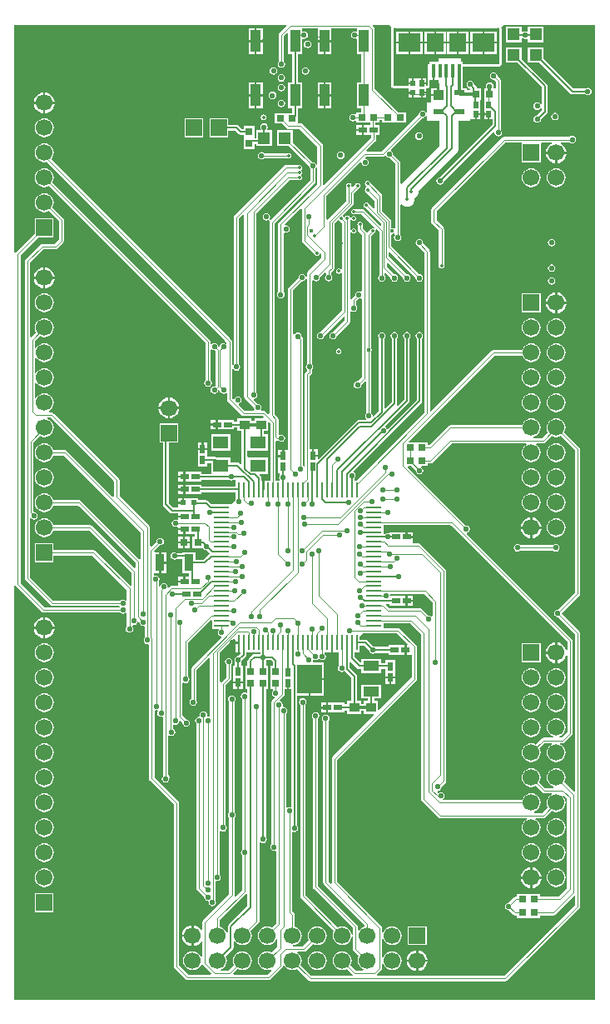
<source format=gtl>
%FSLAX43Y43*%
%MOMM*%
G71*
G01*
G75*
G04 Layer_Physical_Order=1*
G04 Layer_Color=255*
%ADD10R,1.000X2.250*%
%ADD11R,0.800X0.650*%
%ADD12R,1.200X1.200*%
%ADD13R,1.200X1.200*%
%ADD14R,0.500X0.650*%
%ADD15R,0.700X0.700*%
%ADD16R,0.550X0.600*%
%ADD17R,0.650X0.800*%
%ADD18R,0.900X0.600*%
%ADD19R,0.600X0.900*%
%ADD20R,0.762X0.762*%
%ADD21R,0.950X1.750*%
%ADD22R,1.000X0.950*%
%ADD23R,1.600X1.300*%
%ADD24R,0.600X0.500*%
%ADD25R,1.100X1.000*%
%ADD26R,1.100X0.600*%
%ADD27R,0.254X1.524*%
%ADD28R,0.254X1.524*%
%ADD29R,1.524X0.254*%
%ADD30R,1.524X0.254*%
%ADD31R,1.524X0.254*%
%ADD32R,0.254X1.524*%
%ADD33R,1.524X0.254*%
%ADD34R,1.524X0.254*%
%ADD35R,0.254X1.524*%
%ADD36R,0.254X1.524*%
%ADD37R,0.254X1.524*%
%ADD38R,1.600X1.000*%
%ADD39R,2.500X3.000*%
%ADD40R,0.400X1.400*%
%ADD41R,2.300X1.900*%
%ADD42R,1.775X1.900*%
%ADD43C,0.125*%
%ADD44C,0.150*%
%ADD45C,0.175*%
%ADD46C,0.200*%
%ADD47C,0.180*%
%ADD48C,0.300*%
%ADD49R,0.900X0.300*%
%ADD50C,3.600*%
%ADD51R,1.700X1.700*%
%ADD52C,1.700*%
%ADD53R,1.700X1.700*%
%ADD54C,0.350*%
%ADD55C,0.380*%
%ADD56C,0.550*%
G36*
X-19571Y-63383D02*
X-19619Y-63500D01*
X-19650D01*
Y-64000D01*
Y-64500D01*
X-19143D01*
Y-66814D01*
X-22458Y-70129D01*
X-22575Y-70081D01*
Y-69175D01*
X-22944D01*
Y-68950D01*
X-22250D01*
Y-67550D01*
X-24250D01*
Y-68950D01*
X-23556D01*
Y-69175D01*
X-23975D01*
Y-69496D01*
X-24275D01*
Y-69175D01*
X-24669D01*
Y-66675D01*
X-24669Y-66675D01*
X-24669Y-66675D01*
Y-66675D01*
X-24669D01*
X-24669Y-66675D01*
X-24692Y-66558D01*
X-24719Y-66518D01*
X-24759Y-66459D01*
X-24759Y-66459D01*
X-25419Y-65798D01*
Y-65279D01*
X-25302Y-65231D01*
X-24666Y-65866D01*
X-24567Y-65933D01*
X-24450Y-65956D01*
X-24450Y-65956D01*
X-24250D01*
Y-66350D01*
X-22250D01*
Y-65956D01*
X-21825D01*
Y-66350D01*
Y-66700D01*
X-20825D01*
Y-66350D01*
Y-65050D01*
X-21825D01*
Y-65344D01*
X-22250D01*
Y-64950D01*
X-24250D01*
Y-65251D01*
X-24367Y-65300D01*
X-24919Y-64748D01*
Y-64237D01*
X-24398D01*
Y-63581D01*
X-23977D01*
X-23464Y-64094D01*
X-23453Y-64146D01*
X-23370Y-64270D01*
X-23246Y-64353D01*
X-23100Y-64382D01*
X-22954Y-64353D01*
X-22883Y-64306D01*
X-21500D01*
Y-64500D01*
X-19850D01*
Y-64000D01*
Y-63500D01*
X-21500D01*
Y-63694D01*
X-22883D01*
X-22954Y-63647D01*
X-23069Y-63624D01*
X-23634Y-63059D01*
X-23733Y-62992D01*
X-23850Y-62969D01*
X-23850Y-62969D01*
X-24398D01*
Y-62648D01*
X-24043Y-62293D01*
X-20661D01*
X-19571Y-63383D01*
D02*
G37*
G36*
X-27125Y-64237D02*
X-27052D01*
Y-64237D01*
X-26518D01*
Y-65603D01*
X-26520Y-65605D01*
X-26603Y-65729D01*
X-26632Y-65875D01*
X-26603Y-66021D01*
X-26520Y-66145D01*
X-26396Y-66228D01*
X-26250Y-66257D01*
X-26104Y-66228D01*
X-25980Y-66145D01*
X-25852Y-66231D01*
X-25281Y-66802D01*
Y-69175D01*
X-25675D01*
Y-69544D01*
X-25975D01*
Y-69375D01*
X-27625D01*
Y-69875D01*
Y-70375D01*
X-25975D01*
Y-70156D01*
X-25675D01*
Y-70525D01*
X-24275D01*
Y-70204D01*
X-23975D01*
Y-70525D01*
X-23019D01*
X-22971Y-70642D01*
X-27189Y-74861D01*
X-27247Y-74948D01*
X-27251Y-74965D01*
X-27268Y-75050D01*
X-27268Y-75050D01*
Y-87650D01*
X-27268Y-87650D01*
X-27260Y-87690D01*
X-27372Y-87750D01*
X-27607Y-87514D01*
Y-71197D01*
X-27605Y-71195D01*
X-27522Y-71071D01*
X-27493Y-70925D01*
X-27522Y-70779D01*
X-27605Y-70655D01*
X-27729Y-70572D01*
X-27875Y-70543D01*
X-28021Y-70572D01*
X-28145Y-70655D01*
X-28228Y-70779D01*
X-28257Y-70925D01*
X-28228Y-71071D01*
X-28145Y-71195D01*
X-28143Y-71197D01*
Y-87625D01*
X-28143Y-87625D01*
X-28126Y-87710D01*
X-28122Y-87727D01*
X-28064Y-87814D01*
X-23918Y-91961D01*
Y-92113D01*
X-24129Y-92200D01*
X-24328Y-92352D01*
X-24462Y-92528D01*
X-24582Y-92487D01*
Y-92125D01*
X-24582Y-92125D01*
X-24603Y-92023D01*
X-24622Y-91994D01*
X-24661Y-91936D01*
X-24661Y-91936D01*
X-28632Y-87964D01*
Y-70972D01*
X-28630Y-70970D01*
X-28547Y-70846D01*
X-28518Y-70700D01*
X-28547Y-70554D01*
X-28630Y-70430D01*
X-28754Y-70347D01*
X-28900Y-70318D01*
X-29046Y-70347D01*
X-29170Y-70430D01*
X-29253Y-70554D01*
X-29282Y-70700D01*
X-29253Y-70846D01*
X-29170Y-70970D01*
X-29168Y-70972D01*
Y-88075D01*
X-29168Y-88075D01*
X-29151Y-88160D01*
X-29147Y-88177D01*
X-29089Y-88264D01*
X-29089Y-88264D01*
X-29089Y-88264D01*
D01*
X-29089D01*
Y-88264D01*
D01*
X-25118Y-92236D01*
Y-92926D01*
X-25244Y-92935D01*
X-25264Y-92782D01*
X-25360Y-92551D01*
X-25512Y-92352D01*
X-25711Y-92200D01*
X-25942Y-92104D01*
X-26190Y-92072D01*
X-26438Y-92104D01*
X-26649Y-92192D01*
X-29957Y-88884D01*
Y-69572D01*
X-29955Y-69570D01*
X-29872Y-69446D01*
X-29843Y-69300D01*
X-29872Y-69154D01*
X-29955Y-69030D01*
X-30079Y-68947D01*
X-30225Y-68918D01*
X-30371Y-68947D01*
X-30495Y-69030D01*
X-30578Y-69154D01*
X-30607Y-69300D01*
X-30578Y-69446D01*
X-30495Y-69570D01*
X-30493Y-69572D01*
Y-88995D01*
X-30493Y-88995D01*
X-30476Y-89080D01*
X-30472Y-89097D01*
X-30414Y-89184D01*
X-30414Y-89184D01*
X-30414Y-89184D01*
D01*
X-30414D01*
Y-89184D01*
D01*
X-27028Y-92571D01*
X-27116Y-92782D01*
X-27148Y-93030D01*
X-27116Y-93278D01*
X-27020Y-93509D01*
X-26868Y-93708D01*
X-26669Y-93860D01*
X-26438Y-93956D01*
X-26190Y-93988D01*
X-25942Y-93956D01*
X-25711Y-93860D01*
X-25512Y-93708D01*
X-25360Y-93509D01*
X-25264Y-93278D01*
X-25244Y-93125D01*
X-25118Y-93134D01*
Y-94370D01*
X-25118Y-94370D01*
X-25101Y-94455D01*
X-25097Y-94472D01*
X-25039Y-94559D01*
X-24488Y-95111D01*
X-24576Y-95322D01*
X-24608Y-95570D01*
X-24576Y-95818D01*
X-24480Y-96049D01*
X-24328Y-96248D01*
X-24129Y-96400D01*
X-24049Y-96433D01*
X-24074Y-96557D01*
X-24824D01*
X-25352Y-96029D01*
X-25264Y-95818D01*
X-25232Y-95570D01*
X-25264Y-95322D01*
X-25360Y-95091D01*
X-25512Y-94892D01*
X-25711Y-94740D01*
X-25942Y-94644D01*
X-26190Y-94612D01*
X-26438Y-94644D01*
X-26669Y-94740D01*
X-26868Y-94892D01*
X-27020Y-95091D01*
X-27116Y-95322D01*
X-27148Y-95570D01*
X-27116Y-95818D01*
X-27020Y-96049D01*
X-26868Y-96248D01*
X-26669Y-96400D01*
X-26438Y-96496D01*
X-26190Y-96528D01*
X-25942Y-96496D01*
X-25731Y-96408D01*
X-25124Y-97014D01*
X-25124Y-97014D01*
X-25203Y-97132D01*
X-29329D01*
X-30432Y-96029D01*
X-30344Y-95818D01*
X-30312Y-95570D01*
X-30344Y-95322D01*
X-30440Y-95091D01*
X-30592Y-94892D01*
X-30761Y-94763D01*
X-30720Y-94643D01*
X-30075D01*
X-30075Y-94643D01*
X-29990Y-94626D01*
X-29973Y-94622D01*
X-29886Y-94564D01*
X-29886Y-94564D01*
X-29886Y-94564D01*
X-29189Y-93868D01*
X-28978Y-93956D01*
X-28730Y-93988D01*
X-28482Y-93956D01*
X-28251Y-93860D01*
X-28052Y-93708D01*
X-27900Y-93509D01*
X-27804Y-93278D01*
X-27772Y-93030D01*
X-27804Y-92782D01*
X-27900Y-92551D01*
X-28052Y-92352D01*
X-28251Y-92200D01*
X-28482Y-92104D01*
X-28730Y-92072D01*
X-28978Y-92104D01*
X-29209Y-92200D01*
X-29408Y-92352D01*
X-29560Y-92551D01*
X-29656Y-92782D01*
X-29688Y-93030D01*
X-29656Y-93278D01*
X-29568Y-93489D01*
X-30186Y-94107D01*
X-31204D01*
X-31213Y-93981D01*
X-31022Y-93956D01*
X-30791Y-93860D01*
X-30592Y-93708D01*
X-30440Y-93509D01*
X-30344Y-93278D01*
X-30312Y-93030D01*
X-30344Y-92782D01*
X-30440Y-92551D01*
X-30592Y-92352D01*
X-30791Y-92200D01*
X-31002Y-92113D01*
Y-90930D01*
X-31002Y-90930D01*
X-31023Y-90828D01*
X-31042Y-90799D01*
X-31081Y-90741D01*
X-31081Y-90741D01*
X-31295Y-90527D01*
Y-82564D01*
X-31197Y-82483D01*
X-31075Y-82507D01*
X-30929Y-82478D01*
X-30805Y-82395D01*
X-30722Y-82271D01*
X-30693Y-82125D01*
X-30722Y-81979D01*
X-30795Y-81870D01*
Y-68650D01*
X-29600D01*
Y-66950D01*
X-29500D01*
Y-66850D01*
X-28050D01*
Y-65250D01*
X-29137D01*
X-29197Y-65177D01*
X-29166Y-65054D01*
X-29084Y-65020D01*
X-29071Y-65028D01*
X-28925Y-65057D01*
X-28779Y-65028D01*
X-28655Y-64945D01*
X-28638Y-64921D01*
X-28511D01*
X-28495Y-64945D01*
X-28371Y-65028D01*
X-28225Y-65057D01*
X-28079Y-65028D01*
X-27955Y-64945D01*
X-27872Y-64821D01*
X-27843Y-64675D01*
X-27872Y-64529D01*
X-27955Y-64405D01*
X-27957Y-64403D01*
Y-64237D01*
X-27398D01*
Y-64237D01*
X-27325D01*
Y-63275D01*
X-27125D01*
Y-64237D01*
D02*
G37*
G36*
X-21197Y-649D02*
Y-649D01*
X-21183Y-763D01*
D01*
X-21185Y-770D01*
X-21188Y-775D01*
X-21195Y-808D01*
X-21203Y-840D01*
X-21203Y-847D01*
X-21204Y-853D01*
Y-6700D01*
X-21188Y-6778D01*
X-21144Y-6844D01*
X-21078Y-6888D01*
X-21000Y-6904D01*
X-19475D01*
Y-7300D01*
X-19000D01*
Y-7400D01*
X-18900D01*
Y-7900D01*
X-18550D01*
Y-7900D01*
X-18200D01*
Y-7375D01*
X-18100D01*
Y-7275D01*
X-17650D01*
Y-6950D01*
Y-6904D01*
X-17500D01*
X-17422Y-6888D01*
X-17356Y-6844D01*
X-17312Y-6778D01*
X-17296Y-6700D01*
Y-6050D01*
X-17000D01*
Y-5150D01*
X-16800D01*
Y-6050D01*
X-16400D01*
Y-6450D01*
X-16310D01*
Y-6700D01*
X-16296Y-6805D01*
X-16300Y-6809D01*
Y-7600D01*
X-16400D01*
Y-7700D01*
X-17150D01*
Y-8300D01*
X-17150D01*
Y-8310D01*
X-17240Y-8400D01*
X-17550D01*
Y-9404D01*
X-17672Y-9429D01*
X-17755Y-9305D01*
X-17879Y-9222D01*
X-18025Y-9193D01*
X-18171Y-9222D01*
X-18295Y-9305D01*
X-18378Y-9429D01*
X-18407Y-9575D01*
X-18407Y-9578D01*
X-22161Y-13332D01*
X-23688D01*
X-23737Y-13215D01*
X-22836Y-12314D01*
X-22836Y-12314D01*
X-22778Y-12227D01*
X-22757Y-12125D01*
Y-11650D01*
X-22375D01*
Y-10650D01*
X-22832D01*
Y-10425D01*
X-22375D01*
Y-10168D01*
X-22125D01*
Y-10425D01*
X-20925D01*
Y-10425D01*
D01*
X-20925Y-10425D01*
X-20925D01*
Y-10425D01*
X-19725D01*
Y-9375D01*
X-20472D01*
X-22882Y-6964D01*
Y-900D01*
X-22882Y-900D01*
X-22899Y-815D01*
X-22903Y-798D01*
X-22961Y-711D01*
X-22961Y-711D01*
X-23092Y-580D01*
X-23043Y-462D01*
X-21441D01*
X-21197Y-649D01*
D02*
G37*
G36*
X-17550Y-9746D02*
Y-10200D01*
X-16275D01*
Y-10727D01*
Y-12741D01*
X-20092Y-16558D01*
X-20162Y-16649D01*
X-20282Y-16608D01*
Y-14450D01*
X-20282Y-14450D01*
X-20299Y-14365D01*
X-20303Y-14348D01*
X-20361Y-14261D01*
X-20361Y-14261D01*
X-21018Y-13603D01*
X-21018Y-13600D01*
X-21047Y-13454D01*
X-21130Y-13330D01*
X-21209Y-13277D01*
X-21222Y-13150D01*
X-18028Y-9957D01*
X-18025Y-9957D01*
X-17879Y-9928D01*
X-17755Y-9845D01*
X-17672Y-9721D01*
X-17550Y-9746D01*
D02*
G37*
G36*
X-31883Y-580D02*
X-32589Y-1286D01*
X-32647Y-1373D01*
X-32651Y-1390D01*
X-32668Y-1475D01*
X-32668Y-1475D01*
Y-4205D01*
X-32743Y-4319D01*
X-32772Y-4465D01*
X-32743Y-4611D01*
X-32660Y-4735D01*
X-32536Y-4818D01*
X-32390Y-4847D01*
X-32244Y-4818D01*
X-32120Y-4735D01*
X-32037Y-4611D01*
X-32008Y-4465D01*
X-32037Y-4319D01*
X-32120Y-4195D01*
X-32132Y-4186D01*
Y-1586D01*
X-31817Y-1271D01*
X-31700Y-1319D01*
Y-3475D01*
X-31306D01*
Y-6325D01*
X-31700D01*
Y-8975D01*
X-31306D01*
Y-9450D01*
X-31900D01*
Y-9450D01*
Y-9450D01*
X-31900D01*
Y-9450D01*
X-33100D01*
Y-10500D01*
X-32354D01*
X-31889Y-10964D01*
X-31889Y-10964D01*
X-31802Y-11022D01*
X-31700Y-11043D01*
X-31700Y-11043D01*
X-30536D01*
X-28718Y-12861D01*
Y-14705D01*
X-28844Y-14717D01*
X-28847Y-14704D01*
X-28930Y-14580D01*
X-29054Y-14497D01*
X-29200Y-14468D01*
X-29203Y-14468D01*
X-31250Y-12421D01*
Y-11200D01*
X-32850D01*
Y-12800D01*
X-31629D01*
X-29582Y-14847D01*
X-29582Y-14850D01*
X-29553Y-14996D01*
X-29470Y-15120D01*
X-29468Y-15122D01*
Y-16264D01*
X-33485Y-20282D01*
X-33491Y-20277D01*
X-33491D01*
X-33583Y-20201D01*
X-33547Y-20146D01*
X-33518Y-20000D01*
X-33547Y-19854D01*
X-33630Y-19730D01*
X-33754Y-19647D01*
X-33900Y-19618D01*
X-34046Y-19647D01*
X-34170Y-19730D01*
X-34253Y-19854D01*
X-34282Y-20000D01*
X-34253Y-20146D01*
X-34170Y-20270D01*
X-34046Y-20353D01*
X-33900Y-20382D01*
X-33754Y-20353D01*
X-33658Y-20289D01*
X-33577Y-20371D01*
X-33576Y-20371D01*
X-33568Y-20379D01*
X-33597Y-20423D01*
X-33601Y-20440D01*
X-33618Y-20525D01*
X-33618Y-20525D01*
Y-39963D01*
X-33735Y-40012D01*
X-33986Y-39761D01*
X-34073Y-39703D01*
X-34090Y-39699D01*
X-34175Y-39682D01*
X-34175Y-39682D01*
X-34420D01*
X-34480Y-39570D01*
X-34447Y-39521D01*
X-34418Y-39375D01*
X-34447Y-39229D01*
X-34530Y-39105D01*
X-34654Y-39022D01*
X-34800Y-38993D01*
X-34803Y-38993D01*
X-35200Y-38597D01*
X-35163Y-38475D01*
X-35054Y-38453D01*
X-34930Y-38370D01*
X-34847Y-38246D01*
X-34818Y-38100D01*
X-34847Y-37954D01*
X-34930Y-37830D01*
X-34932Y-37828D01*
Y-19611D01*
X-31589Y-16268D01*
X-30589D01*
X-30525Y-16280D01*
X-30418Y-16259D01*
X-30327Y-16198D01*
X-30266Y-16107D01*
X-30245Y-16000D01*
X-30266Y-15893D01*
X-30327Y-15802D01*
Y-15698D01*
X-30266Y-15607D01*
X-30245Y-15500D01*
X-30266Y-15393D01*
X-30327Y-15302D01*
Y-15198D01*
X-30327D01*
X-30266Y-15107D01*
X-30245Y-15000D01*
X-30266Y-14893D01*
X-30327Y-14802D01*
X-30418Y-14741D01*
X-30525Y-14720D01*
X-30589Y-14732D01*
X-31925D01*
X-31925Y-14732D01*
X-32010Y-14749D01*
X-32027Y-14753D01*
X-32114Y-14811D01*
X-32114Y-14811D01*
X-37139Y-19836D01*
X-37197Y-19923D01*
X-37201Y-19940D01*
X-37218Y-20025D01*
X-37218Y-20025D01*
Y-34947D01*
X-37320Y-35022D01*
X-37382Y-35003D01*
Y-32675D01*
X-37382Y-32675D01*
X-37399Y-32590D01*
X-37403Y-32573D01*
X-37461Y-32486D01*
X-55808Y-14138D01*
X-55678Y-13969D01*
X-55582Y-13738D01*
X-55550Y-13490D01*
X-55582Y-13242D01*
X-55678Y-13011D01*
X-55830Y-12812D01*
X-56029Y-12660D01*
X-56260Y-12564D01*
X-56508Y-12532D01*
X-56756Y-12564D01*
X-56987Y-12660D01*
X-57186Y-12812D01*
X-57338Y-13011D01*
X-57434Y-13242D01*
X-57466Y-13490D01*
X-57434Y-13738D01*
X-57338Y-13969D01*
X-57186Y-14168D01*
X-56987Y-14320D01*
X-56756Y-14416D01*
X-56508Y-14448D01*
X-56285Y-14419D01*
X-37966Y-32738D01*
X-37984Y-32864D01*
X-38030Y-32888D01*
X-38129Y-32822D01*
X-38275Y-32793D01*
X-38421Y-32822D01*
X-38545Y-32905D01*
X-38628Y-33029D01*
X-38646Y-33118D01*
X-38737Y-33179D01*
X-38829Y-33118D01*
X-38847Y-33029D01*
X-38930Y-32905D01*
X-39054Y-32822D01*
X-39200Y-32793D01*
X-39346Y-32822D01*
X-39470Y-32905D01*
X-39582Y-32830D01*
Y-32688D01*
X-39582Y-32688D01*
X-39603Y-32586D01*
X-39622Y-32557D01*
X-39661Y-32499D01*
X-39661Y-32499D01*
X-55670Y-16489D01*
X-55582Y-16278D01*
X-55550Y-16030D01*
X-55582Y-15782D01*
X-55678Y-15551D01*
X-55830Y-15352D01*
X-56029Y-15200D01*
X-56260Y-15104D01*
X-56508Y-15072D01*
X-56756Y-15104D01*
X-56987Y-15200D01*
X-57186Y-15352D01*
X-57338Y-15551D01*
X-57434Y-15782D01*
X-57466Y-16030D01*
X-57434Y-16278D01*
X-57338Y-16509D01*
X-57186Y-16708D01*
X-56987Y-16860D01*
X-56756Y-16956D01*
X-56508Y-16988D01*
X-56260Y-16956D01*
X-56049Y-16868D01*
X-40118Y-32799D01*
Y-36603D01*
X-40120Y-36605D01*
X-40203Y-36729D01*
X-40232Y-36875D01*
X-40203Y-37021D01*
X-40120Y-37145D01*
X-39996Y-37228D01*
X-39850Y-37257D01*
X-39704Y-37228D01*
X-39580Y-37145D01*
X-39497Y-37021D01*
X-39468Y-36875D01*
X-39497Y-36729D01*
X-39580Y-36605D01*
X-39582Y-36603D01*
Y-33520D01*
X-39470Y-33445D01*
X-39346Y-33528D01*
X-39200Y-33557D01*
X-39197Y-33557D01*
X-39118Y-33636D01*
Y-37139D01*
X-39197Y-37218D01*
X-39200Y-37218D01*
X-39346Y-37247D01*
X-39470Y-37330D01*
X-39553Y-37454D01*
X-39582Y-37600D01*
X-39553Y-37746D01*
X-39470Y-37870D01*
X-39346Y-37953D01*
X-39200Y-37982D01*
X-39054Y-37953D01*
X-38930Y-37870D01*
X-38847Y-37746D01*
X-38818Y-37600D01*
X-38752Y-37587D01*
X-38646Y-37657D01*
X-38628Y-37746D01*
X-38545Y-37870D01*
X-38421Y-37953D01*
X-38275Y-37982D01*
X-38129Y-37953D01*
X-38030Y-37887D01*
X-37918Y-37947D01*
Y-38550D01*
X-37918Y-38550D01*
X-37901Y-38635D01*
X-37897Y-38652D01*
X-37839Y-38739D01*
X-36439Y-40139D01*
X-36439Y-40139D01*
X-36352Y-40197D01*
X-36335Y-40201D01*
X-36250Y-40218D01*
X-36250Y-40218D01*
X-34286D01*
X-34196Y-40308D01*
X-34244Y-40425D01*
X-35150D01*
Y-40746D01*
X-35450D01*
Y-40425D01*
X-36850D01*
Y-40794D01*
X-37200D01*
Y-40600D01*
X-38850D01*
Y-41100D01*
Y-41600D01*
X-37200D01*
Y-41406D01*
X-36850D01*
Y-41775D01*
X-36430D01*
Y-45107D01*
X-36548Y-45156D01*
X-36652Y-45052D01*
X-36743Y-44991D01*
X-36850Y-44970D01*
X-37550D01*
Y-44400D01*
X-39070D01*
X-39100Y-44394D01*
X-39100Y-44394D01*
X-39900D01*
Y-44250D01*
Y-43700D01*
X-40900D01*
Y-44250D01*
Y-45350D01*
X-39900D01*
Y-45006D01*
X-39550D01*
Y-46094D01*
X-40498D01*
Y-45900D01*
X-42148D01*
Y-46400D01*
Y-46900D01*
X-40498D01*
Y-46706D01*
X-37717D01*
X-37646Y-46753D01*
X-37500Y-46782D01*
X-37354Y-46753D01*
X-37283Y-46706D01*
X-37052D01*
Y-46803D01*
X-37052D01*
Y-47394D01*
X-40498D01*
Y-47200D01*
X-42148D01*
Y-47700D01*
Y-48200D01*
X-40498D01*
Y-48006D01*
X-37052D01*
Y-48727D01*
X-37052D01*
Y-48727D01*
X-37518Y-49193D01*
X-39442D01*
Y-49193D01*
X-39500Y-49193D01*
X-39809Y-48884D01*
X-39908Y-48817D01*
X-40025Y-48794D01*
X-40025Y-48794D01*
X-40823D01*
Y-48550D01*
X-41783D01*
X-41783Y-48550D01*
Y-48550D01*
X-41823Y-48550D01*
X-41848Y-48550D01*
X-41873Y-48550D01*
X-41913Y-48550D01*
X-41913Y-48550D01*
Y-48550D01*
X-42273D01*
Y-49000D01*
X-42373D01*
Y-49100D01*
X-42873D01*
Y-49450D01*
X-42873D01*
Y-49454D01*
X-42963Y-49544D01*
X-43373D01*
X-43844Y-49073D01*
Y-42900D01*
X-42898D01*
Y-41000D01*
X-44798D01*
Y-42900D01*
X-44456D01*
Y-49200D01*
X-44456Y-49200D01*
X-44433Y-49317D01*
X-44366Y-49416D01*
X-43716Y-50066D01*
X-43716Y-50066D01*
X-43617Y-50133D01*
X-43500Y-50156D01*
X-43500Y-50156D01*
X-42898D01*
Y-50350D01*
X-42248D01*
Y-50550D01*
X-42898D01*
Y-50724D01*
X-43010Y-50784D01*
X-43029Y-50772D01*
X-43175Y-50743D01*
X-43321Y-50772D01*
X-43445Y-50855D01*
X-43528Y-50979D01*
X-43557Y-51125D01*
X-43528Y-51271D01*
X-43445Y-51395D01*
X-43321Y-51478D01*
X-43175Y-51507D01*
X-43029Y-51478D01*
X-43010Y-51466D01*
X-42898Y-51526D01*
Y-51600D01*
X-42248D01*
Y-51700D01*
X-42148D01*
Y-52200D01*
X-41206D01*
Y-52494D01*
X-41481D01*
Y-53656D01*
X-40347D01*
X-40270Y-53770D01*
X-40146Y-53853D01*
X-40000Y-53882D01*
X-39979Y-53878D01*
X-39844Y-54014D01*
X-39704Y-54223D01*
D01*
X-39736Y-54304D01*
X-39736D01*
X-39736Y-54304D01*
X-40277Y-54844D01*
X-41100D01*
Y-54075D01*
X-42450D01*
Y-54144D01*
X-43058D01*
X-43129Y-54097D01*
X-43275Y-54068D01*
X-43421Y-54097D01*
X-43545Y-54180D01*
X-43628Y-54304D01*
X-43657Y-54450D01*
X-43628Y-54596D01*
X-43545Y-54720D01*
X-43421Y-54803D01*
X-43275Y-54832D01*
X-43129Y-54803D01*
X-43058Y-54756D01*
X-42450D01*
Y-56225D01*
X-41756D01*
Y-56550D01*
X-42148D01*
Y-57050D01*
X-42248D01*
Y-57150D01*
X-42898D01*
Y-57482D01*
X-43544D01*
X-43544Y-57482D01*
X-43629Y-57499D01*
X-43646Y-57503D01*
X-43733Y-57561D01*
X-43861Y-57689D01*
X-43974Y-57629D01*
X-43968Y-57600D01*
X-43997Y-57454D01*
X-44080Y-57330D01*
X-44204Y-57247D01*
X-44350Y-57218D01*
X-44496Y-57247D01*
X-44620Y-57330D01*
X-44703Y-57454D01*
X-44716Y-57518D01*
X-44828Y-57578D01*
X-44860Y-57565D01*
Y-57022D01*
X-44809Y-56946D01*
X-44780Y-56800D01*
X-44809Y-56654D01*
X-44892Y-56530D01*
X-45016Y-56447D01*
X-45162Y-56418D01*
X-45284Y-56442D01*
X-45382Y-56361D01*
Y-56225D01*
X-44825D01*
Y-55150D01*
Y-54075D01*
X-45281D01*
X-45329Y-53958D01*
X-44728Y-53357D01*
X-44725Y-53357D01*
X-44579Y-53328D01*
X-44455Y-53245D01*
X-44372Y-53121D01*
X-44343Y-52975D01*
X-44372Y-52829D01*
X-44455Y-52705D01*
X-44579Y-52622D01*
X-44725Y-52593D01*
X-44871Y-52622D01*
X-44995Y-52705D01*
X-45078Y-52829D01*
X-45107Y-52975D01*
X-45107Y-52978D01*
X-45628Y-53499D01*
X-45745Y-53450D01*
Y-51563D01*
X-45745Y-51562D01*
X-45762Y-51477D01*
X-45765Y-51460D01*
X-45823Y-51373D01*
X-45823Y-51373D01*
X-48857Y-48339D01*
Y-46750D01*
X-48857Y-46750D01*
X-48874Y-46665D01*
X-48878Y-46648D01*
X-48936Y-46561D01*
X-55561Y-39936D01*
X-55648Y-39878D01*
X-55665Y-39874D01*
X-55750Y-39857D01*
X-55750Y-39857D01*
X-56035D01*
X-56060Y-39733D01*
X-56029Y-39720D01*
X-55830Y-39568D01*
X-55678Y-39369D01*
X-55582Y-39138D01*
X-55550Y-38890D01*
X-55582Y-38642D01*
X-55678Y-38411D01*
X-55830Y-38212D01*
X-56029Y-38060D01*
X-56260Y-37964D01*
X-56508Y-37932D01*
X-56756Y-37964D01*
X-56987Y-38060D01*
X-57186Y-38212D01*
X-57337Y-38410D01*
X-57354Y-38404D01*
X-57457Y-38361D01*
Y-36879D01*
X-57354Y-36836D01*
X-57337Y-36830D01*
X-57186Y-37028D01*
X-56987Y-37180D01*
X-56756Y-37276D01*
X-56508Y-37308D01*
X-56260Y-37276D01*
X-56029Y-37180D01*
X-55830Y-37028D01*
X-55678Y-36829D01*
X-55582Y-36598D01*
X-55550Y-36350D01*
X-55582Y-36102D01*
X-55678Y-35871D01*
X-55830Y-35672D01*
X-56029Y-35520D01*
X-56260Y-35424D01*
X-56508Y-35392D01*
X-56756Y-35424D01*
X-56987Y-35520D01*
X-57186Y-35672D01*
X-57337Y-35870D01*
X-57354Y-35864D01*
X-57457Y-35821D01*
Y-34339D01*
X-57354Y-34296D01*
X-57337Y-34290D01*
X-57186Y-34488D01*
X-56987Y-34640D01*
X-56756Y-34736D01*
X-56508Y-34768D01*
X-56260Y-34736D01*
X-56029Y-34640D01*
X-55830Y-34488D01*
X-55678Y-34289D01*
X-55582Y-34058D01*
X-55550Y-33810D01*
X-55582Y-33562D01*
X-55678Y-33331D01*
X-55830Y-33132D01*
X-56029Y-32980D01*
X-56260Y-32884D01*
X-56508Y-32852D01*
X-56756Y-32884D01*
X-56987Y-32980D01*
X-57186Y-33132D01*
X-57337Y-33330D01*
X-57354Y-33324D01*
X-57457Y-33281D01*
Y-32598D01*
X-56967Y-32108D01*
X-56756Y-32196D01*
X-56508Y-32228D01*
X-56260Y-32196D01*
X-56029Y-32100D01*
X-55830Y-31948D01*
X-55678Y-31749D01*
X-55582Y-31518D01*
X-55550Y-31270D01*
X-55582Y-31022D01*
X-55678Y-30791D01*
X-55830Y-30592D01*
X-56029Y-30440D01*
X-56260Y-30344D01*
X-56508Y-30312D01*
X-56756Y-30344D01*
X-56987Y-30440D01*
X-57186Y-30592D01*
X-57338Y-30791D01*
X-57434Y-31022D01*
X-57466Y-31270D01*
X-57434Y-31518D01*
X-57346Y-31729D01*
X-57840Y-32224D01*
X-57957Y-32175D01*
Y-24611D01*
X-56614Y-23268D01*
X-55375D01*
X-55375Y-23268D01*
X-55290Y-23251D01*
X-55273Y-23247D01*
X-55186Y-23189D01*
X-55186Y-23189D01*
X-55186Y-23189D01*
X-54586Y-22589D01*
X-54586Y-22589D01*
X-54547Y-22531D01*
X-54528Y-22502D01*
X-54507Y-22400D01*
X-54507Y-22400D01*
Y-20303D01*
X-54507Y-20303D01*
X-54524Y-20218D01*
X-54528Y-20201D01*
X-54586Y-20114D01*
X-54586Y-20114D01*
X-55670Y-19029D01*
X-55582Y-18818D01*
X-55550Y-18570D01*
X-55582Y-18322D01*
X-55678Y-18091D01*
X-55830Y-17892D01*
X-56029Y-17740D01*
X-56260Y-17644D01*
X-56508Y-17612D01*
X-56756Y-17644D01*
X-56987Y-17740D01*
X-57186Y-17892D01*
X-57338Y-18091D01*
X-57434Y-18322D01*
X-57466Y-18570D01*
X-57434Y-18818D01*
X-57338Y-19049D01*
X-57186Y-19248D01*
X-56987Y-19400D01*
X-56756Y-19496D01*
X-56508Y-19528D01*
X-56260Y-19496D01*
X-56049Y-19408D01*
X-55043Y-20414D01*
Y-22289D01*
X-55486Y-22732D01*
X-56725D01*
X-56827Y-22753D01*
X-56914Y-22811D01*
X-56914Y-22811D01*
X-58414Y-24311D01*
X-58472Y-24398D01*
X-58476Y-24415D01*
X-58493Y-24500D01*
X-58493Y-24500D01*
Y-56725D01*
X-58493Y-56725D01*
X-58476Y-56810D01*
X-58472Y-56827D01*
X-58414Y-56914D01*
X-55864Y-59464D01*
X-55864Y-59464D01*
X-55777Y-59522D01*
X-55675Y-59543D01*
X-48873D01*
X-48821Y-59612D01*
X-48873Y-59682D01*
X-56464D01*
X-58932Y-57214D01*
Y-23913D01*
X-57079Y-22060D01*
X-55558D01*
Y-20160D01*
X-57458D01*
Y-21681D01*
X-59389Y-23613D01*
X-59416Y-23653D01*
X-59538Y-23616D01*
Y-462D01*
X-31932D01*
X-31883Y-580D01*
D02*
G37*
G36*
X-20607Y-809D02*
X-20599Y-812D01*
X-10600D01*
X-10592Y-809D01*
X-10295Y-770D01*
X-10200Y-853D01*
Y-4500D01*
X-13900D01*
Y-4250D01*
X-14150D01*
Y-3850D01*
X-16400D01*
Y-4250D01*
X-17300D01*
Y-4500D01*
X-17500D01*
Y-6700D01*
X-17650D01*
Y-6525D01*
X-18100D01*
Y-6425D01*
X-18200D01*
Y-5900D01*
X-18900D01*
Y-6400D01*
X-19000D01*
Y-6500D01*
X-19475D01*
Y-6700D01*
X-21000D01*
Y-853D01*
X-20905Y-770D01*
X-20607Y-809D01*
D02*
G37*
G36*
X-31625Y-68000D02*
X-31355D01*
Y-79896D01*
X-31454Y-79977D01*
X-31562Y-79955D01*
X-31709Y-79984D01*
X-31795Y-80042D01*
X-31907Y-79982D01*
Y-70447D01*
X-31905Y-70445D01*
X-31822Y-70321D01*
X-31793Y-70175D01*
X-31822Y-70029D01*
X-31905Y-69905D01*
X-32029Y-69822D01*
X-32175Y-69793D01*
X-32178Y-69793D01*
X-32268Y-69704D01*
X-32243Y-69575D01*
X-32272Y-69429D01*
X-32355Y-69305D01*
X-32479Y-69222D01*
X-32505Y-69217D01*
X-32542Y-69095D01*
X-32122Y-68675D01*
X-32122Y-68675D01*
X-32064Y-68589D01*
X-32043Y-68486D01*
Y-68000D01*
X-31825D01*
Y-67350D01*
X-31625D01*
Y-68000D01*
D02*
G37*
G36*
X-462Y-99538D02*
X-59538D01*
Y-57511D01*
X-59416Y-57474D01*
X-59389Y-57514D01*
X-56764Y-60139D01*
X-56764Y-60139D01*
X-56677Y-60197D01*
X-56677Y-60197D01*
X-56677Y-60197D01*
D01*
X-56677Y-60197D01*
X-56677Y-60197D01*
X-56575Y-60218D01*
X-48797D01*
X-48795Y-60220D01*
X-48671Y-60303D01*
X-48525Y-60332D01*
X-48379Y-60303D01*
X-48255Y-60220D01*
X-48239Y-60197D01*
X-48118Y-60234D01*
Y-61603D01*
X-48120Y-61605D01*
X-48203Y-61729D01*
X-48232Y-61875D01*
X-48203Y-62021D01*
X-48120Y-62145D01*
X-47996Y-62228D01*
X-47850Y-62257D01*
X-47704Y-62228D01*
X-47580Y-62145D01*
X-47497Y-62021D01*
X-47468Y-61875D01*
X-47497Y-61729D01*
X-47580Y-61605D01*
X-47582Y-61603D01*
Y-61516D01*
X-47484Y-61436D01*
X-47375Y-61457D01*
X-47229Y-61428D01*
X-47105Y-61345D01*
X-47022Y-61221D01*
X-47008Y-61154D01*
X-46981Y-61145D01*
X-46881Y-61165D01*
X-46828Y-61197D01*
X-46803Y-61321D01*
X-46720Y-61445D01*
X-46596Y-61528D01*
X-46450Y-61557D01*
X-46378Y-61543D01*
X-46280Y-61624D01*
Y-62753D01*
X-46283Y-62755D01*
X-46366Y-62879D01*
X-46395Y-63025D01*
X-46366Y-63171D01*
X-46283Y-63295D01*
X-46159Y-63378D01*
X-46013Y-63407D01*
X-45941Y-63393D01*
X-45843Y-63474D01*
Y-77075D01*
X-45843Y-77075D01*
X-45826Y-77160D01*
X-45822Y-77177D01*
X-45764Y-77264D01*
X-43343Y-79686D01*
Y-96150D01*
X-43343Y-96150D01*
X-43326Y-96235D01*
X-43322Y-96252D01*
X-43264Y-96339D01*
X-42164Y-97439D01*
X-42164Y-97439D01*
X-42077Y-97497D01*
X-42060Y-97501D01*
X-41975Y-97518D01*
X-41975Y-97518D01*
X-33700D01*
X-33700Y-97518D01*
X-33615Y-97501D01*
X-33598Y-97497D01*
X-33511Y-97439D01*
X-33511Y-97439D01*
X-33511Y-97439D01*
X-32311Y-96239D01*
X-32311Y-96239D01*
X-32253Y-96152D01*
X-32232Y-96050D01*
X-32232Y-96050D01*
X-32232Y-96050D01*
X-32232Y-96049D01*
X-32106Y-96034D01*
X-32100Y-96049D01*
X-31948Y-96248D01*
X-31749Y-96400D01*
X-31518Y-96496D01*
X-31270Y-96528D01*
X-31022Y-96496D01*
X-30811Y-96408D01*
X-29629Y-97589D01*
X-29629Y-97589D01*
X-29542Y-97647D01*
X-29525Y-97651D01*
X-29440Y-97668D01*
X-29440Y-97668D01*
X-9600D01*
X-9600Y-97668D01*
X-9515Y-97651D01*
X-9498Y-97647D01*
X-9411Y-97589D01*
X-9411Y-97589D01*
X-9411Y-97589D01*
X-2061Y-90239D01*
X-2061Y-90239D01*
X-2003Y-90152D01*
X-1982Y-90050D01*
Y-62300D01*
X-2003Y-62198D01*
X-2061Y-62111D01*
X-2061Y-62111D01*
X-3881Y-60291D01*
X-3880Y-60287D01*
X-3881Y-60284D01*
X-2061Y-58464D01*
X-2003Y-58377D01*
X-1999Y-58360D01*
X-1982Y-58275D01*
X-1982Y-58275D01*
Y-43610D01*
X-1982Y-43610D01*
X-1999Y-43525D01*
X-2003Y-43508D01*
X-2061Y-43421D01*
X-2061Y-43421D01*
X-3592Y-41889D01*
X-3504Y-41678D01*
X-3472Y-41430D01*
X-3504Y-41182D01*
X-3600Y-40951D01*
X-3752Y-40752D01*
X-3951Y-40600D01*
X-4182Y-40504D01*
X-4430Y-40472D01*
X-4678Y-40504D01*
X-4909Y-40600D01*
X-5108Y-40752D01*
X-5260Y-40951D01*
X-5356Y-41182D01*
X-5388Y-41430D01*
X-5356Y-41678D01*
X-5268Y-41889D01*
X-5861Y-42482D01*
X-6714D01*
X-6723Y-42356D01*
X-6722Y-42356D01*
X-6491Y-42260D01*
X-6292Y-42108D01*
X-6140Y-41909D01*
X-6044Y-41678D01*
X-6012Y-41430D01*
X-6044Y-41182D01*
X-6140Y-40951D01*
X-6292Y-40752D01*
X-6491Y-40600D01*
X-6722Y-40504D01*
X-6970Y-40472D01*
X-7218Y-40504D01*
X-7449Y-40600D01*
X-7648Y-40752D01*
X-7800Y-40951D01*
X-7887Y-41162D01*
X-15180D01*
X-15282Y-41183D01*
X-15369Y-41241D01*
X-15369Y-41241D01*
X-17321Y-43192D01*
X-17514D01*
Y-42935D01*
X-18624D01*
X-18624Y-42935D01*
Y-42935D01*
X-18714Y-42935D01*
X-18714D01*
D01*
X-18803Y-42935D01*
X-18803Y-42935D01*
Y-42935D01*
X-19415D01*
X-19464Y-42818D01*
X-10724Y-34078D01*
X-7887D01*
X-7800Y-34289D01*
X-7648Y-34488D01*
X-7449Y-34640D01*
X-7218Y-34736D01*
X-6970Y-34768D01*
X-6722Y-34736D01*
X-6491Y-34640D01*
X-6292Y-34488D01*
X-6140Y-34289D01*
X-6044Y-34058D01*
X-6012Y-33810D01*
X-6044Y-33562D01*
X-6140Y-33331D01*
X-6292Y-33132D01*
X-6491Y-32980D01*
X-6722Y-32884D01*
X-6970Y-32852D01*
X-7218Y-32884D01*
X-7449Y-32980D01*
X-7648Y-33132D01*
X-7800Y-33331D01*
X-7887Y-33542D01*
X-10835D01*
X-10835Y-33542D01*
X-10920Y-33559D01*
X-10937Y-33563D01*
X-11024Y-33621D01*
X-11024Y-33621D01*
X-17165Y-39762D01*
X-17282Y-39713D01*
Y-23500D01*
X-17282Y-23500D01*
X-17299Y-23415D01*
X-17303Y-23398D01*
X-17361Y-23311D01*
X-17361Y-23311D01*
X-17981Y-22690D01*
X-17969Y-22626D01*
X-17998Y-22480D01*
X-18081Y-22356D01*
X-18205Y-22273D01*
X-18351Y-22244D01*
X-18497Y-22273D01*
X-18621Y-22356D01*
X-18704Y-22480D01*
X-18733Y-22626D01*
X-18704Y-22772D01*
X-18621Y-22896D01*
X-18497Y-22979D01*
X-18437Y-22991D01*
X-17818Y-23611D01*
Y-39847D01*
X-24773Y-46803D01*
X-24919D01*
Y-46492D01*
X-24872Y-46421D01*
X-24843Y-46275D01*
X-24872Y-46129D01*
X-24955Y-46005D01*
X-25038Y-45949D01*
X-25051Y-45822D01*
X-18152Y-38923D01*
X-18091Y-38832D01*
X-18070Y-38725D01*
X-18070Y-38725D01*
X-18070Y-38725D01*
Y-38725D01*
Y-32330D01*
X-17997Y-32221D01*
X-17968Y-32075D01*
X-17997Y-31929D01*
X-18080Y-31805D01*
X-18204Y-31722D01*
X-18350Y-31693D01*
X-18496Y-31722D01*
X-18620Y-31805D01*
X-18703Y-31929D01*
X-18732Y-32075D01*
X-18703Y-32221D01*
X-18630Y-32330D01*
Y-38609D01*
X-21564Y-41542D01*
X-21690Y-41530D01*
X-21756Y-41432D01*
X-21825Y-41385D01*
X-21837Y-41259D01*
X-19427Y-38848D01*
X-19366Y-38757D01*
X-19345Y-38650D01*
X-19345Y-38650D01*
X-19345Y-38650D01*
Y-38650D01*
Y-32330D01*
X-19272Y-32221D01*
X-19243Y-32075D01*
X-19272Y-31929D01*
X-19355Y-31805D01*
X-19479Y-31722D01*
X-19625Y-31693D01*
X-19771Y-31722D01*
X-19895Y-31805D01*
X-19978Y-31929D01*
X-20007Y-32075D01*
X-19978Y-32221D01*
X-19905Y-32330D01*
Y-38534D01*
X-20560Y-39188D01*
X-20658Y-39108D01*
X-20641Y-39082D01*
X-20620Y-38975D01*
X-20620Y-38975D01*
X-20620Y-38975D01*
Y-38975D01*
Y-32330D01*
X-20547Y-32221D01*
X-20518Y-32075D01*
X-20547Y-31929D01*
X-20630Y-31805D01*
X-20754Y-31722D01*
X-20900Y-31693D01*
X-21046Y-31722D01*
X-21170Y-31805D01*
X-21253Y-31929D01*
X-21282Y-32075D01*
X-21253Y-32221D01*
X-21180Y-32330D01*
Y-38859D01*
X-21777Y-39456D01*
X-21895Y-39407D01*
Y-32330D01*
X-21822Y-32221D01*
X-21793Y-32075D01*
X-21822Y-31929D01*
X-21905Y-31805D01*
X-22029Y-31722D01*
X-22175Y-31693D01*
X-22321Y-31722D01*
X-22445Y-31805D01*
X-22528Y-31929D01*
X-22557Y-32075D01*
X-22528Y-32221D01*
X-22455Y-32330D01*
Y-39734D01*
X-22975Y-40253D01*
X-23116Y-40225D01*
X-23145Y-40079D01*
X-23228Y-39955D01*
X-23231Y-39953D01*
Y-33619D01*
X-23227Y-33613D01*
X-23204Y-33500D01*
X-23227Y-33387D01*
X-23231Y-33381D01*
Y-21959D01*
X-22931Y-21660D01*
X-22877Y-21623D01*
X-22816Y-21532D01*
X-22795Y-21425D01*
X-22812Y-21339D01*
X-22700Y-21279D01*
X-22443Y-21536D01*
Y-25928D01*
X-22445Y-25930D01*
X-22528Y-26054D01*
X-22557Y-26200D01*
X-22528Y-26346D01*
X-22445Y-26470D01*
X-22321Y-26553D01*
X-22175Y-26582D01*
X-22029Y-26553D01*
X-21905Y-26470D01*
X-21822Y-26346D01*
X-21793Y-26200D01*
X-21822Y-26054D01*
X-21905Y-25930D01*
X-21907Y-25928D01*
Y-25737D01*
X-21790Y-25688D01*
X-21282Y-26197D01*
X-21282Y-26200D01*
X-21253Y-26346D01*
X-21170Y-26470D01*
X-21046Y-26553D01*
X-20900Y-26582D01*
X-20754Y-26553D01*
X-20630Y-26470D01*
X-20547Y-26346D01*
X-20518Y-26200D01*
X-20547Y-26054D01*
X-20630Y-25930D01*
X-20754Y-25847D01*
X-20900Y-25818D01*
X-20903Y-25818D01*
X-21682Y-25039D01*
Y-24687D01*
X-21565Y-24638D01*
X-20007Y-26197D01*
X-20007Y-26200D01*
X-19978Y-26346D01*
X-19895Y-26470D01*
X-19771Y-26553D01*
X-19625Y-26582D01*
X-19479Y-26553D01*
X-19355Y-26470D01*
X-19272Y-26346D01*
X-19243Y-26200D01*
X-19272Y-26054D01*
X-19355Y-25930D01*
X-19479Y-25847D01*
X-19625Y-25818D01*
X-19628Y-25818D01*
X-21457Y-23989D01*
Y-23637D01*
X-21340Y-23588D01*
X-18732Y-26197D01*
X-18732Y-26200D01*
X-18703Y-26346D01*
X-18620Y-26470D01*
X-18496Y-26553D01*
X-18350Y-26582D01*
X-18204Y-26553D01*
X-18080Y-26470D01*
X-17997Y-26346D01*
X-17968Y-26200D01*
X-17997Y-26054D01*
X-18080Y-25930D01*
X-18204Y-25847D01*
X-18350Y-25818D01*
X-18353Y-25818D01*
X-21232Y-22939D01*
Y-21794D01*
X-21134Y-21714D01*
X-21100Y-21721D01*
X-20987Y-21698D01*
X-20930Y-21660D01*
X-20910Y-21670D01*
X-20842Y-21772D01*
X-20830Y-21820D01*
X-20903Y-21929D01*
X-20932Y-22075D01*
X-20903Y-22221D01*
X-20820Y-22345D01*
X-20696Y-22428D01*
X-20550Y-22457D01*
X-20404Y-22428D01*
X-20280Y-22345D01*
X-20197Y-22221D01*
X-20168Y-22075D01*
X-20197Y-21929D01*
X-20280Y-21805D01*
X-20282Y-21803D01*
Y-18781D01*
X-20162Y-18741D01*
X-20153Y-18753D01*
X-19991Y-18877D01*
X-19802Y-18955D01*
X-19600Y-18982D01*
X-19398Y-18955D01*
X-19209Y-18877D01*
X-19047Y-18753D01*
X-18923Y-18591D01*
X-18845Y-18402D01*
X-18818Y-18200D01*
X-18833Y-18087D01*
X-18809Y-18077D01*
X-18647Y-17953D01*
X-18523Y-17791D01*
X-18445Y-17602D01*
X-18418Y-17400D01*
X-18419Y-17391D01*
X-14528Y-13500D01*
X-14418Y-13356D01*
X-14369Y-13237D01*
X-14348Y-13188D01*
X-14325Y-13008D01*
Y-10500D01*
X-14325Y-10500D01*
X-14325Y-10500D01*
Y-10500D01*
Y-10200D01*
X-13150D01*
Y-10100D01*
X-13050D01*
Y-10100D01*
X-12700D01*
Y-9575D01*
X-12600D01*
Y-9475D01*
X-12150D01*
Y-9150D01*
Y-8100D01*
D01*
Y-8100D01*
X-12100Y-8050D01*
X-12050D01*
Y-6950D01*
X-12269D01*
X-12519Y-6900D01*
X-12542Y-6783D01*
X-12609Y-6684D01*
X-12609Y-6684D01*
X-12805Y-6487D01*
X-12822Y-6404D01*
X-12905Y-6280D01*
X-13029Y-6197D01*
X-13175Y-6168D01*
X-13321Y-6197D01*
X-13445Y-6280D01*
X-13528Y-6404D01*
X-13557Y-6550D01*
X-13528Y-6696D01*
X-13445Y-6820D01*
X-13321Y-6903D01*
X-13238Y-6920D01*
X-13150Y-7008D01*
Y-7143D01*
X-13550D01*
Y-6900D01*
X-13957D01*
Y-6050D01*
X-13900D01*
Y-4704D01*
X-10200D01*
X-10122Y-4688D01*
X-10056Y-4644D01*
X-10012Y-4578D01*
X-9996Y-4500D01*
Y-853D01*
X-9997Y-847D01*
X-9997Y-840D01*
X-10005Y-808D01*
X-10012Y-775D01*
X-10015Y-770D01*
X-10017Y-763D01*
X-10037Y-737D01*
X-9758Y-462D01*
X-462D01*
Y-99538D01*
D02*
G37*
G36*
X-33281Y-65227D02*
Y-65600D01*
X-33500D01*
Y-66800D01*
D01*
X-33500Y-66800D01*
X-33500Y-66800D01*
D01*
D01*
Y-66800D01*
X-33500D01*
D01*
Y-68000D01*
X-33243D01*
Y-68128D01*
X-33245Y-68130D01*
X-33328Y-68254D01*
X-33357Y-68400D01*
X-33328Y-68546D01*
X-33245Y-68670D01*
X-33121Y-68753D01*
X-33116Y-68754D01*
X-33079Y-68876D01*
X-33314Y-69111D01*
X-33372Y-69198D01*
X-33376Y-69215D01*
X-33393Y-69300D01*
X-33393Y-69300D01*
Y-83753D01*
X-33395Y-83755D01*
X-33478Y-83879D01*
X-33507Y-84025D01*
X-33478Y-84171D01*
X-33395Y-84295D01*
X-33271Y-84378D01*
X-33125Y-84407D01*
X-32991Y-84381D01*
X-32893Y-84461D01*
Y-91734D01*
X-33351Y-92192D01*
X-33562Y-92104D01*
X-33810Y-92072D01*
X-34058Y-92104D01*
X-34289Y-92200D01*
X-34488Y-92352D01*
X-34640Y-92551D01*
X-34736Y-92782D01*
X-34768Y-93030D01*
X-34736Y-93278D01*
X-34640Y-93509D01*
X-34488Y-93708D01*
X-34289Y-93860D01*
X-34058Y-93956D01*
X-33810Y-93988D01*
X-33562Y-93956D01*
X-33331Y-93860D01*
X-33132Y-93708D01*
X-32980Y-93509D01*
X-32917Y-93357D01*
X-32793Y-93382D01*
Y-94174D01*
X-33351Y-94732D01*
X-33562Y-94644D01*
X-33810Y-94612D01*
X-34058Y-94644D01*
X-34289Y-94740D01*
X-34488Y-94892D01*
X-34640Y-95091D01*
X-34736Y-95322D01*
X-34768Y-95570D01*
X-34736Y-95818D01*
X-34640Y-96049D01*
X-34488Y-96248D01*
X-34289Y-96400D01*
X-34058Y-96496D01*
X-33810Y-96528D01*
X-33562Y-96496D01*
X-33457Y-96452D01*
X-33386Y-96557D01*
X-33811Y-96982D01*
X-37218D01*
X-37267Y-96865D01*
X-36809Y-96408D01*
X-36598Y-96496D01*
X-36350Y-96528D01*
X-36102Y-96496D01*
X-35871Y-96400D01*
X-35672Y-96248D01*
X-35520Y-96049D01*
X-35424Y-95818D01*
X-35392Y-95570D01*
X-35424Y-95322D01*
X-35520Y-95091D01*
X-35672Y-94892D01*
X-35871Y-94740D01*
X-36102Y-94644D01*
X-36350Y-94612D01*
X-36598Y-94644D01*
X-36829Y-94740D01*
X-37028Y-94892D01*
X-37180Y-95091D01*
X-37276Y-95322D01*
X-37308Y-95570D01*
X-37276Y-95818D01*
X-37188Y-96029D01*
X-37766Y-96607D01*
X-38586D01*
X-38611Y-96483D01*
X-38411Y-96400D01*
X-38212Y-96248D01*
X-38060Y-96049D01*
X-37964Y-95818D01*
X-37932Y-95570D01*
X-37964Y-95322D01*
X-38036Y-95149D01*
X-37334Y-94446D01*
X-37267Y-94347D01*
X-37244Y-94230D01*
X-37244Y-94230D01*
X-37244Y-94230D01*
Y-94230D01*
Y-93623D01*
X-37124Y-93582D01*
X-37028Y-93708D01*
X-36829Y-93860D01*
X-36598Y-93956D01*
X-36350Y-93988D01*
X-36102Y-93956D01*
X-35871Y-93860D01*
X-35672Y-93708D01*
X-35520Y-93509D01*
X-35424Y-93278D01*
X-35392Y-93030D01*
X-35424Y-92782D01*
X-35512Y-92571D01*
X-34711Y-91769D01*
X-34711Y-91769D01*
X-34653Y-91682D01*
X-34649Y-91665D01*
X-34632Y-91580D01*
X-34632Y-91580D01*
Y-83595D01*
X-34520Y-83520D01*
X-34466Y-83566D01*
X-34466Y-83566D01*
X-34367Y-83633D01*
X-34250Y-83656D01*
X-34133Y-83633D01*
X-34034Y-83566D01*
X-34022Y-83549D01*
X-33980Y-83520D01*
X-33897Y-83396D01*
X-33868Y-83250D01*
X-33897Y-83104D01*
X-33944Y-83033D01*
Y-68000D01*
X-33725D01*
Y-66800D01*
D01*
Y-66800D01*
X-33725Y-66800D01*
Y-66800D01*
X-33725D01*
X-33725D01*
Y-65600D01*
X-33919D01*
Y-65031D01*
X-33477D01*
X-33281Y-65227D01*
D02*
G37*
G36*
X-39442Y-61011D02*
Y-61347D01*
Y-61847D01*
X-38748D01*
Y-61983D01*
X-38828Y-62104D01*
X-38857Y-62250D01*
X-38828Y-62396D01*
X-38745Y-62520D01*
X-38621Y-62603D01*
X-38533Y-62621D01*
X-38496Y-62742D01*
X-41489Y-65736D01*
X-41547Y-65823D01*
X-41551Y-65840D01*
X-41568Y-65925D01*
X-41568Y-65925D01*
Y-68994D01*
X-41620Y-69030D01*
X-41703Y-69154D01*
X-41732Y-69300D01*
X-41703Y-69446D01*
X-41620Y-69570D01*
X-41496Y-69653D01*
X-41350Y-69682D01*
X-41204Y-69653D01*
X-41080Y-69570D01*
X-40997Y-69446D01*
X-40968Y-69300D01*
X-40997Y-69154D01*
X-41032Y-69100D01*
Y-66036D01*
X-39760Y-64763D01*
X-39643Y-64812D01*
Y-70734D01*
X-39741Y-70814D01*
X-39850Y-70793D01*
X-39874Y-70797D01*
X-39964Y-70708D01*
X-39943Y-70600D01*
X-39972Y-70454D01*
X-40055Y-70330D01*
X-40179Y-70247D01*
X-40325Y-70218D01*
X-40471Y-70247D01*
X-40595Y-70330D01*
X-40678Y-70454D01*
X-40707Y-70600D01*
X-40686Y-70708D01*
X-40776Y-70797D01*
X-40800Y-70793D01*
X-40946Y-70822D01*
X-41070Y-70905D01*
X-41153Y-71029D01*
X-41182Y-71175D01*
X-41153Y-71321D01*
X-41070Y-71445D01*
X-41068Y-71447D01*
Y-88175D01*
X-41068Y-88175D01*
X-41051Y-88260D01*
X-41047Y-88277D01*
X-40989Y-88364D01*
X-40232Y-89122D01*
X-40232Y-89125D01*
X-40203Y-89271D01*
X-40120Y-89395D01*
X-39996Y-89478D01*
X-39850Y-89507D01*
X-39850Y-89507D01*
X-39850Y-89507D01*
X-39753Y-89529D01*
X-39782Y-89675D01*
X-39753Y-89821D01*
X-39670Y-89945D01*
X-39546Y-90028D01*
X-39400Y-90057D01*
X-39254Y-90028D01*
X-39130Y-89945D01*
X-39047Y-89821D01*
X-39018Y-89675D01*
X-39047Y-89529D01*
X-39107Y-89438D01*
Y-87546D01*
X-39009Y-87466D01*
X-38925Y-87482D01*
X-38779Y-87453D01*
X-38655Y-87370D01*
X-38572Y-87246D01*
X-38543Y-87100D01*
X-38572Y-86954D01*
X-38632Y-86863D01*
Y-82450D01*
X-38520Y-82390D01*
X-38471Y-82423D01*
X-38325Y-82452D01*
X-38179Y-82423D01*
X-38055Y-82340D01*
X-37972Y-82216D01*
X-37943Y-82070D01*
X-37972Y-81924D01*
X-38055Y-81800D01*
X-38057Y-81798D01*
Y-67561D01*
X-37561Y-67064D01*
X-37561Y-67064D01*
X-37503Y-66977D01*
X-37499Y-66960D01*
X-37482Y-66875D01*
X-37482Y-66875D01*
Y-65472D01*
X-37480Y-65470D01*
X-37397Y-65346D01*
X-37368Y-65200D01*
X-37397Y-65054D01*
X-37480Y-64930D01*
X-37604Y-64847D01*
X-37750Y-64818D01*
X-37896Y-64847D01*
X-38020Y-64930D01*
X-38103Y-65054D01*
X-38132Y-65200D01*
X-38103Y-65346D01*
X-38020Y-65470D01*
X-38018Y-65472D01*
Y-66764D01*
X-38514Y-67261D01*
X-38632Y-67182D01*
Y-64286D01*
X-37237Y-62890D01*
X-37110D01*
X-37052Y-62948D01*
Y-63175D01*
X-36825D01*
X-36725Y-63275D01*
X-36625D01*
Y-64237D01*
X-36585D01*
X-36537Y-64354D01*
X-36800Y-64618D01*
X-36946Y-64647D01*
X-37070Y-64730D01*
X-37153Y-64854D01*
X-37182Y-65000D01*
X-37153Y-65146D01*
X-37106Y-65217D01*
Y-65575D01*
X-37300D01*
Y-66875D01*
Y-67225D01*
X-36300D01*
Y-66875D01*
Y-65575D01*
X-36494D01*
Y-65217D01*
X-36447Y-65146D01*
X-36443Y-65125D01*
X-36009Y-64691D01*
X-36009Y-64691D01*
X-35969Y-64632D01*
X-35943Y-64592D01*
X-35919Y-64475D01*
Y-64237D01*
X-35052D01*
Y-64237D01*
X-34531D01*
Y-64419D01*
X-35125D01*
X-35242Y-64442D01*
X-35341Y-64509D01*
X-35341Y-64509D01*
X-35741Y-64909D01*
X-35808Y-65008D01*
X-35831Y-65125D01*
X-35831Y-65125D01*
Y-65600D01*
X-36050D01*
Y-66800D01*
D01*
X-36050Y-66800D01*
X-36050Y-66800D01*
D01*
D01*
Y-66800D01*
X-36050D01*
D01*
Y-68000D01*
X-35831D01*
Y-68311D01*
X-35943Y-68371D01*
X-35979Y-68347D01*
X-36125Y-68318D01*
X-36271Y-68347D01*
X-36395Y-68430D01*
X-36478Y-68554D01*
X-36507Y-68700D01*
X-36478Y-68846D01*
X-36395Y-68970D01*
X-36393Y-68972D01*
Y-84328D01*
X-36395Y-84330D01*
X-36478Y-84454D01*
X-36507Y-84600D01*
X-36478Y-84746D01*
X-36395Y-84870D01*
X-36393Y-84872D01*
Y-88414D01*
X-37066Y-89087D01*
X-37178Y-89027D01*
X-37178Y-89027D01*
X-37157Y-88925D01*
Y-81072D01*
X-37155Y-81070D01*
X-37072Y-80946D01*
X-37043Y-80800D01*
X-37072Y-80654D01*
X-37155Y-80530D01*
X-37157Y-80528D01*
Y-69247D01*
X-37155Y-69245D01*
X-37072Y-69121D01*
X-37043Y-68975D01*
X-37072Y-68829D01*
X-37155Y-68705D01*
X-37279Y-68622D01*
X-37425Y-68593D01*
X-37571Y-68622D01*
X-37695Y-68705D01*
X-37778Y-68829D01*
X-37807Y-68975D01*
X-37778Y-69121D01*
X-37695Y-69245D01*
X-37693Y-69247D01*
Y-80528D01*
X-37695Y-80530D01*
X-37778Y-80654D01*
X-37807Y-80800D01*
X-37778Y-80946D01*
X-37695Y-81070D01*
X-37693Y-81072D01*
Y-88814D01*
X-40364Y-91486D01*
X-40422Y-91573D01*
X-40426Y-91590D01*
X-40443Y-91675D01*
X-40443Y-91675D01*
Y-92394D01*
X-40563Y-92435D01*
X-40681Y-92281D01*
X-40900Y-92113D01*
X-41156Y-92007D01*
X-41330Y-91984D01*
Y-93030D01*
Y-94076D01*
X-41156Y-94053D01*
X-40900Y-93947D01*
X-40681Y-93779D01*
X-40563Y-93625D01*
X-40443Y-93666D01*
Y-95146D01*
X-40567Y-95171D01*
X-40600Y-95091D01*
X-40752Y-94892D01*
X-40951Y-94740D01*
X-41182Y-94644D01*
X-41430Y-94612D01*
X-41678Y-94644D01*
X-41909Y-94740D01*
X-42108Y-94892D01*
X-42260Y-95091D01*
X-42356Y-95322D01*
X-42388Y-95570D01*
X-42356Y-95818D01*
X-42260Y-96049D01*
X-42108Y-96248D01*
X-41909Y-96400D01*
X-41678Y-96496D01*
X-41430Y-96528D01*
X-41182Y-96496D01*
X-40951Y-96400D01*
X-40752Y-96248D01*
X-40600Y-96049D01*
X-40565Y-95963D01*
X-40448Y-95940D01*
X-40424Y-95942D01*
X-40422Y-95952D01*
X-40364Y-96039D01*
X-39538Y-96865D01*
X-39587Y-96982D01*
X-41864D01*
X-42807Y-96039D01*
Y-79575D01*
X-42807Y-79575D01*
X-42828Y-79473D01*
X-42847Y-79444D01*
X-42886Y-79386D01*
X-42886Y-79386D01*
X-45307Y-76964D01*
Y-70200D01*
X-45209Y-70119D01*
X-45127Y-70136D01*
X-45008Y-70112D01*
X-44937Y-70218D01*
X-44978Y-70279D01*
X-45007Y-70425D01*
X-44978Y-70571D01*
X-44895Y-70695D01*
X-44771Y-70778D01*
X-44625Y-70807D01*
X-44541Y-70791D01*
X-44443Y-70871D01*
Y-76828D01*
X-44445Y-76830D01*
X-44528Y-76954D01*
X-44557Y-77100D01*
X-44528Y-77246D01*
X-44445Y-77370D01*
X-44321Y-77453D01*
X-44175Y-77482D01*
X-44029Y-77453D01*
X-43905Y-77370D01*
X-43822Y-77246D01*
X-43793Y-77100D01*
X-43806Y-77032D01*
X-43803Y-77027D01*
X-43782Y-76925D01*
X-43803Y-76823D01*
X-43861Y-76736D01*
X-43907Y-76705D01*
Y-72714D01*
X-43795Y-72654D01*
X-43721Y-72703D01*
X-43575Y-72732D01*
X-43429Y-72703D01*
X-43305Y-72620D01*
X-43222Y-72496D01*
X-43193Y-72350D01*
X-43222Y-72204D01*
X-43305Y-72080D01*
X-43407Y-72011D01*
Y-71661D01*
X-43309Y-71581D01*
X-43175Y-71607D01*
X-43029Y-71578D01*
X-42905Y-71495D01*
X-42822Y-71371D01*
X-42796Y-71241D01*
X-42674Y-71204D01*
X-42457Y-71422D01*
X-42457Y-71425D01*
X-42428Y-71571D01*
X-42345Y-71695D01*
X-42221Y-71778D01*
X-42075Y-71807D01*
X-41929Y-71778D01*
X-41805Y-71695D01*
X-41722Y-71571D01*
X-41693Y-71425D01*
X-41722Y-71279D01*
X-41805Y-71155D01*
X-41929Y-71072D01*
X-42075Y-71043D01*
X-42078Y-71043D01*
X-42457Y-70664D01*
Y-67364D01*
X-42345Y-67304D01*
X-42271Y-67353D01*
X-42125Y-67382D01*
X-41979Y-67353D01*
X-41855Y-67270D01*
X-41772Y-67146D01*
X-41743Y-67000D01*
X-41772Y-66854D01*
X-41855Y-66730D01*
X-41857Y-66728D01*
Y-63261D01*
X-39559Y-60963D01*
X-39442Y-61011D01*
D02*
G37*
G36*
X-33493Y-41011D02*
Y-46803D01*
X-34052D01*
Y-46803D01*
X-34125D01*
Y-47765D01*
X-34325D01*
Y-46803D01*
X-34398D01*
Y-46803D01*
X-34445D01*
Y-46525D01*
X-34466Y-46418D01*
X-34527Y-46327D01*
X-34636Y-46217D01*
X-34588Y-46100D01*
X-33750D01*
Y-44400D01*
X-35750D01*
Y-44400D01*
X-35780D01*
X-35870Y-44310D01*
Y-43800D01*
X-35750D01*
Y-43800D01*
X-33750D01*
Y-42100D01*
X-34144D01*
Y-41775D01*
X-33750D01*
Y-40919D01*
X-33633Y-40871D01*
X-33493Y-41011D01*
D02*
G37*
G36*
X-29793Y-26320D02*
Y-34978D01*
X-29795Y-34980D01*
X-29878Y-35104D01*
X-29907Y-35250D01*
X-29878Y-35396D01*
X-29795Y-35520D01*
X-29793Y-35522D01*
Y-35664D01*
X-29939Y-35811D01*
X-29997Y-35898D01*
X-30001Y-35915D01*
X-30018Y-36000D01*
X-30018Y-36000D01*
Y-45341D01*
X-30055Y-45352D01*
X-30157Y-45277D01*
Y-32425D01*
X-30157Y-32425D01*
X-30178Y-32323D01*
X-30236Y-32236D01*
X-30236Y-32236D01*
X-30343Y-32128D01*
X-30343Y-32125D01*
X-30372Y-31979D01*
X-30455Y-31855D01*
X-30579Y-31772D01*
X-30725Y-31743D01*
X-30871Y-31772D01*
X-30995Y-31855D01*
X-31061Y-31953D01*
X-31182Y-31916D01*
Y-27461D01*
X-30278Y-26557D01*
X-30275Y-26557D01*
X-30129Y-26528D01*
X-30005Y-26445D01*
X-29922Y-26321D01*
X-29919Y-26308D01*
X-29793Y-26320D01*
D02*
G37*
G36*
X-36168Y-19787D02*
Y-38275D01*
X-36168Y-38275D01*
X-36151Y-38360D01*
X-36147Y-38377D01*
X-36089Y-38464D01*
X-36089Y-38464D01*
X-36089Y-38464D01*
D01*
X-36089D01*
Y-38464D01*
D01*
X-35182Y-39372D01*
X-35182Y-39375D01*
X-35153Y-39521D01*
X-35120Y-39570D01*
X-35180Y-39682D01*
X-36139D01*
X-36755Y-39067D01*
X-36718Y-38945D01*
X-36679Y-38937D01*
X-36555Y-38854D01*
X-36472Y-38730D01*
X-36443Y-38584D01*
X-36472Y-38438D01*
X-36555Y-38314D01*
X-36679Y-38231D01*
X-36825Y-38202D01*
X-36971Y-38231D01*
X-37095Y-38314D01*
X-37178Y-38438D01*
X-37186Y-38477D01*
X-37280Y-38506D01*
X-37382Y-38430D01*
Y-35497D01*
X-37261Y-35460D01*
X-37220Y-35520D01*
X-37096Y-35603D01*
X-36950Y-35632D01*
X-36804Y-35603D01*
X-36680Y-35520D01*
X-36597Y-35396D01*
X-36568Y-35250D01*
X-36597Y-35104D01*
X-36680Y-34980D01*
X-36682Y-34978D01*
Y-20136D01*
X-36285Y-19738D01*
X-36168Y-19787D01*
D02*
G37*
G36*
X-49393Y-46861D02*
Y-48350D01*
X-49491Y-48430D01*
X-49585Y-48412D01*
X-54216Y-43781D01*
X-54303Y-43723D01*
X-54320Y-43719D01*
X-54405Y-43702D01*
X-54405Y-43702D01*
X-55591D01*
X-55678Y-43491D01*
X-55830Y-43292D01*
X-56029Y-43140D01*
X-56260Y-43044D01*
X-56508Y-43012D01*
X-56756Y-43044D01*
X-56987Y-43140D01*
X-57186Y-43292D01*
X-57338Y-43491D01*
X-57434Y-43722D01*
X-57466Y-43970D01*
X-57434Y-44218D01*
X-57338Y-44449D01*
X-57186Y-44648D01*
X-56987Y-44800D01*
X-56756Y-44896D01*
X-56508Y-44928D01*
X-56260Y-44896D01*
X-56029Y-44800D01*
X-55830Y-44648D01*
X-55678Y-44449D01*
X-55591Y-44238D01*
X-54516D01*
X-46718Y-52036D01*
Y-54734D01*
X-46722Y-54740D01*
X-46835Y-54787D01*
X-52761Y-48861D01*
X-52848Y-48803D01*
X-52865Y-48799D01*
X-52950Y-48782D01*
X-52950Y-48782D01*
X-55591D01*
X-55678Y-48571D01*
X-55830Y-48372D01*
X-56029Y-48220D01*
X-56260Y-48124D01*
X-56508Y-48092D01*
X-56756Y-48124D01*
X-56987Y-48220D01*
X-57186Y-48372D01*
X-57338Y-48571D01*
X-57434Y-48802D01*
X-57466Y-49050D01*
X-57434Y-49298D01*
X-57338Y-49529D01*
X-57186Y-49728D01*
X-56987Y-49880D01*
X-56756Y-49976D01*
X-56508Y-50008D01*
X-56260Y-49976D01*
X-56029Y-49880D01*
X-55830Y-49728D01*
X-55678Y-49529D01*
X-55591Y-49318D01*
X-53061D01*
X-47243Y-55136D01*
Y-55638D01*
X-47360Y-55687D01*
X-51646Y-51401D01*
X-51733Y-51343D01*
X-51750Y-51339D01*
X-51835Y-51322D01*
X-51835Y-51322D01*
X-55591D01*
X-55678Y-51111D01*
X-55830Y-50912D01*
X-56029Y-50760D01*
X-56260Y-50664D01*
X-56508Y-50632D01*
X-56756Y-50664D01*
X-56987Y-50760D01*
X-57186Y-50912D01*
X-57338Y-51111D01*
X-57434Y-51342D01*
X-57466Y-51590D01*
X-57434Y-51838D01*
X-57338Y-52069D01*
X-57186Y-52268D01*
X-56987Y-52420D01*
X-56756Y-52516D01*
X-56508Y-52548D01*
X-56260Y-52516D01*
X-56029Y-52420D01*
X-55830Y-52268D01*
X-55678Y-52069D01*
X-55591Y-51858D01*
X-51946D01*
X-47643Y-56161D01*
Y-57438D01*
X-47760Y-57487D01*
X-51306Y-53941D01*
X-51393Y-53883D01*
X-51410Y-53879D01*
X-51495Y-53862D01*
X-51495Y-53862D01*
X-55558D01*
Y-53180D01*
X-57458D01*
Y-55080D01*
X-55558D01*
Y-54398D01*
X-51606D01*
X-48118Y-57886D01*
Y-58991D01*
X-48239Y-59028D01*
X-48255Y-59005D01*
X-48379Y-58922D01*
X-48525Y-58893D01*
X-48671Y-58922D01*
X-48795Y-59005D01*
X-48797Y-59007D01*
X-55564D01*
X-57957Y-56614D01*
Y-50659D01*
X-57836Y-50622D01*
X-57820Y-50645D01*
X-57696Y-50728D01*
X-57550Y-50757D01*
X-57404Y-50728D01*
X-57280Y-50645D01*
X-57197Y-50521D01*
X-57168Y-50375D01*
X-57197Y-50229D01*
X-57280Y-50105D01*
X-57404Y-50022D01*
X-57550Y-49993D01*
X-57553Y-49993D01*
X-57657Y-49889D01*
Y-42958D01*
X-56967Y-42268D01*
X-56756Y-42356D01*
X-56508Y-42388D01*
X-56260Y-42356D01*
X-56029Y-42260D01*
X-55830Y-42108D01*
X-55678Y-41909D01*
X-55582Y-41678D01*
X-55550Y-41430D01*
X-55582Y-41182D01*
X-55678Y-40951D01*
X-55830Y-40752D01*
X-56029Y-40600D01*
X-56229Y-40517D01*
X-56204Y-40393D01*
X-55861D01*
X-49393Y-46861D01*
D02*
G37*
G36*
X-4678Y-42356D02*
X-4430Y-42388D01*
X-4182Y-42356D01*
X-3971Y-42268D01*
X-2518Y-43721D01*
Y-58164D01*
X-4259Y-59906D01*
X-4262Y-59905D01*
X-4409Y-59934D01*
X-4533Y-60017D01*
X-4616Y-60141D01*
X-4645Y-60287D01*
X-4616Y-60434D01*
X-4533Y-60558D01*
X-4409Y-60641D01*
X-4262Y-60670D01*
X-4259Y-60669D01*
X-2518Y-62411D01*
Y-78358D01*
X-2635Y-78407D01*
X-3592Y-77449D01*
X-3504Y-77238D01*
X-3472Y-76990D01*
X-3504Y-76742D01*
X-3600Y-76511D01*
X-3752Y-76312D01*
X-3951Y-76160D01*
X-4182Y-76064D01*
X-4430Y-76032D01*
X-4678Y-76064D01*
X-4909Y-76160D01*
X-5108Y-76312D01*
X-5260Y-76511D01*
X-5356Y-76742D01*
X-5388Y-76990D01*
X-5356Y-77238D01*
X-5260Y-77469D01*
X-5108Y-77668D01*
X-4909Y-77820D01*
X-4697Y-77908D01*
X-4721Y-78032D01*
X-5549D01*
X-6132Y-77449D01*
X-6044Y-77238D01*
X-6012Y-76990D01*
X-6044Y-76742D01*
X-6140Y-76511D01*
X-6292Y-76312D01*
X-6491Y-76160D01*
X-6722Y-76064D01*
X-6970Y-76032D01*
X-7218Y-76064D01*
X-7449Y-76160D01*
X-7648Y-76312D01*
X-7800Y-76511D01*
X-7896Y-76742D01*
X-7928Y-76990D01*
X-7896Y-77238D01*
X-7800Y-77469D01*
X-7648Y-77668D01*
X-7449Y-77820D01*
X-7218Y-77916D01*
X-6970Y-77948D01*
X-6722Y-77916D01*
X-6511Y-77828D01*
X-5849Y-78489D01*
X-5849Y-78489D01*
X-5762Y-78547D01*
X-5660Y-78568D01*
X-4915D01*
X-4890Y-78692D01*
X-4909Y-78700D01*
X-5108Y-78852D01*
X-5260Y-79051D01*
X-5356Y-79282D01*
X-5388Y-79530D01*
X-5356Y-79778D01*
X-5268Y-79989D01*
X-5836Y-80557D01*
X-6642D01*
X-6667Y-80433D01*
X-6491Y-80360D01*
X-6292Y-80208D01*
X-6140Y-80009D01*
X-6044Y-79778D01*
X-6012Y-79530D01*
X-6044Y-79282D01*
X-6140Y-79051D01*
X-6292Y-78852D01*
X-6491Y-78700D01*
X-6722Y-78604D01*
X-6970Y-78572D01*
X-7218Y-78604D01*
X-7449Y-78700D01*
X-7648Y-78852D01*
X-7800Y-79051D01*
X-7885Y-79257D01*
X-15928D01*
X-15965Y-79136D01*
X-15905Y-79095D01*
X-15822Y-78971D01*
X-15793Y-78825D01*
X-15822Y-78679D01*
X-15905Y-78555D01*
X-16029Y-78472D01*
X-16175Y-78443D01*
X-16321Y-78472D01*
X-16413Y-78533D01*
X-16502Y-78444D01*
X-16475Y-78307D01*
X-16329Y-78278D01*
X-16205Y-78195D01*
X-16122Y-78071D01*
X-16093Y-77925D01*
X-16093Y-77922D01*
X-15686Y-77514D01*
X-15686Y-77514D01*
X-15647Y-77456D01*
X-15628Y-77427D01*
X-15607Y-77325D01*
X-15607Y-77325D01*
Y-55950D01*
X-15628Y-55848D01*
X-15686Y-55761D01*
X-15686Y-55761D01*
X-18236Y-53211D01*
X-18323Y-53153D01*
X-18340Y-53149D01*
X-18425Y-53132D01*
X-18425Y-53132D01*
X-19000D01*
Y-53025D01*
X-19000D01*
Y-52625D01*
X-19650D01*
Y-52525D01*
X-19750D01*
Y-52025D01*
X-21400D01*
Y-52057D01*
X-21498Y-52138D01*
X-21600Y-52118D01*
X-21746Y-52147D01*
X-21847Y-52214D01*
X-22008D01*
Y-52193D01*
X-22008D01*
Y-51847D01*
X-22008D01*
Y-51287D01*
X-15191D01*
X-3293Y-63186D01*
Y-63967D01*
X-3417Y-63991D01*
X-3513Y-63760D01*
X-3681Y-63541D01*
X-3900Y-63373D01*
X-4156Y-63267D01*
X-4330Y-63244D01*
Y-64290D01*
Y-65336D01*
X-4156Y-65313D01*
X-3900Y-65207D01*
X-3681Y-65039D01*
X-3513Y-64820D01*
X-3417Y-64589D01*
X-3293Y-64613D01*
Y-72339D01*
X-3886Y-72932D01*
X-4090D01*
X-4115Y-72808D01*
X-3951Y-72740D01*
X-3752Y-72588D01*
X-3600Y-72389D01*
X-3504Y-72158D01*
X-3472Y-71910D01*
X-3504Y-71662D01*
X-3600Y-71431D01*
X-3752Y-71232D01*
X-3951Y-71080D01*
X-4182Y-70984D01*
X-4430Y-70952D01*
X-4678Y-70984D01*
X-4909Y-71080D01*
X-5108Y-71232D01*
X-5260Y-71431D01*
X-5356Y-71662D01*
X-5388Y-71910D01*
X-5356Y-72158D01*
X-5260Y-72389D01*
X-5108Y-72588D01*
X-4909Y-72740D01*
X-4745Y-72808D01*
X-4770Y-72932D01*
X-5725D01*
X-5725Y-72932D01*
X-5810Y-72949D01*
X-5827Y-72953D01*
X-5914Y-73011D01*
X-5914Y-73011D01*
X-6514Y-73611D01*
X-6722Y-73524D01*
X-6970Y-73492D01*
X-7218Y-73524D01*
X-7449Y-73620D01*
X-7648Y-73772D01*
X-7800Y-73971D01*
X-7896Y-74202D01*
X-7928Y-74450D01*
X-7896Y-74698D01*
X-7800Y-74929D01*
X-7648Y-75128D01*
X-7449Y-75280D01*
X-7218Y-75376D01*
X-6970Y-75408D01*
X-6722Y-75376D01*
X-6491Y-75280D01*
X-6292Y-75128D01*
X-6140Y-74929D01*
X-6044Y-74698D01*
X-6012Y-74450D01*
X-6044Y-74202D01*
X-6134Y-73987D01*
X-5614Y-73468D01*
X-4866D01*
X-4842Y-73592D01*
X-4909Y-73620D01*
X-5108Y-73772D01*
X-5260Y-73971D01*
X-5356Y-74202D01*
X-5388Y-74450D01*
X-5356Y-74698D01*
X-5260Y-74929D01*
X-5108Y-75128D01*
X-4909Y-75280D01*
X-4678Y-75376D01*
X-4430Y-75408D01*
X-4182Y-75376D01*
X-3951Y-75280D01*
X-3752Y-75128D01*
X-3600Y-74929D01*
X-3504Y-74698D01*
X-3472Y-74450D01*
X-3504Y-74202D01*
X-3600Y-73971D01*
X-3752Y-73772D01*
X-3951Y-73620D01*
X-4018Y-73592D01*
X-3994Y-73468D01*
X-3775D01*
X-3775Y-73468D01*
X-3690Y-73451D01*
X-3673Y-73447D01*
X-3586Y-73389D01*
X-2836Y-72639D01*
X-2836Y-72639D01*
X-2778Y-72552D01*
X-2757Y-72450D01*
Y-63075D01*
X-2757Y-63075D01*
X-2778Y-62973D01*
X-2836Y-62886D01*
X-2836Y-62886D01*
X-13512Y-52209D01*
X-13476Y-52088D01*
X-13429Y-52078D01*
X-13305Y-51995D01*
X-13222Y-51871D01*
X-13193Y-51725D01*
X-13222Y-51579D01*
X-13305Y-51455D01*
X-13429Y-51372D01*
X-13575Y-51343D01*
X-13578Y-51343D01*
X-19494Y-45427D01*
X-19446Y-45310D01*
X-19167D01*
X-18707Y-45770D01*
X-18707Y-45773D01*
X-18678Y-45920D01*
X-18595Y-46044D01*
X-18471Y-46127D01*
X-18325Y-46156D01*
X-18179Y-46127D01*
X-18055Y-46044D01*
X-17972Y-45920D01*
X-17943Y-45773D01*
X-17972Y-45627D01*
X-18055Y-45503D01*
X-18162Y-45431D01*
X-18125Y-45310D01*
X-17514D01*
Y-45052D01*
X-17218D01*
X-17211Y-45054D01*
X-17109Y-45033D01*
X-17022Y-44975D01*
X-15064Y-43018D01*
X-7500D01*
X-7449Y-43140D01*
X-7648Y-43292D01*
X-7800Y-43491D01*
X-7896Y-43722D01*
X-7928Y-43970D01*
X-7896Y-44218D01*
X-7800Y-44449D01*
X-7648Y-44648D01*
X-7449Y-44800D01*
X-7218Y-44896D01*
X-6970Y-44928D01*
X-6722Y-44896D01*
X-6491Y-44800D01*
X-6292Y-44648D01*
X-6140Y-44449D01*
X-6044Y-44218D01*
X-6012Y-43970D01*
X-6044Y-43722D01*
X-6140Y-43491D01*
X-6292Y-43292D01*
X-6491Y-43140D01*
X-6440Y-43018D01*
X-5750D01*
X-5750Y-43018D01*
X-5665Y-43001D01*
X-5648Y-42997D01*
X-5561Y-42939D01*
X-5561Y-42939D01*
X-5561Y-42939D01*
X-4889Y-42268D01*
X-4678Y-42356D01*
D02*
G37*
G36*
X-21723Y-13791D02*
X-21670Y-13870D01*
X-21546Y-13953D01*
X-21400Y-13982D01*
X-21397Y-13982D01*
X-20818Y-14561D01*
Y-21130D01*
X-20930Y-21190D01*
X-20987Y-21152D01*
X-21100Y-21129D01*
X-21134Y-21136D01*
X-21232Y-21056D01*
Y-20414D01*
X-21232Y-20414D01*
X-21249Y-20328D01*
X-21253Y-20311D01*
X-21311Y-20224D01*
X-21311Y-20224D01*
X-22157Y-19378D01*
Y-17825D01*
X-22178Y-17723D01*
X-22236Y-17636D01*
X-22236Y-17636D01*
X-23390Y-16481D01*
X-23427Y-16427D01*
X-23518Y-16366D01*
X-23625Y-16345D01*
X-23732Y-16366D01*
X-23823Y-16427D01*
X-23884Y-16518D01*
X-23905Y-16625D01*
X-23884Y-16732D01*
X-23823Y-16823D01*
X-23769Y-16860D01*
X-23746Y-16882D01*
X-23759Y-17009D01*
X-23823Y-17052D01*
X-23884Y-17143D01*
X-23905Y-17250D01*
X-23884Y-17357D01*
X-23823Y-17448D01*
X-23769Y-17485D01*
X-22918Y-18336D01*
Y-19088D01*
X-23035Y-19137D01*
X-23490Y-18681D01*
X-23527Y-18627D01*
X-23618Y-18566D01*
X-23725Y-18545D01*
X-23832Y-18566D01*
X-23923Y-18627D01*
X-23984Y-18718D01*
X-24005Y-18825D01*
X-23984Y-18932D01*
X-23923Y-19023D01*
X-23869Y-19060D01*
X-22218Y-20711D01*
Y-20838D01*
X-22335Y-20887D01*
X-23936Y-19286D01*
X-24023Y-19228D01*
X-24040Y-19224D01*
X-24125Y-19207D01*
X-24125Y-19207D01*
X-24961D01*
X-25025Y-19195D01*
X-25132Y-19216D01*
X-25223Y-19277D01*
X-25284Y-19368D01*
X-25305Y-19475D01*
X-25284Y-19582D01*
X-25223Y-19673D01*
X-25132Y-19734D01*
X-25057Y-19749D01*
Y-19876D01*
X-25132Y-19891D01*
X-25223Y-19952D01*
X-25284Y-20043D01*
X-25284Y-20043D01*
Y-20043D01*
X-25307Y-20060D01*
X-25416Y-20018D01*
X-25477Y-19927D01*
X-25568Y-19866D01*
X-25675Y-19845D01*
X-25782Y-19866D01*
X-25873Y-19927D01*
X-25926Y-20006D01*
X-26053Y-20019D01*
X-26090Y-19981D01*
X-26127Y-19927D01*
X-26138Y-19816D01*
X-25111Y-18789D01*
X-25111Y-18789D01*
X-25053Y-18702D01*
X-25032Y-18600D01*
Y-17611D01*
X-24481Y-17060D01*
X-24427Y-17023D01*
X-24366Y-16932D01*
X-24345Y-16825D01*
X-24366Y-16718D01*
X-24427Y-16627D01*
X-24518Y-16566D01*
X-24625Y-16545D01*
X-24732Y-16566D01*
X-24823Y-16627D01*
X-24860Y-16681D01*
X-25140Y-16962D01*
X-25257Y-16913D01*
Y-16889D01*
X-25245Y-16825D01*
X-25266Y-16718D01*
X-25327Y-16627D01*
X-25418Y-16566D01*
X-25525Y-16545D01*
X-25632Y-16566D01*
X-25723Y-16627D01*
X-25784Y-16718D01*
X-25805Y-16825D01*
X-25793Y-16889D01*
Y-18391D01*
X-27689Y-20288D01*
X-27807Y-20209D01*
Y-17886D01*
X-24372Y-14450D01*
X-24250Y-14487D01*
X-24228Y-14596D01*
X-24145Y-14720D01*
X-24021Y-14803D01*
X-23875Y-14832D01*
X-23729Y-14803D01*
X-23605Y-14720D01*
X-23522Y-14596D01*
X-23493Y-14450D01*
X-23522Y-14304D01*
X-23605Y-14180D01*
X-23729Y-14097D01*
X-23838Y-14075D01*
X-23875Y-13953D01*
X-23789Y-13868D01*
X-22050D01*
X-22050Y-13868D01*
X-21965Y-13851D01*
X-21948Y-13847D01*
X-21861Y-13789D01*
X-21861Y-13789D01*
X-21861Y-13789D01*
X-21850Y-13778D01*
X-21723Y-13791D01*
D02*
G37*
G36*
X-17018Y-59161D02*
Y-60553D01*
X-17130Y-60613D01*
X-17229Y-60547D01*
X-17375Y-60518D01*
X-17378Y-60518D01*
X-18086Y-59811D01*
X-18173Y-59753D01*
X-18190Y-59749D01*
X-18275Y-59732D01*
X-18275Y-59732D01*
X-21464D01*
X-21753Y-59443D01*
X-21705Y-59326D01*
X-21400D01*
Y-59525D01*
X-19750D01*
Y-59025D01*
Y-58525D01*
X-21338D01*
X-21343Y-58520D01*
X-21369Y-58386D01*
X-21289Y-58288D01*
X-17891D01*
X-17018Y-59161D01*
D02*
G37*
G36*
X-28718Y-14995D02*
Y-16639D01*
X-32639Y-20561D01*
X-32697Y-20648D01*
X-32701Y-20665D01*
X-32718Y-20750D01*
X-32718Y-20750D01*
Y-27628D01*
X-32720Y-27630D01*
X-32803Y-27754D01*
X-32832Y-27900D01*
X-32803Y-28046D01*
X-32720Y-28170D01*
X-32596Y-28253D01*
X-32450Y-28282D01*
X-32304Y-28253D01*
X-32180Y-28170D01*
X-32097Y-28046D01*
X-32068Y-27900D01*
X-32097Y-27754D01*
X-32180Y-27630D01*
X-32182Y-27628D01*
Y-21638D01*
X-32071Y-21578D01*
X-31925Y-21607D01*
X-31779Y-21578D01*
X-31655Y-21495D01*
X-31572Y-21371D01*
X-31543Y-21225D01*
X-31572Y-21079D01*
X-31655Y-20955D01*
X-31779Y-20872D01*
X-31925Y-20843D01*
X-32009Y-20859D01*
X-32069Y-20747D01*
X-30510Y-19188D01*
X-30416Y-19170D01*
X-30318Y-19250D01*
Y-22400D01*
X-30318Y-22400D01*
X-30301Y-22485D01*
X-30297Y-22502D01*
X-30239Y-22589D01*
X-30239Y-22589D01*
X-30239Y-22589D01*
D01*
X-30239D01*
Y-22589D01*
D01*
X-29010Y-23819D01*
X-28973Y-23873D01*
X-28882Y-23934D01*
X-28775Y-23955D01*
X-28668Y-23934D01*
X-28577Y-23873D01*
X-28516Y-23782D01*
X-28502Y-23710D01*
X-28380Y-23673D01*
X-28293Y-23761D01*
Y-24164D01*
X-29714Y-25586D01*
X-29772Y-25673D01*
X-29776Y-25690D01*
X-29793Y-25775D01*
X-29793Y-25775D01*
Y-26030D01*
X-29919Y-26042D01*
X-29922Y-26029D01*
X-30005Y-25905D01*
X-30129Y-25822D01*
X-30275Y-25793D01*
X-30421Y-25822D01*
X-30545Y-25905D01*
X-30628Y-26029D01*
X-30657Y-26175D01*
X-30657Y-26178D01*
X-31639Y-27161D01*
X-31697Y-27248D01*
X-31701Y-27265D01*
X-31718Y-27350D01*
X-31718Y-27350D01*
Y-43650D01*
X-32100D01*
Y-44300D01*
X-32200D01*
Y-44400D01*
X-32700D01*
Y-44950D01*
Y-46050D01*
X-32531D01*
Y-46245D01*
X-32603Y-46354D01*
X-32632Y-46500D01*
X-32603Y-46646D01*
X-32574Y-46691D01*
X-32633Y-46803D01*
X-32957D01*
Y-42816D01*
X-32859Y-42736D01*
X-32825Y-42743D01*
X-32647D01*
X-32645Y-42745D01*
X-32521Y-42828D01*
X-32375Y-42857D01*
X-32229Y-42828D01*
X-32105Y-42745D01*
X-32022Y-42621D01*
X-31993Y-42475D01*
X-32022Y-42329D01*
X-32105Y-42205D01*
X-32229Y-42122D01*
X-32375Y-42093D01*
X-32521Y-42122D01*
X-32570Y-42155D01*
X-32682Y-42095D01*
Y-40550D01*
X-32703Y-40448D01*
X-32761Y-40361D01*
X-32761Y-40361D01*
X-33082Y-40039D01*
Y-20636D01*
X-29011Y-16564D01*
X-29011Y-16564D01*
X-28953Y-16477D01*
X-28953Y-16477D01*
X-28953Y-16477D01*
X-28932Y-16375D01*
X-28932Y-16375D01*
Y-15122D01*
X-28930Y-15120D01*
X-28847Y-14996D01*
X-28844Y-14983D01*
X-28718Y-14995D01*
D02*
G37*
G36*
X-26523Y-20323D02*
X-26469Y-20360D01*
X-26218Y-20611D01*
Y-25284D01*
X-26339Y-25321D01*
X-26352Y-25302D01*
X-26443Y-25241D01*
X-26550Y-25220D01*
X-26657Y-25241D01*
X-26748Y-25302D01*
X-26809Y-25393D01*
X-26830Y-25500D01*
X-26809Y-25607D01*
X-26748Y-25698D01*
X-26657Y-25759D01*
X-26550Y-25780D01*
X-26443Y-25759D01*
X-26352Y-25698D01*
X-26339Y-25679D01*
X-26218Y-25716D01*
Y-29514D01*
X-28397Y-31693D01*
X-28400Y-31693D01*
X-28546Y-31722D01*
X-28670Y-31805D01*
X-28753Y-31929D01*
X-28782Y-32075D01*
X-28753Y-32221D01*
X-28670Y-32345D01*
X-28546Y-32428D01*
X-28400Y-32457D01*
X-28254Y-32428D01*
X-28130Y-32345D01*
X-28047Y-32221D01*
X-28018Y-32075D01*
X-28018Y-32072D01*
X-26060Y-30113D01*
X-25943Y-30162D01*
Y-30514D01*
X-27122Y-31693D01*
X-27125Y-31693D01*
X-27271Y-31722D01*
X-27395Y-31805D01*
X-27478Y-31929D01*
X-27507Y-32075D01*
X-27478Y-32221D01*
X-27395Y-32345D01*
X-27271Y-32428D01*
X-27125Y-32457D01*
X-26979Y-32428D01*
X-26855Y-32345D01*
X-26772Y-32221D01*
X-26743Y-32075D01*
X-26743Y-32072D01*
X-25486Y-30814D01*
X-25486Y-30814D01*
X-25428Y-30727D01*
X-25424Y-30710D01*
X-25407Y-30625D01*
X-25407Y-30625D01*
Y-29597D01*
X-25295Y-29537D01*
X-25196Y-29603D01*
X-25050Y-29632D01*
X-24904Y-29603D01*
X-24780Y-29520D01*
X-24697Y-29396D01*
X-24668Y-29250D01*
X-24697Y-29104D01*
X-24780Y-28980D01*
X-24782Y-28978D01*
Y-28586D01*
X-24503Y-28307D01*
X-24500Y-28307D01*
X-24354Y-28278D01*
X-24328Y-28261D01*
X-24216Y-28321D01*
Y-36262D01*
X-24647Y-36693D01*
X-24650Y-36693D01*
X-24796Y-36722D01*
X-24920Y-36805D01*
X-25003Y-36929D01*
X-25032Y-37075D01*
X-25003Y-37221D01*
X-24920Y-37345D01*
X-24796Y-37428D01*
X-24650Y-37457D01*
X-24504Y-37428D01*
X-24380Y-37345D01*
X-24297Y-37221D01*
X-24268Y-37075D01*
X-24268Y-37072D01*
X-23883Y-36687D01*
X-23766Y-36735D01*
Y-39953D01*
X-23769Y-39955D01*
X-23851Y-40079D01*
X-23881Y-40225D01*
X-23851Y-40371D01*
X-23769Y-40495D01*
X-23727Y-40523D01*
X-23764Y-40645D01*
X-24500D01*
X-24607Y-40666D01*
X-24698Y-40727D01*
X-28583Y-44611D01*
X-28700Y-44563D01*
Y-44350D01*
X-29200D01*
Y-44250D01*
X-29300D01*
Y-43600D01*
X-29482D01*
Y-36111D01*
X-29336Y-35964D01*
X-29336Y-35964D01*
X-29278Y-35877D01*
X-29274Y-35860D01*
X-29257Y-35775D01*
X-29257Y-35775D01*
Y-35522D01*
X-29255Y-35520D01*
X-29172Y-35396D01*
X-29143Y-35250D01*
X-29172Y-35104D01*
X-29255Y-34980D01*
X-29257Y-34978D01*
Y-26459D01*
X-29136Y-26422D01*
X-29120Y-26445D01*
X-28996Y-26528D01*
X-28850Y-26557D01*
X-28704Y-26528D01*
X-28580Y-26445D01*
X-28497Y-26321D01*
X-28468Y-26175D01*
X-28468Y-26172D01*
X-27960Y-25663D01*
X-27843Y-25712D01*
Y-25903D01*
X-27845Y-25905D01*
X-27928Y-26029D01*
X-27957Y-26175D01*
X-27928Y-26321D01*
X-27845Y-26445D01*
X-27721Y-26528D01*
X-27575Y-26557D01*
X-27429Y-26528D01*
X-27305Y-26445D01*
X-27222Y-26321D01*
X-27193Y-26175D01*
X-27222Y-26029D01*
X-27305Y-25905D01*
X-27307Y-25903D01*
Y-25611D01*
X-27086Y-25389D01*
X-27086Y-25389D01*
X-27028Y-25302D01*
X-27024Y-25285D01*
X-27007Y-25200D01*
X-27007Y-25200D01*
Y-20686D01*
X-26634Y-20312D01*
X-26523Y-20323D01*
D02*
G37*
G36*
X-22929Y-21050D02*
X-22989Y-21162D01*
X-23075Y-21145D01*
X-23182Y-21166D01*
X-23273Y-21227D01*
X-23310Y-21281D01*
X-23601Y-21572D01*
X-23727Y-21560D01*
X-23759Y-21513D01*
X-24107Y-21164D01*
Y-20839D01*
X-24095Y-20775D01*
X-24116Y-20668D01*
X-24177Y-20577D01*
X-24268Y-20516D01*
X-24375Y-20495D01*
X-24482Y-20516D01*
X-24573Y-20577D01*
X-24634Y-20668D01*
X-24655Y-20775D01*
X-24643Y-20839D01*
Y-21275D01*
X-24643Y-21275D01*
X-24626Y-21360D01*
X-24622Y-21377D01*
X-24564Y-21464D01*
X-24564Y-21464D01*
X-24564Y-21464D01*
X-24216Y-21813D01*
Y-27529D01*
X-24328Y-27589D01*
X-24354Y-27572D01*
X-24500Y-27543D01*
X-24646Y-27572D01*
X-24770Y-27655D01*
X-24853Y-27779D01*
X-24882Y-27925D01*
X-24882Y-27928D01*
X-25239Y-28286D01*
X-25286Y-28355D01*
X-25407Y-28319D01*
Y-21557D01*
X-25284Y-21532D01*
X-25223Y-21623D01*
X-25132Y-21684D01*
X-25025Y-21705D01*
X-24918Y-21684D01*
X-24827Y-21623D01*
X-24766Y-21532D01*
X-24745Y-21425D01*
X-24766Y-21318D01*
X-24827Y-21227D01*
X-24918Y-21166D01*
X-25025Y-21145D01*
X-25132Y-21166D01*
X-25223Y-21227D01*
X-25284Y-21318D01*
X-25407Y-21293D01*
Y-20282D01*
X-25284Y-20257D01*
X-25223Y-20348D01*
X-25132Y-20409D01*
X-25025Y-20430D01*
X-24918Y-20409D01*
X-24827Y-20348D01*
X-24766Y-20257D01*
X-24745Y-20150D01*
X-24766Y-20043D01*
X-24827Y-19952D01*
X-24918Y-19891D01*
X-24993Y-19876D01*
Y-19749D01*
X-24961Y-19743D01*
X-24236D01*
X-22929Y-21050D01*
D02*
G37*
G36*
X-24700Y-1062D02*
X-24798Y-1143D01*
X-24925Y-1118D01*
X-25071Y-1147D01*
X-25195Y-1230D01*
X-25278Y-1354D01*
X-25307Y-1500D01*
X-25278Y-1646D01*
X-25195Y-1770D01*
X-25071Y-1853D01*
X-24925Y-1882D01*
X-24798Y-1857D01*
X-24700Y-1938D01*
Y-3475D01*
X-24268D01*
Y-6325D01*
X-24700D01*
Y-8975D01*
X-24268D01*
Y-9375D01*
X-24775D01*
Y-9531D01*
X-24887Y-9591D01*
X-24954Y-9547D01*
X-25100Y-9518D01*
X-25246Y-9547D01*
X-25370Y-9630D01*
X-25453Y-9754D01*
X-25482Y-9900D01*
X-25453Y-10046D01*
X-25370Y-10170D01*
X-25246Y-10253D01*
X-25100Y-10282D01*
X-24954Y-10253D01*
X-24887Y-10209D01*
X-24775Y-10269D01*
Y-10425D01*
X-23575D01*
D01*
X-23575Y-10425D01*
X-23575Y-10425D01*
X-23575D01*
Y-10425D01*
Y-10425D01*
X-23368D01*
Y-10650D01*
X-24025D01*
Y-11150D01*
Y-11650D01*
X-23293D01*
Y-12014D01*
X-27990Y-16712D01*
X-28084Y-16730D01*
X-28182Y-16650D01*
Y-12750D01*
X-28203Y-12648D01*
X-28261Y-12561D01*
X-28261Y-12561D01*
X-30236Y-10586D01*
X-30323Y-10528D01*
X-30340Y-10524D01*
X-30425Y-10507D01*
X-30425Y-10507D01*
X-30700D01*
Y-10500D01*
X-30700D01*
Y-9730D01*
X-30694Y-9700D01*
Y-8975D01*
X-30300D01*
Y-6325D01*
X-30694D01*
Y-3475D01*
X-30300D01*
Y-1963D01*
X-30202Y-1882D01*
X-30075Y-1907D01*
X-29929Y-1878D01*
X-29805Y-1795D01*
X-29722Y-1671D01*
X-29693Y-1525D01*
X-29722Y-1379D01*
X-29805Y-1255D01*
X-29929Y-1172D01*
X-30075Y-1143D01*
X-30202Y-1168D01*
X-30300Y-1087D01*
Y-843D01*
X-28700D01*
Y-2050D01*
X-27300D01*
Y-843D01*
X-24700D01*
Y-1062D01*
D02*
G37*
G36*
X-35880Y-88798D02*
X-35831Y-88872D01*
Y-89998D01*
X-37766Y-91934D01*
X-37833Y-92033D01*
X-37856Y-92150D01*
X-37856Y-92150D01*
Y-92719D01*
X-37980Y-92743D01*
X-38060Y-92551D01*
X-38212Y-92352D01*
X-38411Y-92200D01*
X-38622Y-92113D01*
Y-91401D01*
X-36007Y-88785D01*
X-35880Y-88798D01*
D02*
G37*
G36*
X-18168Y-62436D02*
Y-79175D01*
X-18168Y-79175D01*
X-18151Y-79260D01*
X-18147Y-79277D01*
X-18089Y-79364D01*
X-16439Y-81014D01*
X-16439Y-81014D01*
X-16352Y-81072D01*
X-16335Y-81076D01*
X-16250Y-81093D01*
X-16250Y-81093D01*
X-7418D01*
X-7394Y-81217D01*
X-7449Y-81240D01*
X-7648Y-81392D01*
X-7800Y-81591D01*
X-7896Y-81822D01*
X-7928Y-82070D01*
X-7896Y-82318D01*
X-7800Y-82549D01*
X-7648Y-82748D01*
X-7449Y-82900D01*
X-7218Y-82996D01*
X-6970Y-83028D01*
X-6722Y-82996D01*
X-6491Y-82900D01*
X-6292Y-82748D01*
X-6140Y-82549D01*
X-6044Y-82318D01*
X-6012Y-82070D01*
X-6044Y-81822D01*
X-6140Y-81591D01*
X-6292Y-81392D01*
X-6491Y-81240D01*
X-6546Y-81217D01*
X-6522Y-81093D01*
X-5725D01*
X-5725Y-81093D01*
X-5640Y-81076D01*
X-5623Y-81072D01*
X-5536Y-81014D01*
X-4889Y-80368D01*
X-4678Y-80456D01*
X-4430Y-80488D01*
X-4182Y-80456D01*
X-3951Y-80360D01*
X-3752Y-80208D01*
X-3600Y-80009D01*
X-3504Y-79778D01*
X-3472Y-79530D01*
X-3504Y-79282D01*
X-3600Y-79051D01*
X-3743Y-78865D01*
X-3648Y-78781D01*
X-3318Y-79111D01*
Y-88214D01*
X-4186Y-89082D01*
X-6025D01*
Y-88825D01*
X-7135D01*
X-7135Y-88825D01*
Y-88825D01*
X-7225Y-88825D01*
X-7225D01*
D01*
X-7315Y-88825D01*
X-7315Y-88825D01*
Y-88825D01*
X-8425D01*
Y-89082D01*
X-8525D01*
X-8627Y-89103D01*
X-8714Y-89161D01*
X-8714Y-89161D01*
X-9247Y-89693D01*
X-9250Y-89693D01*
X-9396Y-89722D01*
X-9520Y-89805D01*
X-9603Y-89929D01*
X-9632Y-90075D01*
X-9603Y-90221D01*
X-9520Y-90345D01*
X-9396Y-90428D01*
X-9250Y-90457D01*
X-9247Y-90457D01*
X-8814Y-90889D01*
X-8814Y-90889D01*
X-8727Y-90947D01*
X-8710Y-90951D01*
X-8625Y-90968D01*
X-8625Y-90968D01*
X-8425D01*
Y-91225D01*
X-7315D01*
X-7315Y-91225D01*
Y-91225D01*
X-7225Y-91225D01*
X-7225D01*
D01*
X-7135Y-91225D01*
X-7135Y-91225D01*
Y-91225D01*
X-6025D01*
Y-90968D01*
X-4750D01*
X-4750Y-90968D01*
X-4665Y-90951D01*
X-4648Y-90947D01*
X-4561Y-90889D01*
X-2635Y-88963D01*
X-2518Y-89012D01*
Y-89939D01*
X-9711Y-97132D01*
X-22607D01*
X-22686Y-97014D01*
X-22211Y-96539D01*
X-22211Y-96539D01*
X-22153Y-96452D01*
X-22132Y-96350D01*
Y-95910D01*
X-22008Y-95885D01*
X-21940Y-96049D01*
X-21788Y-96248D01*
X-21589Y-96400D01*
X-21358Y-96496D01*
X-21110Y-96528D01*
X-20862Y-96496D01*
X-20631Y-96400D01*
X-20432Y-96248D01*
X-20280Y-96049D01*
X-20184Y-95818D01*
X-20152Y-95570D01*
X-20184Y-95322D01*
X-20280Y-95091D01*
X-20432Y-94892D01*
X-20631Y-94740D01*
X-20862Y-94644D01*
X-21110Y-94612D01*
X-21358Y-94644D01*
X-21589Y-94740D01*
X-21788Y-94892D01*
X-21940Y-95091D01*
X-22008Y-95255D01*
X-22132Y-95230D01*
Y-93370D01*
X-22008Y-93345D01*
X-21940Y-93509D01*
X-21788Y-93708D01*
X-21589Y-93860D01*
X-21358Y-93956D01*
X-21110Y-93988D01*
X-20862Y-93956D01*
X-20631Y-93860D01*
X-20432Y-93708D01*
X-20280Y-93509D01*
X-20184Y-93278D01*
X-20152Y-93030D01*
X-20184Y-92782D01*
X-20280Y-92551D01*
X-20432Y-92352D01*
X-20631Y-92200D01*
X-20862Y-92104D01*
X-21110Y-92072D01*
X-21358Y-92104D01*
X-21589Y-92200D01*
X-21788Y-92352D01*
X-21940Y-92551D01*
X-22008Y-92715D01*
X-22132Y-92690D01*
Y-92250D01*
X-22153Y-92148D01*
X-22211Y-92061D01*
X-22211Y-92061D01*
X-26732Y-87539D01*
Y-75161D01*
X-18686Y-67114D01*
X-18686Y-67114D01*
X-18628Y-67027D01*
X-18607Y-66925D01*
Y-63700D01*
X-18607Y-63700D01*
X-18628Y-63598D01*
X-18686Y-63511D01*
X-18686Y-63511D01*
X-20361Y-61836D01*
X-20448Y-61778D01*
X-20465Y-61774D01*
X-20550Y-61757D01*
X-20550Y-61757D01*
X-22008D01*
Y-61347D01*
Y-61288D01*
X-19316D01*
X-18168Y-62436D01*
D02*
G37*
%LPC*%
G36*
X-41530Y-93130D02*
X-42476D01*
X-42453Y-93304D01*
X-42347Y-93560D01*
X-42179Y-93779D01*
X-41960Y-93947D01*
X-41704Y-94053D01*
X-41530Y-94076D01*
Y-93130D01*
D02*
G37*
G36*
X-4430Y-50632D02*
X-4678Y-50664D01*
X-4909Y-50760D01*
X-5108Y-50912D01*
X-5260Y-51111D01*
X-5356Y-51342D01*
X-5388Y-51590D01*
X-5356Y-51838D01*
X-5260Y-52069D01*
X-5108Y-52268D01*
X-4909Y-52420D01*
X-4678Y-52516D01*
X-4430Y-52548D01*
X-4182Y-52516D01*
X-3951Y-52420D01*
X-3752Y-52268D01*
X-3600Y-52069D01*
X-3504Y-51838D01*
X-3472Y-51590D01*
X-3504Y-51342D01*
X-3600Y-51111D01*
X-3752Y-50912D01*
X-3951Y-50760D01*
X-4182Y-50664D01*
X-4430Y-50632D01*
D02*
G37*
G36*
X-7070Y-51690D02*
X-8016D01*
X-7993Y-51864D01*
X-7887Y-52120D01*
X-7719Y-52339D01*
X-7500Y-52507D01*
X-7244Y-52613D01*
X-7070Y-52636D01*
Y-51690D01*
D02*
G37*
G36*
X-5924D02*
X-6870D01*
Y-52636D01*
X-6696Y-52613D01*
X-6440Y-52507D01*
X-6221Y-52339D01*
X-6053Y-52120D01*
X-5947Y-51864D01*
X-5924Y-51690D01*
D02*
G37*
G36*
X-7070Y-50544D02*
X-7244Y-50567D01*
X-7500Y-50673D01*
X-7719Y-50841D01*
X-7887Y-51060D01*
X-7993Y-51316D01*
X-8016Y-51490D01*
X-7070D01*
Y-50544D01*
D02*
G37*
G36*
X-18670Y-94524D02*
X-18844Y-94547D01*
X-19100Y-94653D01*
X-19319Y-94821D01*
X-19487Y-95040D01*
X-19593Y-95296D01*
X-19616Y-95470D01*
X-18670D01*
Y-94524D01*
D02*
G37*
G36*
X-42348Y-51800D02*
X-42898D01*
Y-52200D01*
X-42348D01*
Y-51800D01*
D02*
G37*
G36*
X-18470Y-94524D02*
Y-95470D01*
X-17524D01*
X-17547Y-95296D01*
X-17653Y-95040D01*
X-17821Y-94821D01*
X-18040Y-94653D01*
X-18296Y-94547D01*
X-18470Y-94524D01*
D02*
G37*
G36*
X-19000Y-52025D02*
X-19550D01*
Y-52425D01*
X-19000D01*
Y-52025D01*
D02*
G37*
G36*
X-17620Y-92080D02*
X-19520D01*
Y-93980D01*
X-17620D01*
Y-92080D01*
D02*
G37*
G36*
X-44050Y-54075D02*
X-44625D01*
Y-55050D01*
X-44050D01*
Y-54075D01*
D02*
G37*
G36*
X-42397Y-53175D02*
X-42878D01*
Y-53656D01*
X-42397D01*
Y-53175D01*
D02*
G37*
G36*
X-42348Y-56550D02*
X-42898D01*
Y-56950D01*
X-42348D01*
Y-56550D01*
D02*
G37*
G36*
X-44050Y-55250D02*
X-44625D01*
Y-56225D01*
X-44050D01*
Y-55250D01*
D02*
G37*
G36*
X-41530Y-91984D02*
X-41704Y-92007D01*
X-41960Y-92113D01*
X-42179Y-92281D01*
X-42347Y-92500D01*
X-42453Y-92756D01*
X-42476Y-92930D01*
X-41530D01*
Y-91984D01*
D02*
G37*
G36*
X-42397Y-52494D02*
X-42878D01*
Y-52975D01*
X-42397D01*
Y-52494D01*
D02*
G37*
G36*
X-41716D02*
X-42197D01*
Y-52975D01*
X-41716D01*
Y-52494D01*
D02*
G37*
G36*
Y-53175D02*
X-42197D01*
Y-53656D01*
X-41716D01*
Y-53175D01*
D02*
G37*
G36*
X-4475Y-53243D02*
X-4621Y-53272D01*
X-4745Y-53355D01*
X-4747Y-53357D01*
X-8103D01*
X-8105Y-53355D01*
X-8229Y-53272D01*
X-8375Y-53243D01*
X-8521Y-53272D01*
X-8645Y-53355D01*
X-8728Y-53479D01*
X-8757Y-53625D01*
X-8728Y-53771D01*
X-8645Y-53895D01*
X-8521Y-53978D01*
X-8375Y-54007D01*
X-8229Y-53978D01*
X-8105Y-53895D01*
X-8103Y-53893D01*
X-4747D01*
X-4745Y-53895D01*
X-4621Y-53978D01*
X-4475Y-54007D01*
X-4329Y-53978D01*
X-4205Y-53895D01*
X-4122Y-53771D01*
X-4093Y-53625D01*
X-4122Y-53479D01*
X-4205Y-53355D01*
X-4329Y-53272D01*
X-4475Y-53243D01*
D02*
G37*
G36*
X-32300Y-43650D02*
X-32700D01*
Y-44200D01*
X-32300D01*
Y-43650D01*
D02*
G37*
G36*
X-28700Y-43600D02*
X-29100D01*
Y-44150D01*
X-28700D01*
Y-43600D01*
D02*
G37*
G36*
X-17524Y-95670D02*
X-18470D01*
Y-96616D01*
X-18296Y-96593D01*
X-18040Y-96487D01*
X-17821Y-96319D01*
X-17653Y-96100D01*
X-17547Y-95844D01*
X-17524Y-95670D01*
D02*
G37*
G36*
X-42348Y-45900D02*
X-42898D01*
Y-46300D01*
X-42348D01*
Y-45900D01*
D02*
G37*
G36*
X-4430Y-43012D02*
X-4678Y-43044D01*
X-4909Y-43140D01*
X-5108Y-43292D01*
X-5260Y-43491D01*
X-5356Y-43722D01*
X-5388Y-43970D01*
X-5356Y-44218D01*
X-5260Y-44449D01*
X-5108Y-44648D01*
X-4909Y-44800D01*
X-4678Y-44896D01*
X-4430Y-44928D01*
X-4182Y-44896D01*
X-3951Y-44800D01*
X-3752Y-44648D01*
X-3600Y-44449D01*
X-3504Y-44218D01*
X-3472Y-43970D01*
X-3504Y-43722D01*
X-3600Y-43491D01*
X-3752Y-43292D01*
X-3951Y-43140D01*
X-4182Y-43044D01*
X-4430Y-43012D01*
D02*
G37*
G36*
X-18670Y-95670D02*
X-19616D01*
X-19593Y-95844D01*
X-19487Y-96100D01*
X-19319Y-96319D01*
X-19100Y-96487D01*
X-18844Y-96593D01*
X-18670Y-96616D01*
Y-95670D01*
D02*
G37*
G36*
X-39050Y-41200D02*
X-39600D01*
Y-41600D01*
X-39050D01*
Y-41200D01*
D02*
G37*
G36*
X-39900Y-42950D02*
X-40300D01*
Y-43500D01*
X-39900D01*
Y-42950D01*
D02*
G37*
G36*
X-37550Y-42100D02*
X-39550D01*
Y-43800D01*
X-37550D01*
Y-42100D01*
D02*
G37*
G36*
X-40500Y-42950D02*
X-40900D01*
Y-43500D01*
X-40500D01*
Y-42950D01*
D02*
G37*
G36*
X-42348Y-46500D02*
X-42898D01*
Y-46900D01*
X-42348D01*
Y-46500D01*
D02*
G37*
G36*
X-42473Y-48550D02*
X-42873D01*
Y-48900D01*
X-42473D01*
Y-48550D01*
D02*
G37*
G36*
X-42348Y-47800D02*
X-42898D01*
Y-48200D01*
X-42348D01*
Y-47800D01*
D02*
G37*
G36*
X-4430Y-48092D02*
X-4678Y-48124D01*
X-4909Y-48220D01*
X-5108Y-48372D01*
X-5260Y-48571D01*
X-5356Y-48802D01*
X-5388Y-49050D01*
X-5356Y-49298D01*
X-5260Y-49529D01*
X-5108Y-49728D01*
X-4909Y-49880D01*
X-4678Y-49976D01*
X-4430Y-50008D01*
X-4182Y-49976D01*
X-3951Y-49880D01*
X-3752Y-49728D01*
X-3600Y-49529D01*
X-3504Y-49298D01*
X-3472Y-49050D01*
X-3504Y-48802D01*
X-3600Y-48571D01*
X-3752Y-48372D01*
X-3951Y-48220D01*
X-4182Y-48124D01*
X-4430Y-48092D01*
D02*
G37*
G36*
X-6870Y-50544D02*
Y-51490D01*
X-5924D01*
X-5947Y-51316D01*
X-6053Y-51060D01*
X-6221Y-50841D01*
X-6440Y-50673D01*
X-6696Y-50567D01*
X-6870Y-50544D01*
D02*
G37*
G36*
X-6970Y-48092D02*
X-7218Y-48124D01*
X-7449Y-48220D01*
X-7648Y-48372D01*
X-7800Y-48571D01*
X-7896Y-48802D01*
X-7928Y-49050D01*
X-7896Y-49298D01*
X-7800Y-49529D01*
X-7648Y-49728D01*
X-7449Y-49880D01*
X-7218Y-49976D01*
X-6970Y-50008D01*
X-6722Y-49976D01*
X-6491Y-49880D01*
X-6292Y-49728D01*
X-6140Y-49529D01*
X-6044Y-49298D01*
X-6012Y-49050D01*
X-6044Y-48802D01*
X-6140Y-48571D01*
X-6292Y-48372D01*
X-6491Y-48220D01*
X-6722Y-48124D01*
X-6970Y-48092D01*
D02*
G37*
G36*
X-4430Y-45552D02*
X-4678Y-45584D01*
X-4909Y-45680D01*
X-5108Y-45832D01*
X-5260Y-46031D01*
X-5356Y-46262D01*
X-5388Y-46510D01*
X-5356Y-46758D01*
X-5260Y-46989D01*
X-5108Y-47188D01*
X-4909Y-47340D01*
X-4678Y-47436D01*
X-4430Y-47468D01*
X-4182Y-47436D01*
X-3951Y-47340D01*
X-3752Y-47188D01*
X-3600Y-46989D01*
X-3504Y-46758D01*
X-3472Y-46510D01*
X-3504Y-46262D01*
X-3600Y-46031D01*
X-3752Y-45832D01*
X-3951Y-45680D01*
X-4182Y-45584D01*
X-4430Y-45552D01*
D02*
G37*
G36*
X-56508Y-45552D02*
X-56756Y-45584D01*
X-56987Y-45680D01*
X-57186Y-45832D01*
X-57338Y-46031D01*
X-57434Y-46262D01*
X-57466Y-46510D01*
X-57434Y-46758D01*
X-57338Y-46989D01*
X-57186Y-47188D01*
X-56987Y-47340D01*
X-56756Y-47436D01*
X-56508Y-47468D01*
X-56260Y-47436D01*
X-56029Y-47340D01*
X-55830Y-47188D01*
X-55678Y-46989D01*
X-55582Y-46758D01*
X-55550Y-46510D01*
X-55582Y-46262D01*
X-55678Y-46031D01*
X-55830Y-45832D01*
X-56029Y-45680D01*
X-56260Y-45584D01*
X-56508Y-45552D01*
D02*
G37*
G36*
X-6970Y-45552D02*
X-7218Y-45584D01*
X-7449Y-45680D01*
X-7648Y-45832D01*
X-7800Y-46031D01*
X-7896Y-46262D01*
X-7928Y-46510D01*
X-7896Y-46758D01*
X-7800Y-46989D01*
X-7648Y-47188D01*
X-7449Y-47340D01*
X-7218Y-47436D01*
X-6970Y-47468D01*
X-6722Y-47436D01*
X-6491Y-47340D01*
X-6292Y-47188D01*
X-6140Y-46989D01*
X-6044Y-46758D01*
X-6012Y-46510D01*
X-6044Y-46262D01*
X-6140Y-46031D01*
X-6292Y-45832D01*
X-6491Y-45680D01*
X-6722Y-45584D01*
X-6970Y-45552D01*
D02*
G37*
G36*
X-28730Y-94612D02*
X-28978Y-94644D01*
X-29209Y-94740D01*
X-29408Y-94892D01*
X-29560Y-95091D01*
X-29656Y-95322D01*
X-29688Y-95570D01*
X-29656Y-95818D01*
X-29560Y-96049D01*
X-29408Y-96248D01*
X-29209Y-96400D01*
X-28978Y-96496D01*
X-28730Y-96528D01*
X-28482Y-96496D01*
X-28251Y-96400D01*
X-28052Y-96248D01*
X-27900Y-96049D01*
X-27804Y-95818D01*
X-27772Y-95570D01*
X-27804Y-95322D01*
X-27900Y-95091D01*
X-28052Y-94892D01*
X-28251Y-94740D01*
X-28482Y-94644D01*
X-28730Y-94612D01*
D02*
G37*
G36*
X-42348Y-47200D02*
X-42898D01*
Y-47600D01*
X-42348D01*
Y-47200D01*
D02*
G37*
G36*
X-4430Y-68412D02*
X-4678Y-68444D01*
X-4909Y-68540D01*
X-5108Y-68692D01*
X-5260Y-68891D01*
X-5356Y-69122D01*
X-5388Y-69370D01*
X-5356Y-69618D01*
X-5260Y-69849D01*
X-5108Y-70048D01*
X-4909Y-70200D01*
X-4678Y-70296D01*
X-4430Y-70328D01*
X-4182Y-70296D01*
X-3951Y-70200D01*
X-3752Y-70048D01*
X-3600Y-69849D01*
X-3504Y-69618D01*
X-3472Y-69370D01*
X-3504Y-69122D01*
X-3600Y-68891D01*
X-3752Y-68692D01*
X-3951Y-68540D01*
X-4182Y-68444D01*
X-4430Y-68412D01*
D02*
G37*
G36*
X-27825Y-69375D02*
X-28375D01*
Y-69775D01*
X-27825D01*
Y-69375D01*
D02*
G37*
G36*
X-6970Y-68412D02*
X-7218Y-68444D01*
X-7449Y-68540D01*
X-7648Y-68692D01*
X-7800Y-68891D01*
X-7896Y-69122D01*
X-7928Y-69370D01*
X-7896Y-69618D01*
X-7800Y-69849D01*
X-7648Y-70048D01*
X-7449Y-70200D01*
X-7218Y-70296D01*
X-6970Y-70328D01*
X-6722Y-70296D01*
X-6491Y-70200D01*
X-6292Y-70048D01*
X-6140Y-69849D01*
X-6044Y-69618D01*
X-6012Y-69370D01*
X-6044Y-69122D01*
X-6140Y-68891D01*
X-6292Y-68692D01*
X-6491Y-68540D01*
X-6722Y-68444D01*
X-6970Y-68412D01*
D02*
G37*
G36*
X-27825Y-69975D02*
X-28375D01*
Y-70375D01*
X-27825D01*
Y-69975D01*
D02*
G37*
G36*
X-56508Y-68412D02*
X-56756Y-68444D01*
X-56987Y-68540D01*
X-57186Y-68692D01*
X-57338Y-68891D01*
X-57434Y-69122D01*
X-57466Y-69370D01*
X-57434Y-69618D01*
X-57338Y-69849D01*
X-57186Y-70048D01*
X-56987Y-70200D01*
X-56756Y-70296D01*
X-56508Y-70328D01*
X-56260Y-70296D01*
X-56029Y-70200D01*
X-55830Y-70048D01*
X-55678Y-69849D01*
X-55582Y-69618D01*
X-55550Y-69370D01*
X-55582Y-69122D01*
X-55678Y-68891D01*
X-55830Y-68692D01*
X-56029Y-68540D01*
X-56260Y-68444D01*
X-56508Y-68412D01*
D02*
G37*
G36*
Y-65872D02*
X-56756Y-65904D01*
X-56987Y-66000D01*
X-57186Y-66152D01*
X-57338Y-66351D01*
X-57434Y-66582D01*
X-57466Y-66830D01*
X-57434Y-67078D01*
X-57338Y-67309D01*
X-57186Y-67508D01*
X-56987Y-67660D01*
X-56756Y-67756D01*
X-56508Y-67788D01*
X-56260Y-67756D01*
X-56029Y-67660D01*
X-55830Y-67508D01*
X-55678Y-67309D01*
X-55582Y-67078D01*
X-55550Y-66830D01*
X-55582Y-66582D01*
X-55678Y-66351D01*
X-55830Y-66152D01*
X-56029Y-66000D01*
X-56260Y-65904D01*
X-56508Y-65872D01*
D02*
G37*
G36*
X-6970D02*
X-7218Y-65904D01*
X-7449Y-66000D01*
X-7648Y-66152D01*
X-7800Y-66351D01*
X-7896Y-66582D01*
X-7928Y-66830D01*
X-7896Y-67078D01*
X-7800Y-67309D01*
X-7648Y-67508D01*
X-7449Y-67660D01*
X-7218Y-67756D01*
X-6970Y-67788D01*
X-6722Y-67756D01*
X-6491Y-67660D01*
X-6292Y-67508D01*
X-6140Y-67309D01*
X-6044Y-67078D01*
X-6012Y-66830D01*
X-6044Y-66582D01*
X-6140Y-66351D01*
X-6292Y-66152D01*
X-6491Y-66000D01*
X-6722Y-65904D01*
X-6970Y-65872D01*
D02*
G37*
G36*
X-36300Y-67425D02*
X-36700D01*
Y-67975D01*
X-36300D01*
Y-67425D01*
D02*
G37*
G36*
X-28050Y-67050D02*
X-29400D01*
Y-68650D01*
X-28050D01*
Y-67050D01*
D02*
G37*
G36*
X-36900Y-67425D02*
X-37300D01*
Y-67975D01*
X-36900D01*
Y-67425D01*
D02*
G37*
G36*
X-56508Y-78572D02*
X-56756Y-78604D01*
X-56987Y-78700D01*
X-57186Y-78852D01*
X-57338Y-79051D01*
X-57434Y-79282D01*
X-57466Y-79530D01*
X-57434Y-79778D01*
X-57338Y-80009D01*
X-57186Y-80208D01*
X-56987Y-80360D01*
X-56756Y-80456D01*
X-56508Y-80488D01*
X-56260Y-80456D01*
X-56029Y-80360D01*
X-55830Y-80208D01*
X-55678Y-80009D01*
X-55582Y-79778D01*
X-55550Y-79530D01*
X-55582Y-79282D01*
X-55678Y-79051D01*
X-55830Y-78852D01*
X-56029Y-78700D01*
X-56260Y-78604D01*
X-56508Y-78572D01*
D02*
G37*
G36*
X-6970Y-83652D02*
X-7218Y-83684D01*
X-7449Y-83780D01*
X-7648Y-83932D01*
X-7800Y-84131D01*
X-7896Y-84362D01*
X-7928Y-84610D01*
X-7896Y-84858D01*
X-7800Y-85089D01*
X-7648Y-85288D01*
X-7449Y-85440D01*
X-7218Y-85536D01*
X-6970Y-85568D01*
X-6722Y-85536D01*
X-6491Y-85440D01*
X-6292Y-85288D01*
X-6140Y-85089D01*
X-6044Y-84858D01*
X-6012Y-84610D01*
X-6044Y-84362D01*
X-6140Y-84131D01*
X-6292Y-83932D01*
X-6491Y-83780D01*
X-6722Y-83684D01*
X-6970Y-83652D01*
D02*
G37*
G36*
X-4430Y-81112D02*
X-4678Y-81144D01*
X-4909Y-81240D01*
X-5108Y-81392D01*
X-5260Y-81591D01*
X-5356Y-81822D01*
X-5388Y-82070D01*
X-5356Y-82318D01*
X-5260Y-82549D01*
X-5108Y-82748D01*
X-4909Y-82900D01*
X-4678Y-82996D01*
X-4430Y-83028D01*
X-4182Y-82996D01*
X-3951Y-82900D01*
X-3752Y-82748D01*
X-3600Y-82549D01*
X-3504Y-82318D01*
X-3472Y-82070D01*
X-3504Y-81822D01*
X-3600Y-81591D01*
X-3752Y-81392D01*
X-3951Y-81240D01*
X-4182Y-81144D01*
X-4430Y-81112D01*
D02*
G37*
G36*
Y-83652D02*
X-4678Y-83684D01*
X-4909Y-83780D01*
X-5108Y-83932D01*
X-5260Y-84131D01*
X-5356Y-84362D01*
X-5388Y-84610D01*
X-5356Y-84858D01*
X-5260Y-85089D01*
X-5108Y-85288D01*
X-4909Y-85440D01*
X-4678Y-85536D01*
X-4430Y-85568D01*
X-4182Y-85536D01*
X-3951Y-85440D01*
X-3752Y-85288D01*
X-3600Y-85089D01*
X-3504Y-84858D01*
X-3472Y-84610D01*
X-3504Y-84362D01*
X-3600Y-84131D01*
X-3752Y-83932D01*
X-3951Y-83780D01*
X-4182Y-83684D01*
X-4430Y-83652D01*
D02*
G37*
G36*
X-56508Y-81112D02*
X-56756Y-81144D01*
X-56987Y-81240D01*
X-57186Y-81392D01*
X-57338Y-81591D01*
X-57434Y-81822D01*
X-57466Y-82070D01*
X-57434Y-82318D01*
X-57338Y-82549D01*
X-57186Y-82748D01*
X-56987Y-82900D01*
X-56756Y-82996D01*
X-56508Y-83028D01*
X-56260Y-82996D01*
X-56029Y-82900D01*
X-55830Y-82748D01*
X-55678Y-82549D01*
X-55582Y-82318D01*
X-55550Y-82070D01*
X-55582Y-81822D01*
X-55678Y-81591D01*
X-55830Y-81392D01*
X-56029Y-81240D01*
X-56260Y-81144D01*
X-56508Y-81112D01*
D02*
G37*
G36*
Y-70952D02*
X-56756Y-70984D01*
X-56987Y-71080D01*
X-57186Y-71232D01*
X-57338Y-71431D01*
X-57434Y-71662D01*
X-57466Y-71910D01*
X-57434Y-72158D01*
X-57338Y-72389D01*
X-57186Y-72588D01*
X-56987Y-72740D01*
X-56756Y-72836D01*
X-56508Y-72868D01*
X-56260Y-72836D01*
X-56029Y-72740D01*
X-55830Y-72588D01*
X-55678Y-72389D01*
X-55582Y-72158D01*
X-55550Y-71910D01*
X-55582Y-71662D01*
X-55678Y-71431D01*
X-55830Y-71232D01*
X-56029Y-71080D01*
X-56260Y-70984D01*
X-56508Y-70952D01*
D02*
G37*
G36*
X-6970D02*
X-7218Y-70984D01*
X-7449Y-71080D01*
X-7648Y-71232D01*
X-7800Y-71431D01*
X-7896Y-71662D01*
X-7928Y-71910D01*
X-7896Y-72158D01*
X-7800Y-72389D01*
X-7648Y-72588D01*
X-7449Y-72740D01*
X-7218Y-72836D01*
X-6970Y-72868D01*
X-6722Y-72836D01*
X-6491Y-72740D01*
X-6292Y-72588D01*
X-6140Y-72389D01*
X-6044Y-72158D01*
X-6012Y-71910D01*
X-6044Y-71662D01*
X-6140Y-71431D01*
X-6292Y-71232D01*
X-6491Y-71080D01*
X-6722Y-70984D01*
X-6970Y-70952D01*
D02*
G37*
G36*
X-56508Y-73492D02*
X-56756Y-73524D01*
X-56987Y-73620D01*
X-57186Y-73772D01*
X-57338Y-73971D01*
X-57434Y-74202D01*
X-57466Y-74450D01*
X-57434Y-74698D01*
X-57338Y-74929D01*
X-57186Y-75128D01*
X-56987Y-75280D01*
X-56756Y-75376D01*
X-56508Y-75408D01*
X-56260Y-75376D01*
X-56029Y-75280D01*
X-55830Y-75128D01*
X-55678Y-74929D01*
X-55582Y-74698D01*
X-55550Y-74450D01*
X-55582Y-74202D01*
X-55678Y-73971D01*
X-55830Y-73772D01*
X-56029Y-73620D01*
X-56260Y-73524D01*
X-56508Y-73492D01*
D02*
G37*
G36*
Y-83652D02*
X-56756Y-83684D01*
X-56987Y-83780D01*
X-57186Y-83932D01*
X-57338Y-84131D01*
X-57434Y-84362D01*
X-57466Y-84610D01*
X-57434Y-84858D01*
X-57338Y-85089D01*
X-57186Y-85288D01*
X-56987Y-85440D01*
X-56756Y-85536D01*
X-56508Y-85568D01*
X-56260Y-85536D01*
X-56029Y-85440D01*
X-55830Y-85288D01*
X-55678Y-85089D01*
X-55582Y-84858D01*
X-55550Y-84610D01*
X-55582Y-84362D01*
X-55678Y-84131D01*
X-55830Y-83932D01*
X-56029Y-83780D01*
X-56260Y-83684D01*
X-56508Y-83652D01*
D02*
G37*
G36*
Y-76032D02*
X-56756Y-76064D01*
X-56987Y-76160D01*
X-57186Y-76312D01*
X-57338Y-76511D01*
X-57434Y-76742D01*
X-57466Y-76990D01*
X-57434Y-77238D01*
X-57338Y-77469D01*
X-57186Y-77668D01*
X-56987Y-77820D01*
X-56756Y-77916D01*
X-56508Y-77948D01*
X-56260Y-77916D01*
X-56029Y-77820D01*
X-55830Y-77668D01*
X-55678Y-77469D01*
X-55582Y-77238D01*
X-55550Y-76990D01*
X-55582Y-76742D01*
X-55678Y-76511D01*
X-55830Y-76312D01*
X-56029Y-76160D01*
X-56260Y-76064D01*
X-56508Y-76032D01*
D02*
G37*
G36*
X-4430Y-65872D02*
X-4678Y-65904D01*
X-4909Y-66000D01*
X-5108Y-66152D01*
X-5260Y-66351D01*
X-5356Y-66582D01*
X-5388Y-66830D01*
X-5356Y-67078D01*
X-5260Y-67309D01*
X-5108Y-67508D01*
X-4909Y-67660D01*
X-4678Y-67756D01*
X-4430Y-67788D01*
X-4182Y-67756D01*
X-3951Y-67660D01*
X-3752Y-67508D01*
X-3600Y-67309D01*
X-3504Y-67078D01*
X-3472Y-66830D01*
X-3504Y-66582D01*
X-3600Y-66351D01*
X-3752Y-66152D01*
X-3951Y-66000D01*
X-4182Y-65904D01*
X-4430Y-65872D01*
D02*
G37*
G36*
X-55558Y-88740D02*
X-57458D01*
Y-90640D01*
X-55558D01*
Y-88740D01*
D02*
G37*
G36*
X-56608Y-61850D02*
X-57554D01*
X-57531Y-62024D01*
X-57425Y-62280D01*
X-57257Y-62499D01*
X-57038Y-62667D01*
X-56782Y-62773D01*
X-56608Y-62796D01*
Y-61850D01*
D02*
G37*
G36*
X-4530Y-63244D02*
X-4704Y-63267D01*
X-4960Y-63373D01*
X-5179Y-63541D01*
X-5347Y-63760D01*
X-5453Y-64016D01*
X-5476Y-64190D01*
X-4530D01*
Y-63244D01*
D02*
G37*
G36*
X-7070Y-87250D02*
X-8016D01*
X-7993Y-87424D01*
X-7887Y-87680D01*
X-7719Y-87899D01*
X-7500Y-88067D01*
X-7244Y-88173D01*
X-7070Y-88196D01*
Y-87250D01*
D02*
G37*
G36*
X-36825Y-63375D02*
X-37052D01*
Y-64237D01*
X-36825D01*
Y-63375D01*
D02*
G37*
G36*
X-19000Y-59125D02*
X-19550D01*
Y-59525D01*
X-19000D01*
Y-59125D01*
D02*
G37*
G36*
Y-58525D02*
X-19550D01*
Y-58925D01*
X-19000D01*
Y-58525D01*
D02*
G37*
G36*
X-56408Y-60704D02*
Y-61650D01*
X-55462D01*
X-55485Y-61476D01*
X-55591Y-61220D01*
X-55759Y-61001D01*
X-55978Y-60833D01*
X-56234Y-60727D01*
X-56408Y-60704D01*
D02*
G37*
G36*
X-55462Y-61850D02*
X-56408D01*
Y-62796D01*
X-56234Y-62773D01*
X-55978Y-62667D01*
X-55759Y-62499D01*
X-55591Y-62280D01*
X-55485Y-62024D01*
X-55462Y-61850D01*
D02*
G37*
G36*
X-56608Y-60704D02*
X-56782Y-60727D01*
X-57038Y-60833D01*
X-57257Y-61001D01*
X-57425Y-61220D01*
X-57531Y-61476D01*
X-57554Y-61650D01*
X-56608D01*
Y-60704D01*
D02*
G37*
G36*
X-7070Y-86104D02*
X-7244Y-86127D01*
X-7500Y-86233D01*
X-7719Y-86401D01*
X-7887Y-86620D01*
X-7993Y-86876D01*
X-8016Y-87050D01*
X-7070D01*
Y-86104D01*
D02*
G37*
G36*
X-4430Y-86192D02*
X-4678Y-86224D01*
X-4909Y-86320D01*
X-5108Y-86472D01*
X-5260Y-86671D01*
X-5356Y-86902D01*
X-5388Y-87150D01*
X-5356Y-87398D01*
X-5260Y-87629D01*
X-5108Y-87828D01*
X-4909Y-87980D01*
X-4678Y-88076D01*
X-4430Y-88108D01*
X-4182Y-88076D01*
X-3951Y-87980D01*
X-3752Y-87828D01*
X-3600Y-87629D01*
X-3504Y-87398D01*
X-3472Y-87150D01*
X-3504Y-86902D01*
X-3600Y-86671D01*
X-3752Y-86472D01*
X-3951Y-86320D01*
X-4182Y-86224D01*
X-4430Y-86192D01*
D02*
G37*
G36*
X-20825Y-66900D02*
X-21225D01*
Y-67450D01*
X-20825D01*
Y-66900D01*
D02*
G37*
G36*
X-21425D02*
X-21825D01*
Y-67450D01*
X-21425D01*
Y-66900D01*
D02*
G37*
G36*
X-6870Y-86104D02*
Y-87050D01*
X-5924D01*
X-5947Y-86876D01*
X-6053Y-86620D01*
X-6221Y-86401D01*
X-6440Y-86233D01*
X-6696Y-86127D01*
X-6870Y-86104D01*
D02*
G37*
G36*
X-56508Y-86192D02*
X-56756Y-86224D01*
X-56987Y-86320D01*
X-57186Y-86472D01*
X-57338Y-86671D01*
X-57434Y-86902D01*
X-57466Y-87150D01*
X-57434Y-87398D01*
X-57338Y-87629D01*
X-57186Y-87828D01*
X-56987Y-87980D01*
X-56756Y-88076D01*
X-56508Y-88108D01*
X-56260Y-88076D01*
X-56029Y-87980D01*
X-55830Y-87828D01*
X-55678Y-87629D01*
X-55582Y-87398D01*
X-55550Y-87150D01*
X-55582Y-86902D01*
X-55678Y-86671D01*
X-55830Y-86472D01*
X-56029Y-86320D01*
X-56260Y-86224D01*
X-56508Y-86192D01*
D02*
G37*
G36*
X-5924Y-87250D02*
X-6870D01*
Y-88196D01*
X-6696Y-88173D01*
X-6440Y-88067D01*
X-6221Y-87899D01*
X-6053Y-87680D01*
X-5947Y-87424D01*
X-5924Y-87250D01*
D02*
G37*
G36*
X-6020Y-63340D02*
X-7920D01*
Y-65240D01*
X-6020D01*
Y-63340D01*
D02*
G37*
G36*
X-4530Y-64390D02*
X-5476D01*
X-5453Y-64564D01*
X-5347Y-64820D01*
X-5179Y-65039D01*
X-4960Y-65207D01*
X-4704Y-65313D01*
X-4530Y-65336D01*
Y-64390D01*
D02*
G37*
G36*
X-56508Y-63332D02*
X-56756Y-63364D01*
X-56987Y-63460D01*
X-57186Y-63612D01*
X-57338Y-63811D01*
X-57434Y-64042D01*
X-57466Y-64290D01*
X-57434Y-64538D01*
X-57338Y-64769D01*
X-57186Y-64968D01*
X-56987Y-65120D01*
X-56756Y-65216D01*
X-56508Y-65248D01*
X-56260Y-65216D01*
X-56029Y-65120D01*
X-55830Y-64968D01*
X-55678Y-64769D01*
X-55582Y-64538D01*
X-55550Y-64290D01*
X-55582Y-64042D01*
X-55678Y-63811D01*
X-55830Y-63612D01*
X-56029Y-63460D01*
X-56260Y-63364D01*
X-56508Y-63332D01*
D02*
G37*
G36*
X-39050Y-40600D02*
X-39600D01*
Y-41000D01*
X-39050D01*
Y-40600D01*
D02*
G37*
G36*
X-32390Y-6483D02*
X-32536Y-6512D01*
X-32660Y-6595D01*
X-32743Y-6719D01*
X-32772Y-6865D01*
X-32743Y-7011D01*
X-32660Y-7135D01*
X-32536Y-7218D01*
X-32390Y-7247D01*
X-32244Y-7218D01*
X-32120Y-7135D01*
X-32037Y-7011D01*
X-32008Y-6865D01*
X-32037Y-6719D01*
X-32120Y-6595D01*
X-32244Y-6512D01*
X-32390Y-6483D01*
D02*
G37*
G36*
X-10800Y-5293D02*
X-10946Y-5322D01*
X-11070Y-5405D01*
X-11153Y-5529D01*
X-11182Y-5675D01*
X-11153Y-5821D01*
X-11070Y-5945D01*
X-10946Y-6028D01*
X-10800Y-6057D01*
X-10797Y-6057D01*
X-10568Y-6286D01*
Y-6950D01*
X-10650D01*
Y-6950D01*
X-10762D01*
X-10843Y-6852D01*
X-10818Y-6725D01*
X-10847Y-6579D01*
X-10930Y-6455D01*
X-11054Y-6372D01*
X-11200Y-6343D01*
X-11346Y-6372D01*
X-11470Y-6455D01*
X-11553Y-6579D01*
X-11582Y-6725D01*
X-11557Y-6852D01*
X-11638Y-6950D01*
X-11750D01*
Y-8050D01*
D01*
D01*
X-11750Y-8050D01*
X-11750Y-8100D01*
X-11750D01*
Y-9150D01*
Y-9475D01*
X-11300D01*
Y-9575D01*
X-11200D01*
Y-10100D01*
X-10880D01*
Y-10609D01*
X-16228Y-15957D01*
X-16237Y-15955D01*
X-16384Y-15984D01*
X-16508Y-16067D01*
X-16591Y-16191D01*
X-16620Y-16337D01*
X-16591Y-16484D01*
X-16508Y-16608D01*
X-16384Y-16691D01*
X-16237Y-16720D01*
X-16091Y-16691D01*
X-15967Y-16608D01*
X-15884Y-16484D01*
X-15865Y-16386D01*
X-10877Y-11398D01*
X-10743Y-11425D01*
X-10722Y-11527D01*
X-10679Y-11592D01*
X-10678Y-11596D01*
X-10595Y-11720D01*
X-10471Y-11803D01*
X-10325Y-11832D01*
X-10179Y-11803D01*
X-10055Y-11720D01*
X-9972Y-11596D01*
X-9943Y-11450D01*
X-9972Y-11304D01*
X-10032Y-11213D01*
Y-6175D01*
X-10032Y-6175D01*
X-10049Y-6090D01*
X-10053Y-6073D01*
X-10111Y-5986D01*
X-10111Y-5986D01*
X-10418Y-5678D01*
X-10418Y-5675D01*
X-10447Y-5529D01*
X-10530Y-5405D01*
X-10654Y-5322D01*
X-10800Y-5293D01*
D02*
G37*
G36*
X-16500Y-6900D02*
X-17150D01*
Y-7500D01*
X-16500D01*
Y-6900D01*
D02*
G37*
G36*
X-28100Y-6325D02*
X-28700D01*
Y-7550D01*
X-28100D01*
Y-6325D01*
D02*
G37*
G36*
X-27300D02*
X-27900D01*
Y-7550D01*
X-27300D01*
Y-6325D01*
D02*
G37*
G36*
X-17650Y-5900D02*
X-18000D01*
Y-6325D01*
X-17650D01*
Y-5900D01*
D02*
G37*
G36*
X-33190Y-4783D02*
X-33336Y-4812D01*
X-33460Y-4895D01*
X-33543Y-5019D01*
X-33572Y-5165D01*
X-33543Y-5311D01*
X-33460Y-5435D01*
X-33336Y-5518D01*
X-33190Y-5547D01*
X-33044Y-5518D01*
X-32920Y-5435D01*
X-32837Y-5311D01*
X-32808Y-5165D01*
X-32837Y-5019D01*
X-32920Y-4895D01*
X-33044Y-4812D01*
X-33190Y-4783D01*
D02*
G37*
G36*
X-35100Y-2250D02*
X-35700D01*
Y-3475D01*
X-35100D01*
Y-2250D01*
D02*
G37*
G36*
X-29925Y-4793D02*
X-30071Y-4822D01*
X-30195Y-4905D01*
X-30278Y-5029D01*
X-30307Y-5175D01*
X-30278Y-5321D01*
X-30195Y-5445D01*
X-30071Y-5528D01*
X-29925Y-5557D01*
X-29779Y-5528D01*
X-29655Y-5445D01*
X-29572Y-5321D01*
X-29543Y-5175D01*
X-29572Y-5029D01*
X-29655Y-4905D01*
X-29779Y-4822D01*
X-29925Y-4793D01*
D02*
G37*
G36*
X-19100Y-5900D02*
X-19475D01*
Y-6300D01*
X-19100D01*
Y-5900D01*
D02*
G37*
G36*
X-32390Y-5483D02*
X-32536Y-5512D01*
X-32660Y-5595D01*
X-32743Y-5719D01*
X-32772Y-5865D01*
X-32743Y-6011D01*
X-32660Y-6135D01*
X-32536Y-6218D01*
X-32390Y-6247D01*
X-32244Y-6218D01*
X-32120Y-6135D01*
X-32037Y-6011D01*
X-32008Y-5865D01*
X-32037Y-5719D01*
X-32120Y-5595D01*
X-32244Y-5512D01*
X-32390Y-5483D01*
D02*
G37*
G36*
X-34300Y-6325D02*
X-34900D01*
Y-7550D01*
X-34300D01*
Y-6325D01*
D02*
G37*
G36*
X-7950Y-2750D02*
X-9550D01*
Y-4350D01*
X-8365D01*
X-5893Y-6821D01*
Y-8540D01*
X-6015Y-8577D01*
X-6080Y-8480D01*
X-6204Y-8397D01*
X-6350Y-8368D01*
X-6496Y-8397D01*
X-6620Y-8480D01*
X-6703Y-8604D01*
X-6732Y-8750D01*
X-6703Y-8896D01*
X-6620Y-9020D01*
X-6496Y-9103D01*
X-6350Y-9132D01*
X-6204Y-9103D01*
X-6080Y-9020D01*
X-6015Y-8923D01*
X-5893Y-8960D01*
Y-9179D01*
X-6390Y-9676D01*
X-6496Y-9697D01*
X-6620Y-9780D01*
X-6703Y-9904D01*
X-6732Y-10050D01*
X-6703Y-10196D01*
X-6620Y-10320D01*
X-6496Y-10403D01*
X-6350Y-10432D01*
X-6204Y-10403D01*
X-6080Y-10320D01*
X-5997Y-10196D01*
X-5976Y-10090D01*
X-5393Y-9507D01*
X-5329Y-9412D01*
X-5307Y-9300D01*
X-5307Y-9300D01*
X-5307Y-9300D01*
Y-9300D01*
Y-6700D01*
X-5329Y-6588D01*
X-5393Y-6493D01*
X-7950Y-3935D01*
Y-2750D01*
D02*
G37*
G36*
X-56608Y-7364D02*
X-56782Y-7387D01*
X-57038Y-7493D01*
X-57257Y-7661D01*
X-57425Y-7880D01*
X-57531Y-8136D01*
X-57554Y-8310D01*
X-56608D01*
Y-7364D01*
D02*
G37*
G36*
X-32390Y-8083D02*
X-32536Y-8112D01*
X-32660Y-8195D01*
X-32743Y-8319D01*
X-32772Y-8465D01*
X-32743Y-8611D01*
X-32660Y-8735D01*
X-32536Y-8818D01*
X-32390Y-8847D01*
X-32244Y-8818D01*
X-32120Y-8735D01*
X-32037Y-8611D01*
X-32008Y-8465D01*
X-32037Y-8319D01*
X-32120Y-8195D01*
X-32244Y-8112D01*
X-32390Y-8083D01*
D02*
G37*
G36*
X-28100Y-7750D02*
X-28700D01*
Y-8975D01*
X-28100D01*
Y-7750D01*
D02*
G37*
G36*
X-27300D02*
X-27900D01*
Y-8975D01*
X-27300D01*
Y-7750D01*
D02*
G37*
G36*
X-56408Y-7364D02*
Y-8310D01*
X-55462D01*
X-55485Y-8136D01*
X-55591Y-7880D01*
X-55759Y-7661D01*
X-55978Y-7493D01*
X-56234Y-7387D01*
X-56408Y-7364D01*
D02*
G37*
G36*
X-5700Y-2750D02*
X-7300D01*
Y-4350D01*
X-6115D01*
X-3007Y-7457D01*
X-3007D01*
X-3007Y-7457D01*
X-3007Y-7457D01*
Y-7457D01*
X-2912Y-7521D01*
X-2800Y-7543D01*
X-1436D01*
X-1346Y-7603D01*
X-1200Y-7632D01*
X-1054Y-7603D01*
X-930Y-7520D01*
X-847Y-7396D01*
X-818Y-7250D01*
X-847Y-7104D01*
X-930Y-6980D01*
X-1054Y-6897D01*
X-1200Y-6868D01*
X-1346Y-6897D01*
X-1436Y-6957D01*
X-2679D01*
X-5700Y-3935D01*
Y-2750D01*
D02*
G37*
G36*
X-35100Y-6325D02*
X-35700D01*
Y-7550D01*
X-35100D01*
Y-6325D01*
D02*
G37*
G36*
X-19100Y-7500D02*
X-19475D01*
Y-7900D01*
X-19100D01*
Y-7500D01*
D02*
G37*
G36*
X-33290Y-7283D02*
X-33436Y-7312D01*
X-33560Y-7395D01*
X-33643Y-7519D01*
X-33672Y-7665D01*
X-33643Y-7811D01*
X-33560Y-7935D01*
X-33436Y-8018D01*
X-33290Y-8047D01*
X-33144Y-8018D01*
X-33020Y-7935D01*
X-32937Y-7811D01*
X-32908Y-7665D01*
X-32937Y-7519D01*
X-33020Y-7395D01*
X-33144Y-7312D01*
X-33290Y-7283D01*
D02*
G37*
G36*
X-17650Y-7475D02*
X-18000D01*
Y-7900D01*
X-17650D01*
Y-7475D01*
D02*
G37*
G36*
X-15675Y-1150D02*
X-16663D01*
Y-2200D01*
X-15675D01*
Y-1150D01*
D02*
G37*
G36*
X-14538D02*
X-15525D01*
Y-2200D01*
X-14538D01*
Y-1150D01*
D02*
G37*
G36*
X-16862D02*
X-17850D01*
Y-2200D01*
X-16862D01*
Y-1150D01*
D02*
G37*
G36*
X-19450D02*
X-20700D01*
Y-2200D01*
X-19450D01*
Y-1150D01*
D02*
G37*
G36*
X-18000D02*
X-19250D01*
Y-2200D01*
X-18000D01*
Y-1150D01*
D02*
G37*
G36*
X-13350D02*
X-14337D01*
Y-2200D01*
X-13350D01*
Y-1150D01*
D02*
G37*
G36*
X-34300Y-825D02*
X-34900D01*
Y-2050D01*
X-34300D01*
Y-825D01*
D02*
G37*
G36*
X-5700Y-650D02*
X-7300D01*
Y-1133D01*
X-7412Y-1193D01*
X-7454Y-1165D01*
X-7600Y-1136D01*
X-7746Y-1165D01*
X-7817Y-1212D01*
X-7950D01*
Y-650D01*
X-9550D01*
Y-2250D01*
X-7950D01*
Y-1824D01*
X-7817D01*
X-7746Y-1871D01*
X-7600Y-1900D01*
X-7454Y-1871D01*
X-7412Y-1843D01*
X-7300Y-1903D01*
Y-2250D01*
X-5700D01*
Y-650D01*
D02*
G37*
G36*
X-35100Y-825D02*
X-35700D01*
Y-2050D01*
X-35100D01*
Y-825D01*
D02*
G37*
G36*
X-11950Y-1150D02*
X-13200D01*
Y-2200D01*
X-11950D01*
Y-1150D01*
D02*
G37*
G36*
X-10500D02*
X-11750D01*
Y-2200D01*
X-10500D01*
Y-1150D01*
D02*
G37*
G36*
X-29725Y-2093D02*
X-29871Y-2122D01*
X-29995Y-2205D01*
X-30078Y-2329D01*
X-30107Y-2475D01*
X-30078Y-2621D01*
X-29995Y-2745D01*
X-29871Y-2828D01*
X-29725Y-2857D01*
X-29579Y-2828D01*
X-29455Y-2745D01*
X-29372Y-2621D01*
X-29343Y-2475D01*
X-29372Y-2329D01*
X-29455Y-2205D01*
X-29579Y-2122D01*
X-29725Y-2093D01*
D02*
G37*
G36*
X-19450Y-2400D02*
X-20700D01*
Y-3450D01*
X-19450D01*
Y-2400D01*
D02*
G37*
G36*
X-18000D02*
X-19250D01*
Y-3450D01*
X-18000D01*
Y-2400D01*
D02*
G37*
G36*
X-27300Y-2250D02*
X-27900D01*
Y-3475D01*
X-27300D01*
Y-2250D01*
D02*
G37*
G36*
X-34300D02*
X-34900D01*
Y-3475D01*
X-34300D01*
Y-2250D01*
D02*
G37*
G36*
X-28100D02*
X-28700D01*
Y-3475D01*
X-28100D01*
Y-2250D01*
D02*
G37*
G36*
X-16862Y-2400D02*
X-17850D01*
Y-3450D01*
X-16862D01*
Y-2400D01*
D02*
G37*
G36*
X-11950D02*
X-13200D01*
Y-3450D01*
X-11950D01*
Y-2400D01*
D02*
G37*
G36*
X-10500D02*
X-11750D01*
Y-3450D01*
X-10500D01*
Y-2400D01*
D02*
G37*
G36*
X-13350D02*
X-14337D01*
Y-3450D01*
X-13350D01*
Y-2400D01*
D02*
G37*
G36*
X-15675D02*
X-16663D01*
Y-3450D01*
X-15675D01*
Y-2400D01*
D02*
G37*
G36*
X-14538D02*
X-15525D01*
Y-3450D01*
X-14538D01*
Y-2400D01*
D02*
G37*
G36*
X-6020Y-27780D02*
X-7920D01*
Y-29680D01*
X-6020D01*
Y-27780D01*
D02*
G37*
G36*
X-4530Y-27684D02*
X-4704Y-27707D01*
X-4960Y-27813D01*
X-5179Y-27981D01*
X-5347Y-28200D01*
X-5453Y-28456D01*
X-5476Y-28630D01*
X-4530D01*
Y-27684D01*
D02*
G37*
G36*
X-56508Y-27772D02*
X-56756Y-27804D01*
X-56987Y-27900D01*
X-57186Y-28052D01*
X-57338Y-28251D01*
X-57434Y-28482D01*
X-57466Y-28730D01*
X-57434Y-28978D01*
X-57338Y-29209D01*
X-57186Y-29408D01*
X-56987Y-29560D01*
X-56756Y-29656D01*
X-56508Y-29688D01*
X-56260Y-29656D01*
X-56029Y-29560D01*
X-55830Y-29408D01*
X-55678Y-29209D01*
X-55582Y-28978D01*
X-55550Y-28730D01*
X-55582Y-28482D01*
X-55678Y-28251D01*
X-55830Y-28052D01*
X-56029Y-27900D01*
X-56260Y-27804D01*
X-56508Y-27772D01*
D02*
G37*
G36*
X-4530Y-28830D02*
X-5476D01*
X-5453Y-29004D01*
X-5347Y-29260D01*
X-5179Y-29479D01*
X-4960Y-29647D01*
X-4704Y-29753D01*
X-4530Y-29776D01*
Y-28830D01*
D02*
G37*
G36*
X-3384D02*
X-4330D01*
Y-29776D01*
X-4156Y-29753D01*
X-3900Y-29647D01*
X-3681Y-29479D01*
X-3513Y-29260D01*
X-3407Y-29004D01*
X-3384Y-28830D01*
D02*
G37*
G36*
X-4330Y-27684D02*
Y-28630D01*
X-3384D01*
X-3407Y-28456D01*
X-3513Y-28200D01*
X-3681Y-27981D01*
X-3900Y-27813D01*
X-4156Y-27707D01*
X-4330Y-27684D01*
D02*
G37*
G36*
X-56608Y-25144D02*
X-56782Y-25167D01*
X-57038Y-25273D01*
X-57257Y-25441D01*
X-57425Y-25660D01*
X-57531Y-25916D01*
X-57554Y-26090D01*
X-56608D01*
Y-25144D01*
D02*
G37*
G36*
X-56408D02*
Y-26090D01*
X-55462D01*
X-55485Y-25916D01*
X-55591Y-25660D01*
X-55759Y-25441D01*
X-55978Y-25273D01*
X-56234Y-25167D01*
X-56408Y-25144D01*
D02*
G37*
G36*
X-4900Y-26118D02*
X-5046Y-26147D01*
X-5170Y-26230D01*
X-5253Y-26354D01*
X-5282Y-26500D01*
X-5253Y-26646D01*
X-5170Y-26770D01*
X-5046Y-26853D01*
X-4900Y-26882D01*
X-4754Y-26853D01*
X-4630Y-26770D01*
X-4547Y-26646D01*
X-4518Y-26500D01*
X-4547Y-26354D01*
X-4630Y-26230D01*
X-4754Y-26147D01*
X-4900Y-26118D01*
D02*
G37*
G36*
X-56608Y-26290D02*
X-57554D01*
X-57531Y-26464D01*
X-57425Y-26720D01*
X-57257Y-26939D01*
X-57038Y-27107D01*
X-56782Y-27213D01*
X-56608Y-27236D01*
Y-26290D01*
D02*
G37*
G36*
X-55462D02*
X-56408D01*
Y-27236D01*
X-56234Y-27213D01*
X-55978Y-27107D01*
X-55759Y-26939D01*
X-55591Y-26720D01*
X-55485Y-26464D01*
X-55462Y-26290D01*
D02*
G37*
G36*
X-4430Y-30312D02*
X-4678Y-30344D01*
X-4909Y-30440D01*
X-5108Y-30592D01*
X-5260Y-30791D01*
X-5356Y-31022D01*
X-5388Y-31270D01*
X-5356Y-31518D01*
X-5260Y-31749D01*
X-5108Y-31948D01*
X-4909Y-32100D01*
X-4678Y-32196D01*
X-4430Y-32228D01*
X-4182Y-32196D01*
X-3951Y-32100D01*
X-3752Y-31948D01*
X-3600Y-31749D01*
X-3504Y-31518D01*
X-3472Y-31270D01*
X-3504Y-31022D01*
X-3600Y-30791D01*
X-3752Y-30592D01*
X-3951Y-30440D01*
X-4182Y-30344D01*
X-4430Y-30312D01*
D02*
G37*
G36*
Y-37932D02*
X-4678Y-37964D01*
X-4909Y-38060D01*
X-5108Y-38212D01*
X-5260Y-38411D01*
X-5356Y-38642D01*
X-5388Y-38890D01*
X-5356Y-39138D01*
X-5260Y-39369D01*
X-5108Y-39568D01*
X-4909Y-39720D01*
X-4678Y-39816D01*
X-4430Y-39848D01*
X-4182Y-39816D01*
X-3951Y-39720D01*
X-3752Y-39568D01*
X-3600Y-39369D01*
X-3504Y-39138D01*
X-3472Y-38890D01*
X-3504Y-38642D01*
X-3600Y-38411D01*
X-3752Y-38212D01*
X-3951Y-38060D01*
X-4182Y-37964D01*
X-4430Y-37932D01*
D02*
G37*
G36*
X-43948Y-38364D02*
X-44122Y-38387D01*
X-44378Y-38493D01*
X-44597Y-38661D01*
X-44765Y-38880D01*
X-44871Y-39136D01*
X-44894Y-39310D01*
X-43948D01*
Y-38364D01*
D02*
G37*
G36*
X-6970Y-37932D02*
X-7218Y-37964D01*
X-7449Y-38060D01*
X-7648Y-38212D01*
X-7800Y-38411D01*
X-7896Y-38642D01*
X-7928Y-38890D01*
X-7896Y-39138D01*
X-7800Y-39369D01*
X-7648Y-39568D01*
X-7449Y-39720D01*
X-7218Y-39816D01*
X-6970Y-39848D01*
X-6722Y-39816D01*
X-6491Y-39720D01*
X-6292Y-39568D01*
X-6140Y-39369D01*
X-6044Y-39138D01*
X-6012Y-38890D01*
X-6044Y-38642D01*
X-6140Y-38411D01*
X-6292Y-38212D01*
X-6491Y-38060D01*
X-6722Y-37964D01*
X-6970Y-37932D01*
D02*
G37*
G36*
X-43948Y-39510D02*
X-44894D01*
X-44871Y-39684D01*
X-44765Y-39940D01*
X-44597Y-40159D01*
X-44378Y-40327D01*
X-44122Y-40433D01*
X-43948Y-40456D01*
Y-39510D01*
D02*
G37*
G36*
X-42802D02*
X-43748D01*
Y-40456D01*
X-43574Y-40433D01*
X-43318Y-40327D01*
X-43099Y-40159D01*
X-42931Y-39940D01*
X-42825Y-39684D01*
X-42802Y-39510D01*
D02*
G37*
G36*
X-43748Y-38364D02*
Y-39310D01*
X-42802D01*
X-42825Y-39136D01*
X-42931Y-38880D01*
X-43099Y-38661D01*
X-43318Y-38493D01*
X-43574Y-38387D01*
X-43748Y-38364D01*
D02*
G37*
G36*
X-26550Y-33370D02*
X-26657Y-33391D01*
X-26748Y-33452D01*
X-26809Y-33543D01*
X-26830Y-33650D01*
X-26809Y-33757D01*
X-26748Y-33848D01*
X-26657Y-33909D01*
X-26550Y-33930D01*
X-26443Y-33909D01*
X-26352Y-33848D01*
X-26291Y-33757D01*
X-26270Y-33650D01*
X-26291Y-33543D01*
X-26352Y-33452D01*
X-26443Y-33391D01*
X-26550Y-33370D01*
D02*
G37*
G36*
X-6970Y-30312D02*
X-7218Y-30344D01*
X-7449Y-30440D01*
X-7648Y-30592D01*
X-7800Y-30791D01*
X-7896Y-31022D01*
X-7928Y-31270D01*
X-7896Y-31518D01*
X-7800Y-31749D01*
X-7648Y-31948D01*
X-7449Y-32100D01*
X-7218Y-32196D01*
X-6970Y-32228D01*
X-6722Y-32196D01*
X-6491Y-32100D01*
X-6292Y-31948D01*
X-6140Y-31749D01*
X-6044Y-31518D01*
X-6012Y-31270D01*
X-6044Y-31022D01*
X-6140Y-30791D01*
X-6292Y-30592D01*
X-6491Y-30440D01*
X-6722Y-30344D01*
X-6970Y-30312D01*
D02*
G37*
G36*
X-4430Y-32852D02*
X-4678Y-32884D01*
X-4909Y-32980D01*
X-5108Y-33132D01*
X-5260Y-33331D01*
X-5356Y-33562D01*
X-5388Y-33810D01*
X-5356Y-34058D01*
X-5260Y-34289D01*
X-5108Y-34488D01*
X-4909Y-34640D01*
X-4678Y-34736D01*
X-4430Y-34768D01*
X-4182Y-34736D01*
X-3951Y-34640D01*
X-3752Y-34488D01*
X-3600Y-34289D01*
X-3504Y-34058D01*
X-3472Y-33810D01*
X-3504Y-33562D01*
X-3600Y-33331D01*
X-3752Y-33132D01*
X-3951Y-32980D01*
X-4182Y-32884D01*
X-4430Y-32852D01*
D02*
G37*
G36*
X-6970Y-35392D02*
X-7218Y-35424D01*
X-7449Y-35520D01*
X-7648Y-35672D01*
X-7800Y-35871D01*
X-7896Y-36102D01*
X-7928Y-36350D01*
X-7896Y-36598D01*
X-7800Y-36829D01*
X-7648Y-37028D01*
X-7449Y-37180D01*
X-7218Y-37276D01*
X-6970Y-37308D01*
X-6722Y-37276D01*
X-6491Y-37180D01*
X-6292Y-37028D01*
X-6140Y-36829D01*
X-6044Y-36598D01*
X-6012Y-36350D01*
X-6044Y-36102D01*
X-6140Y-35871D01*
X-6292Y-35672D01*
X-6491Y-35520D01*
X-6722Y-35424D01*
X-6970Y-35392D01*
D02*
G37*
G36*
X-4430D02*
X-4678Y-35424D01*
X-4909Y-35520D01*
X-5108Y-35672D01*
X-5260Y-35871D01*
X-5356Y-36102D01*
X-5388Y-36350D01*
X-5356Y-36598D01*
X-5260Y-36829D01*
X-5108Y-37028D01*
X-4909Y-37180D01*
X-4678Y-37276D01*
X-4430Y-37308D01*
X-4182Y-37276D01*
X-3951Y-37180D01*
X-3752Y-37028D01*
X-3600Y-36829D01*
X-3504Y-36598D01*
X-3472Y-36350D01*
X-3504Y-36102D01*
X-3600Y-35871D01*
X-3752Y-35672D01*
X-3951Y-35520D01*
X-4182Y-35424D01*
X-4430Y-35392D01*
D02*
G37*
G36*
X-4550Y-9418D02*
X-4696Y-9447D01*
X-4820Y-9530D01*
X-4903Y-9654D01*
X-4932Y-9800D01*
X-4903Y-9946D01*
X-4820Y-10070D01*
X-4696Y-10153D01*
X-4550Y-10182D01*
X-4404Y-10153D01*
X-4280Y-10070D01*
X-4197Y-9946D01*
X-4168Y-9800D01*
X-4197Y-9654D01*
X-4280Y-9530D01*
X-4404Y-9447D01*
X-4550Y-9418D01*
D02*
G37*
G36*
X-34200Y-9595D02*
X-34307Y-9616D01*
X-34398Y-9677D01*
X-34459Y-9768D01*
X-34480Y-9875D01*
X-34459Y-9982D01*
X-34398Y-10073D01*
X-34307Y-10134D01*
X-34200Y-10155D01*
X-34093Y-10134D01*
X-34002Y-10073D01*
X-33941Y-9982D01*
X-33920Y-9875D01*
X-33941Y-9768D01*
X-34002Y-9677D01*
X-34093Y-9616D01*
X-34200Y-9595D01*
D02*
G37*
G36*
X-24225Y-10650D02*
X-24775D01*
Y-11050D01*
X-24225D01*
Y-10650D01*
D02*
G37*
G36*
X-2800Y-11768D02*
X-2946Y-11797D01*
X-3070Y-11880D01*
X-3072Y-11882D01*
X-9746D01*
X-9747Y-11882D01*
X-9849Y-11903D01*
X-9878Y-11922D01*
X-9936Y-11961D01*
X-9936Y-11961D01*
X-17064Y-19089D01*
X-17122Y-19176D01*
X-17126Y-19193D01*
X-17143Y-19278D01*
X-17143Y-19279D01*
Y-20450D01*
X-17143Y-20450D01*
X-17126Y-20535D01*
X-17122Y-20552D01*
X-17064Y-20639D01*
X-16368Y-21336D01*
Y-24886D01*
X-16380Y-24950D01*
X-16359Y-25057D01*
X-16298Y-25148D01*
X-16207Y-25209D01*
X-16100Y-25230D01*
X-15993Y-25209D01*
X-15902Y-25148D01*
X-15841Y-25057D01*
X-15820Y-24950D01*
X-15832Y-24886D01*
Y-21225D01*
X-15832Y-21225D01*
X-15849Y-21140D01*
X-15853Y-21123D01*
X-15911Y-21036D01*
X-16607Y-20339D01*
Y-19389D01*
X-9636Y-12418D01*
X-7920D01*
Y-12540D01*
X-7920D01*
Y-14440D01*
X-6020D01*
Y-12540D01*
X-6020D01*
Y-12507D01*
X-5930Y-12418D01*
X-4910D01*
X-4886Y-12542D01*
X-4960Y-12573D01*
X-5179Y-12741D01*
X-5347Y-12960D01*
X-5453Y-13216D01*
X-5476Y-13390D01*
X-3384D01*
X-3407Y-13216D01*
X-3513Y-12960D01*
X-3681Y-12741D01*
X-3900Y-12573D01*
X-3974Y-12542D01*
X-3950Y-12418D01*
X-3072D01*
X-3070Y-12420D01*
X-2946Y-12503D01*
X-2800Y-12532D01*
X-2654Y-12503D01*
X-2530Y-12420D01*
X-2447Y-12296D01*
X-2418Y-12150D01*
X-2447Y-12004D01*
X-2530Y-11880D01*
X-2654Y-11797D01*
X-2800Y-11768D01*
D02*
G37*
G36*
X-24225Y-11250D02*
X-24775D01*
Y-11650D01*
X-24225D01*
Y-11250D01*
D02*
G37*
G36*
X-12150Y-9675D02*
X-12500D01*
Y-10100D01*
X-12150D01*
Y-9675D01*
D02*
G37*
G36*
X-35100Y-7750D02*
X-35700D01*
Y-8975D01*
X-35100D01*
Y-7750D01*
D02*
G37*
G36*
X-34300D02*
X-34900D01*
Y-8975D01*
X-34300D01*
Y-7750D01*
D02*
G37*
G36*
X-55462Y-8510D02*
X-56408D01*
Y-9456D01*
X-56234Y-9433D01*
X-55978Y-9327D01*
X-55759Y-9159D01*
X-55591Y-8940D01*
X-55485Y-8684D01*
X-55462Y-8510D01*
D02*
G37*
G36*
X-11400Y-9675D02*
X-11750D01*
Y-10100D01*
X-11400D01*
Y-9675D01*
D02*
G37*
G36*
X-56608Y-8510D02*
X-57554D01*
X-57531Y-8684D01*
X-57425Y-8940D01*
X-57257Y-9159D01*
X-57038Y-9327D01*
X-56782Y-9433D01*
X-56608Y-9456D01*
Y-8510D01*
D02*
G37*
G36*
X-40320Y-10000D02*
X-42220D01*
Y-11900D01*
X-40320D01*
Y-10000D01*
D02*
G37*
G36*
X-4430Y-15072D02*
X-4678Y-15104D01*
X-4909Y-15200D01*
X-5108Y-15352D01*
X-5260Y-15551D01*
X-5356Y-15782D01*
X-5388Y-16030D01*
X-5356Y-16278D01*
X-5260Y-16509D01*
X-5108Y-16708D01*
X-4909Y-16860D01*
X-4678Y-16956D01*
X-4430Y-16988D01*
X-4182Y-16956D01*
X-3951Y-16860D01*
X-3752Y-16708D01*
X-3600Y-16509D01*
X-3504Y-16278D01*
X-3472Y-16030D01*
X-3504Y-15782D01*
X-3600Y-15551D01*
X-3752Y-15352D01*
X-3951Y-15200D01*
X-4182Y-15104D01*
X-4430Y-15072D01*
D02*
G37*
G36*
X-4530Y-13590D02*
X-5476D01*
X-5453Y-13764D01*
X-5347Y-14020D01*
X-5179Y-14239D01*
X-4960Y-14407D01*
X-4704Y-14513D01*
X-4530Y-14536D01*
Y-13590D01*
D02*
G37*
G36*
X-6970Y-15072D02*
X-7218Y-15104D01*
X-7449Y-15200D01*
X-7648Y-15352D01*
X-7800Y-15551D01*
X-7896Y-15782D01*
X-7928Y-16030D01*
X-7896Y-16278D01*
X-7800Y-16509D01*
X-7648Y-16708D01*
X-7449Y-16860D01*
X-7218Y-16956D01*
X-6970Y-16988D01*
X-6722Y-16956D01*
X-6491Y-16860D01*
X-6292Y-16708D01*
X-6140Y-16509D01*
X-6044Y-16278D01*
X-6012Y-16030D01*
X-6044Y-15782D01*
X-6140Y-15551D01*
X-6292Y-15352D01*
X-6491Y-15200D01*
X-6722Y-15104D01*
X-6970Y-15072D01*
D02*
G37*
G36*
X-4900Y-24818D02*
X-5046Y-24847D01*
X-5170Y-24930D01*
X-5253Y-25054D01*
X-5282Y-25200D01*
X-5253Y-25346D01*
X-5170Y-25470D01*
X-5046Y-25553D01*
X-4900Y-25582D01*
X-4754Y-25553D01*
X-4630Y-25470D01*
X-4547Y-25346D01*
X-4518Y-25200D01*
X-4547Y-25054D01*
X-4630Y-24930D01*
X-4754Y-24847D01*
X-4900Y-24818D01*
D02*
G37*
G36*
Y-22218D02*
X-5046Y-22247D01*
X-5170Y-22330D01*
X-5253Y-22454D01*
X-5282Y-22600D01*
X-5253Y-22746D01*
X-5170Y-22870D01*
X-5046Y-22953D01*
X-4900Y-22982D01*
X-4754Y-22953D01*
X-4630Y-22870D01*
X-4547Y-22746D01*
X-4518Y-22600D01*
X-4547Y-22454D01*
X-4630Y-22330D01*
X-4754Y-22247D01*
X-4900Y-22218D01*
D02*
G37*
G36*
X-3384Y-13590D02*
X-4330D01*
Y-14536D01*
X-4156Y-14513D01*
X-3900Y-14407D01*
X-3681Y-14239D01*
X-3513Y-14020D01*
X-3407Y-13764D01*
X-3384Y-13590D01*
D02*
G37*
G36*
X-18375Y-11418D02*
X-18521Y-11447D01*
X-18645Y-11530D01*
X-18728Y-11654D01*
X-18757Y-11800D01*
X-18728Y-11946D01*
X-18645Y-12070D01*
X-18521Y-12153D01*
X-18375Y-12182D01*
X-18229Y-12153D01*
X-18105Y-12070D01*
X-18022Y-11946D01*
X-17993Y-11800D01*
X-18022Y-11654D01*
X-18105Y-11530D01*
X-18229Y-11447D01*
X-18375Y-11418D01*
D02*
G37*
G36*
X-56508Y-9992D02*
X-56756Y-10024D01*
X-56987Y-10120D01*
X-57186Y-10272D01*
X-57338Y-10471D01*
X-57434Y-10702D01*
X-57466Y-10950D01*
X-57434Y-11198D01*
X-57338Y-11429D01*
X-57186Y-11628D01*
X-56987Y-11780D01*
X-56756Y-11876D01*
X-56508Y-11908D01*
X-56260Y-11876D01*
X-56029Y-11780D01*
X-55830Y-11628D01*
X-55678Y-11429D01*
X-55582Y-11198D01*
X-55550Y-10950D01*
X-55582Y-10702D01*
X-55678Y-10471D01*
X-55830Y-10272D01*
X-56029Y-10120D01*
X-56260Y-10024D01*
X-56508Y-9992D01*
D02*
G37*
G36*
X-37780Y-10000D02*
X-39680D01*
Y-11900D01*
X-37780D01*
Y-11243D01*
X-37071D01*
X-36757Y-11557D01*
X-36662Y-11621D01*
X-36550Y-11643D01*
X-36200D01*
Y-11860D01*
X-36200Y-11860D01*
X-36200D01*
X-36200Y-11950D01*
Y-11950D01*
D01*
X-36200Y-12040D01*
X-36200Y-12040D01*
X-36200D01*
Y-13150D01*
X-35150D01*
Y-12606D01*
X-34950D01*
Y-12800D01*
X-33350D01*
Y-11200D01*
X-33781D01*
X-33841Y-11088D01*
X-33797Y-11021D01*
X-33768Y-10875D01*
X-33797Y-10729D01*
X-33880Y-10605D01*
X-34004Y-10522D01*
X-34150Y-10493D01*
X-34296Y-10522D01*
X-34420Y-10605D01*
X-34503Y-10729D01*
X-34532Y-10875D01*
X-34503Y-11021D01*
X-34459Y-11088D01*
X-34519Y-11200D01*
X-34950D01*
Y-11994D01*
X-35150D01*
X-35150Y-11950D01*
X-35150D01*
Y-11950D01*
D01*
X-35150Y-11860D01*
X-35150Y-11860D01*
X-35150D01*
Y-10750D01*
X-36200D01*
Y-11057D01*
X-36429D01*
X-36743Y-10743D01*
X-36838Y-10679D01*
X-36950Y-10657D01*
X-37780D01*
Y-10000D01*
D02*
G37*
G36*
X-26350Y-13368D02*
X-26496Y-13397D01*
X-26620Y-13480D01*
X-26703Y-13604D01*
X-26732Y-13750D01*
X-26703Y-13896D01*
X-26620Y-14020D01*
X-26496Y-14103D01*
X-26350Y-14132D01*
X-26204Y-14103D01*
X-26080Y-14020D01*
X-25997Y-13896D01*
X-25968Y-13750D01*
X-25997Y-13604D01*
X-26080Y-13480D01*
X-26204Y-13397D01*
X-26350Y-13368D01*
D02*
G37*
G36*
X-34400Y-13393D02*
X-34546Y-13422D01*
X-34670Y-13505D01*
X-34753Y-13629D01*
X-34782Y-13775D01*
X-34753Y-13921D01*
X-34670Y-14045D01*
X-34546Y-14128D01*
X-34400Y-14157D01*
X-34254Y-14128D01*
X-34130Y-14045D01*
X-34128Y-14043D01*
X-31739D01*
X-31675Y-14055D01*
X-31568Y-14034D01*
X-31477Y-13973D01*
X-31416Y-13882D01*
X-31395Y-13775D01*
X-31416Y-13668D01*
X-31477Y-13577D01*
X-31568Y-13516D01*
X-31675Y-13495D01*
X-31739Y-13507D01*
X-34128D01*
X-34130Y-13505D01*
X-34254Y-13422D01*
X-34400Y-13393D01*
D02*
G37*
%LPD*%
D10*
X-31000Y-7650D02*
D03*
Y-2150D02*
D03*
X-35000D02*
D03*
Y-7650D02*
D03*
X-24000D02*
D03*
Y-2150D02*
D03*
X-28000D02*
D03*
Y-7650D02*
D03*
D11*
X-21525Y-9900D02*
D03*
X-20325D02*
D03*
X-22975D02*
D03*
X-24175D02*
D03*
X-7825Y-89350D02*
D03*
X-6625D02*
D03*
X-7825Y-90700D02*
D03*
X-6625D02*
D03*
X-19314Y-43460D02*
D03*
X-18114D02*
D03*
X-19314Y-44785D02*
D03*
X-18114D02*
D03*
X-32500Y-9975D02*
D03*
X-31300D02*
D03*
D12*
X-6500Y-3550D02*
D03*
Y-1450D02*
D03*
X-8750Y-3550D02*
D03*
Y-1450D02*
D03*
D13*
X-32050Y-12000D02*
D03*
X-34150D02*
D03*
D14*
X-18100Y-7375D02*
D03*
Y-6425D02*
D03*
X-12600Y-8625D02*
D03*
Y-9575D02*
D03*
X-11300Y-8625D02*
D03*
Y-9575D02*
D03*
D15*
X-12600Y-7500D02*
D03*
X-11200D02*
D03*
D16*
X-19000Y-6400D02*
D03*
Y-7400D02*
D03*
D17*
X-35675Y-11350D02*
D03*
Y-12550D02*
D03*
X-34250Y-66200D02*
D03*
Y-67400D02*
D03*
X-32975Y-66200D02*
D03*
Y-67400D02*
D03*
X-35525Y-66200D02*
D03*
Y-67400D02*
D03*
D18*
X-42248Y-46400D02*
D03*
X-41148D02*
D03*
X-42248Y-47700D02*
D03*
X-41148D02*
D03*
X-19650Y-52525D02*
D03*
X-20750D02*
D03*
X-42248Y-51700D02*
D03*
X-41148D02*
D03*
X-42248Y-57050D02*
D03*
X-41148D02*
D03*
X-42025Y-58300D02*
D03*
X-40925D02*
D03*
X-19650Y-59025D02*
D03*
X-20750D02*
D03*
X-19750Y-64000D02*
D03*
X-20850D02*
D03*
X-42248Y-50450D02*
D03*
X-41148D02*
D03*
X-38950Y-41100D02*
D03*
X-37850D02*
D03*
X-27725Y-69875D02*
D03*
X-26625D02*
D03*
X-24125Y-11150D02*
D03*
X-23025D02*
D03*
D19*
X-32200Y-44300D02*
D03*
Y-45400D02*
D03*
X-29200Y-44250D02*
D03*
Y-45350D02*
D03*
X-36800Y-67325D02*
D03*
Y-66225D02*
D03*
X-31725Y-67350D02*
D03*
Y-66250D02*
D03*
X-40400Y-43600D02*
D03*
Y-44700D02*
D03*
X-21325Y-66800D02*
D03*
Y-65700D02*
D03*
D20*
X-42297Y-53075D02*
D03*
X-40900D02*
D03*
D21*
X-41775Y-55150D02*
D03*
X-44725D02*
D03*
D22*
X-23275Y-69850D02*
D03*
X-24975D02*
D03*
X-36150Y-41100D02*
D03*
X-34450D02*
D03*
D23*
X-34750Y-42950D02*
D03*
X-38550D02*
D03*
Y-45250D02*
D03*
X-34750D02*
D03*
D24*
X-42373Y-49000D02*
D03*
X-41323Y-49000D02*
D03*
D25*
X-16400Y-7600D02*
D03*
D26*
Y-9300D02*
D03*
X-14300D02*
D03*
Y-7400D02*
D03*
D27*
X-24725Y-47765D02*
D03*
X-34225D02*
D03*
X-35225D02*
D03*
X-30725Y-47765D02*
D03*
X-36725Y-47765D02*
D03*
X-26225D02*
D03*
X-35725D02*
D03*
X-29725Y-47765D02*
D03*
Y-63275D02*
D03*
X-25225Y-47765D02*
D03*
X-30725Y-63275D02*
D03*
X-25725Y-63275D02*
D03*
X-28225D02*
D03*
X-33225D02*
D03*
X-36225Y-47765D02*
D03*
D28*
X-29225Y-47765D02*
D03*
X-28725D02*
D03*
X-33725D02*
D03*
X-31725D02*
D03*
X-30225D02*
D03*
X-26725D02*
D03*
Y-63275D02*
D03*
X-33725D02*
D03*
X-34225Y-63275D02*
D03*
X-26225D02*
D03*
X-34725Y-47765D02*
D03*
X-24725Y-63275D02*
D03*
X-35225D02*
D03*
X-36725D02*
D03*
X-35725D02*
D03*
X-36225D02*
D03*
X-34725Y-63275D02*
D03*
X-28725D02*
D03*
X-29225D02*
D03*
X-27225Y-63275D02*
D03*
X-32725Y-63275D02*
D03*
Y-47765D02*
D03*
X-30225Y-63275D02*
D03*
X-32225D02*
D03*
X-31225Y-47765D02*
D03*
X-32225D02*
D03*
X-31225Y-63275D02*
D03*
X-27725Y-47765D02*
D03*
X-25225Y-63275D02*
D03*
D29*
X-38480Y-53020D02*
D03*
X-38480Y-56520D02*
D03*
X-38480Y-61020D02*
D03*
X-22970Y-52020D02*
D03*
Y-53020D02*
D03*
X-38480Y-60520D02*
D03*
X-22970Y-58520D02*
D03*
X-22970Y-58020D02*
D03*
X-38480Y-58520D02*
D03*
X-22970Y-61020D02*
D03*
X-38480Y-51020D02*
D03*
Y-52020D02*
D03*
Y-58020D02*
D03*
Y-49520D02*
D03*
X-22970Y-51020D02*
D03*
X-22970Y-56520D02*
D03*
X-22970Y-49520D02*
D03*
D30*
X-38480Y-52520D02*
D03*
Y-51520D02*
D03*
Y-54020D02*
D03*
Y-56020D02*
D03*
Y-57520D02*
D03*
X-22970Y-50520D02*
D03*
X-22970Y-51520D02*
D03*
Y-54020D02*
D03*
Y-57520D02*
D03*
Y-56020D02*
D03*
D31*
X-38480Y-50520D02*
D03*
X-22970Y-60520D02*
D03*
D32*
X-33225Y-47765D02*
D03*
X-27725Y-63275D02*
D03*
X-28225Y-47765D02*
D03*
D33*
X-38480Y-53520D02*
D03*
X-22970D02*
D03*
Y-57020D02*
D03*
X-22970Y-59020D02*
D03*
X-38480Y-60020D02*
D03*
X-38480Y-59520D02*
D03*
X-22970Y-50020D02*
D03*
X-38480Y-61520D02*
D03*
X-38480Y-55020D02*
D03*
X-22970Y-59520D02*
D03*
X-22970Y-60020D02*
D03*
X-22970Y-54520D02*
D03*
X-38480Y-55520D02*
D03*
Y-57020D02*
D03*
X-38480Y-50020D02*
D03*
X-22970Y-55520D02*
D03*
X-38480Y-54520D02*
D03*
X-22970Y-55020D02*
D03*
X-22970Y-61520D02*
D03*
D34*
X-22970Y-52520D02*
D03*
X-38480Y-59020D02*
D03*
D35*
X-27225Y-47765D02*
D03*
D36*
X-25725D02*
D03*
D37*
X-31725Y-63275D02*
D03*
D38*
X-23250Y-65650D02*
D03*
Y-68250D02*
D03*
D39*
X-29500Y-66950D02*
D03*
D40*
X-14300Y-5150D02*
D03*
X-14950D02*
D03*
X-15600D02*
D03*
X-16250D02*
D03*
X-16900D02*
D03*
D41*
X-11850Y-2300D02*
D03*
X-19350D02*
D03*
D42*
X-14438D02*
D03*
X-16763D02*
D03*
D43*
X-23498Y-40225D02*
Y-21848D01*
X-29750Y-36000D02*
X-29525Y-35775D01*
Y-35250D01*
X-23980Y-51520D02*
X-22970D01*
X-24325Y-51175D02*
X-23980Y-51520D01*
X-28225Y-51900D02*
X-25725D01*
X-30275Y-53950D02*
X-28225Y-51900D01*
X-28125Y-52350D02*
X-26500D01*
X-29825Y-54050D02*
X-28125Y-52350D01*
X-29825Y-54850D02*
Y-54050D01*
X-30275Y-55300D02*
X-29825Y-54850D01*
X-22025Y-48675D02*
X-20625D01*
X-22050Y-47750D02*
X-20625D01*
X-25050Y-29250D02*
Y-28475D01*
X-24500Y-27925D01*
X-29282Y-59232D02*
Y-54300D01*
X-28575Y-58525D02*
Y-53925D01*
X-32775Y-54275D02*
Y-49150D01*
Y-54275D02*
X-31750Y-55300D01*
Y-53950D02*
Y-49150D01*
X-31450Y-45625D02*
X-30925Y-46150D01*
X-30725Y-32125D02*
X-30425Y-32425D01*
Y-45625D02*
Y-32425D01*
X-29750Y-46625D02*
Y-36000D01*
X-29525Y-35250D02*
Y-25775D01*
X-30225Y-47100D02*
X-29750Y-46625D01*
X-30225Y-47765D02*
Y-47100D01*
X-27225Y-45225D02*
X-26625Y-44625D01*
X-27225Y-47765D02*
Y-45225D01*
X-29282Y-59232D02*
X-27725Y-60789D01*
X-28575Y-58525D02*
X-26725Y-60375D01*
X-30102Y-50527D02*
X-26352D01*
X-26725Y-63275D02*
Y-60375D01*
X-27725Y-63275D02*
Y-60789D01*
X-20550Y-62025D02*
X-18875Y-63700D01*
X-25475Y-62025D02*
X-20550D01*
X-24355Y-61520D02*
X-22970D01*
X-24650Y-61225D02*
X-24355Y-61520D01*
X-28944Y-64675D02*
X-28925D01*
X-29725Y-63894D02*
X-28944Y-64675D01*
X-29725Y-63894D02*
Y-63275D01*
X-30225Y-64375D02*
X-29575Y-65025D01*
X-30725Y-64375D02*
Y-63275D01*
X-28225Y-64675D02*
Y-63275D01*
X-8375Y-53625D02*
X-4475D01*
X-31150Y-60825D02*
X-30725Y-61250D01*
X-33000Y-60825D02*
X-31150D01*
X-33400Y-61225D02*
X-33000Y-60825D01*
X-32311Y-68486D02*
Y-63361D01*
X-33125Y-69300D02*
X-32311Y-68486D01*
X-33125Y-84025D02*
Y-69300D01*
X-35425Y-60575D02*
Y-60093D01*
X-34575Y-60575D02*
Y-59950D01*
X-35425Y-60093D02*
X-31225Y-55893D01*
X-34575Y-59950D02*
X-30725Y-56100D01*
X-45162Y-56800D02*
X-45127Y-56835D01*
Y-69753D02*
Y-56835D01*
X-26650Y-51200D02*
X-21600Y-46150D01*
X-30000Y-51200D02*
X-26650D01*
X-45575Y-77075D02*
Y-63281D01*
X-45575Y-63281D01*
Y-62844D01*
X-45650Y-62769D02*
X-45575Y-62844D01*
X-45650Y-62769D02*
Y-53900D01*
X-45575Y-77075D02*
X-43075Y-79575D01*
X-45650Y-53900D02*
X-44725Y-52975D01*
X-30725Y-56100D02*
Y-47765D01*
X-31225Y-55893D02*
Y-47765D01*
X-32625Y-91845D02*
Y-69575D01*
X-33810Y-93030D02*
X-32625Y-91845D01*
X-32175Y-92100D02*
Y-70175D01*
X-32525Y-92450D02*
X-32175Y-92100D01*
X-32525Y-94285D02*
Y-92450D01*
X-33810Y-95570D02*
X-32525Y-94285D01*
X-15080Y-51020D02*
X-3025Y-63075D01*
X-36520Y-54520D02*
X-36100Y-54100D01*
X-38480Y-54520D02*
X-36520D01*
X-31725Y-63275D02*
Y-62075D01*
X-38480Y-57020D02*
X-37070D01*
X-19314Y-44785D02*
X-18325Y-45773D01*
X-19314Y-44785D02*
Y-43460D01*
X-10835Y-33810D02*
X-6970D01*
X-20008Y-42983D02*
X-10835Y-33810D01*
X-20008Y-45292D02*
Y-42983D01*
X-17211Y-44786D02*
X-15175Y-42750D01*
X-18114Y-44785D02*
X-17212D01*
X-17214Y-43464D02*
X-15180Y-41430D01*
X-18114Y-43460D02*
X-17218D01*
X-17550Y-39958D02*
Y-23500D01*
X-24717Y-47125D02*
X-17550Y-39958D01*
X-24725Y-47125D02*
X-24717D01*
X-20008Y-45292D02*
X-13575Y-51725D01*
X-29800Y-20975D02*
X-29575Y-20750D01*
Y-19975D01*
X-32500Y-94900D02*
X-31975Y-94375D01*
X-32500Y-96050D02*
Y-94900D01*
X-33700Y-97250D02*
X-32500Y-96050D01*
X-41975Y-97250D02*
X-33700D01*
X-30075Y-94375D02*
X-28730Y-93030D01*
X-31975Y-94375D02*
X-30075D01*
X-44200Y-77075D02*
X-44050Y-76925D01*
X-37195Y-59020D02*
X-36250Y-58075D01*
X-42213Y-58838D02*
X-40483D01*
X-43175Y-59800D02*
X-42213Y-58838D01*
X-43175Y-71225D02*
Y-59800D01*
X-43675Y-72250D02*
X-43575Y-72350D01*
X-56508Y-49050D02*
X-52950D01*
X-51495Y-54130D02*
X-47850Y-57775D01*
X-56508Y-54130D02*
X-51495D01*
X-56508Y-51590D02*
X-51835D01*
X-54405Y-43970D02*
X-46450Y-51925D01*
X-56508Y-43970D02*
X-54405D01*
X-41300Y-65925D02*
X-36600Y-61225D01*
X-41300Y-69250D02*
Y-65925D01*
X-42125Y-63150D02*
X-39495Y-60520D01*
X-42125Y-67000D02*
Y-63150D01*
X-41575Y-59275D02*
X-40525D01*
X-40770Y-59520D02*
X-38480D01*
X-41200Y-59950D02*
X-40770Y-59520D01*
X-41350Y-69300D02*
X-41300Y-69250D01*
X-43075Y-96150D02*
Y-79575D01*
Y-96150D02*
X-41975Y-97250D01*
X-9600Y-97400D02*
X-2250Y-90050D01*
X-29440Y-97400D02*
X-9600D01*
X-31270Y-95570D02*
X-29440Y-97400D01*
X-31270Y-93030D02*
Y-90930D01*
X-31562Y-90637D02*
X-31270Y-90930D01*
X-31562Y-90637D02*
Y-80338D01*
X-16500Y-78825D02*
X-16175D01*
X-17050Y-78275D02*
X-16500Y-78825D01*
X-17050Y-78275D02*
Y-77550D01*
X-16225Y-76725D01*
Y-56150D01*
X-18125Y-54250D02*
X-16225Y-56150D01*
X-21375Y-54250D02*
X-18125D01*
X-18425Y-53400D02*
X-15875Y-55950D01*
Y-77325D02*
Y-55950D01*
X-16475Y-77925D02*
X-15875Y-77325D01*
X-21525Y-53400D02*
X-18425D01*
X-36600Y-61225D02*
X-33400D01*
X-36737Y-61688D02*
X-34963D01*
X-39375Y-64325D02*
X-36737Y-61688D01*
X-39375Y-89700D02*
Y-64325D01*
X-59200Y-57325D02*
Y-23802D01*
X-18875Y-66925D02*
Y-63700D01*
X-27000Y-75050D02*
X-18875Y-66925D01*
X-27000Y-87650D02*
Y-75050D01*
Y-87650D02*
X-22400Y-92250D01*
Y-96350D02*
Y-92250D01*
X-22875Y-96825D02*
X-22400Y-96350D01*
X-24935Y-96825D02*
X-22875D01*
X-26190Y-95570D02*
X-24935Y-96825D01*
X-21725Y-24100D02*
X-19625Y-26200D01*
X-21725Y-24100D02*
Y-20507D01*
X-21500Y-23050D02*
X-18350Y-26200D01*
X-21500Y-23050D02*
Y-20414D01*
X-39495Y-60520D02*
X-38480D01*
X-37305Y-58020D02*
X-37150Y-58175D01*
X-5750Y-42750D02*
X-4430Y-41430D01*
X-22970Y-51020D02*
X-15080D01*
X-6975Y-74450D02*
X-5725Y-73200D01*
X-3025Y-72450D02*
Y-63075D01*
X-3775Y-73200D02*
X-3025Y-72450D01*
X-5725Y-73200D02*
X-3775D01*
X-6975Y-74450D02*
X-6970D01*
X-9250Y-90075D02*
X-8525Y-89350D01*
X-7825D01*
X-9250Y-90075D02*
X-8625Y-90700D01*
X-7825D01*
X-22970Y-61020D02*
X-19205D01*
X-17900Y-62325D01*
Y-79175D02*
Y-62325D01*
Y-79175D02*
X-16250Y-80825D01*
X-5725D01*
X-4430Y-79530D01*
X-6975Y-79525D02*
X-6970Y-79530D01*
X-16275Y-79525D02*
X-6975D01*
X-17375Y-78425D02*
X-16275Y-79525D01*
X-17375Y-78425D02*
Y-61925D01*
X-18780Y-60520D02*
X-17375Y-61925D01*
X-22970Y-60520D02*
X-18780D01*
X-32975Y-68400D02*
Y-67400D01*
X-31450Y-45625D02*
Y-27350D01*
X-30275Y-26175D01*
X-18351Y-22699D02*
X-17550Y-23500D01*
X-18351Y-22699D02*
Y-22626D01*
X-32450Y-27900D02*
Y-20750D01*
X-28450Y-16750D01*
Y-12750D01*
X-30425Y-10775D02*
X-28450Y-12750D01*
X-31700Y-10775D02*
X-30425D01*
X-32500Y-9975D02*
X-31700Y-10775D01*
X-32050Y-12000D02*
X-29200Y-14850D01*
Y-16375D02*
Y-14850D01*
X-33350Y-20525D02*
X-29200Y-16375D01*
X-56448Y-13877D02*
Y-13550D01*
X-30150Y-49175D02*
X-29725Y-48750D01*
Y-47765D01*
X-31750Y-49150D02*
X-31725Y-49125D01*
Y-47765D01*
X-32775Y-49150D02*
X-32725Y-49100D01*
Y-47765D01*
X-33750Y-49150D02*
X-33725Y-49125D01*
Y-47765D01*
X-35900Y-49075D02*
X-35450D01*
X-36225Y-48750D02*
X-35900Y-49075D01*
X-36225Y-48750D02*
Y-47765D01*
X-38480Y-62245D02*
X-38475Y-62250D01*
X-38480Y-62245D02*
Y-61520D01*
X-32475Y-62125D02*
Y-61450D01*
X-32725Y-62375D02*
X-32475Y-62125D01*
X-32725Y-63275D02*
Y-62375D01*
X-28725Y-62325D02*
X-28225Y-61825D01*
X-28725Y-63275D02*
Y-62325D01*
X-24155Y-59520D02*
X-24150Y-59525D01*
X-24400Y-57950D02*
X-23970Y-57520D01*
X-22970D01*
X-20970Y-55020D02*
X-20650Y-54700D01*
X-22970Y-55020D02*
X-20970D01*
X-24325Y-55275D02*
X-24080Y-55520D01*
X-22970D01*
X-21330D02*
X-21325Y-55525D01*
X-22970Y-55520D02*
X-21330D01*
X-21605Y-54020D02*
X-21375Y-54250D01*
X-22970Y-54020D02*
X-21605D01*
X-21905Y-53020D02*
X-21525Y-53400D01*
X-22970Y-53020D02*
X-21905D01*
X-21620Y-50020D02*
X-21600Y-50000D01*
X-22970Y-50020D02*
X-21620D01*
X-56508Y-13490D02*
X-56448Y-13550D01*
X-57925Y-42847D02*
X-56508Y-41430D01*
X-57925Y-50000D02*
Y-42847D01*
Y-50000D02*
X-57550Y-50375D01*
X-59200Y-23802D02*
X-56508Y-21110D01*
Y-18570D02*
X-54775Y-20303D01*
Y-22400D02*
Y-20303D01*
X-55375Y-23000D02*
X-54775Y-22400D01*
X-56725Y-23000D02*
X-55375D01*
X-58225Y-24500D02*
X-56725Y-23000D01*
X-58225Y-56725D02*
Y-24500D01*
X-40525Y-59275D02*
X-39770Y-58520D01*
X-38480D01*
X-38900Y-87075D02*
Y-64175D01*
X-39400Y-89675D02*
X-39375Y-89700D01*
X-38925Y-87100D02*
X-38900Y-87075D01*
X-38325Y-67450D02*
X-37750Y-66875D01*
X-38325Y-82070D02*
Y-67450D01*
X-37425Y-88925D02*
Y-80800D01*
X-40175Y-91675D02*
X-37425Y-88925D01*
X-38890Y-93030D02*
Y-91290D01*
X-36125Y-88525D01*
X-29225Y-61875D02*
X-29225Y-61875D01*
Y-63275D02*
Y-61875D01*
X-23650Y-93030D02*
Y-91850D01*
X-27875Y-87625D02*
X-23650Y-91850D01*
X-27875Y-87625D02*
Y-70925D01*
X-24850Y-94370D02*
X-23650Y-95570D01*
X-24850Y-94370D02*
Y-92125D01*
X-28900Y-88075D02*
X-24850Y-92125D01*
X-28900Y-88075D02*
Y-70700D01*
X-30225Y-88995D02*
X-26190Y-93030D01*
X-30225Y-88995D02*
Y-69300D01*
X-30225Y-64375D02*
X-30225Y-63275D01*
X-25100Y-9900D02*
X-24175D01*
X-21400Y-13600D02*
X-20550Y-14450D01*
Y-22075D02*
Y-14450D01*
X-22175Y-26200D02*
Y-21425D01*
X-24125Y-19475D02*
X-22175Y-21425D01*
X-25025Y-19475D02*
X-24125D01*
X-23025Y-12125D02*
Y-11150D01*
X-23900Y-13600D02*
X-22050D01*
X-28075Y-17775D02*
X-23900Y-13600D01*
X-28075Y-21025D02*
Y-17775D01*
X-27275Y-25200D02*
Y-20575D01*
X-27575Y-25500D02*
X-27275Y-25200D01*
X-27575Y-26175D02*
Y-25500D01*
X-27500Y-24825D02*
Y-20477D01*
X-28850Y-26175D02*
X-27500Y-24825D01*
X-34400Y-13775D02*
X-31675D01*
X-9747Y-12150D02*
X-2800D01*
X-16875Y-19278D02*
X-9747Y-12150D01*
X-16875Y-20450D02*
Y-19278D01*
X-27500Y-20477D02*
X-25525Y-18502D01*
X-27275Y-20575D02*
X-25300Y-18600D01*
X-16550Y-7450D02*
Y-6875D01*
X-16914Y-6511D02*
X-16550Y-6875D01*
X-16914Y-6511D02*
Y-5672D01*
X-35000Y-7650D02*
Y-2150D01*
X-34125D01*
X-29175Y-1675D02*
X-28000D01*
X-24000Y-7650D02*
Y-2150D01*
Y-9700D02*
Y-7650D01*
X-32400Y-4500D02*
Y-1475D01*
X-31500Y-575D01*
X-23475D01*
X-23150Y-900D01*
X-24925Y-1500D02*
X-24300D01*
X-17237Y-7475D02*
X-17237Y-7475D01*
X-17400Y-7500D02*
X-16500D01*
X-17450Y-7500D02*
X-17401Y-7494D01*
X-17237Y-7475D01*
X-16550Y-7450D02*
X-16500Y-7500D01*
X-16475Y-7525D01*
X-19025Y-7500D02*
X-17450D01*
X-10475Y-11425D02*
X-10300D01*
Y-6175D01*
X-10800Y-5675D02*
X-10300Y-6175D01*
X-28000Y-2150D02*
Y-1675D01*
X-11300Y-8625D02*
Y-7600D01*
X-11200Y-7500D01*
X-23725Y-18825D02*
X-21950Y-20600D01*
X-16100Y-24950D02*
Y-21225D01*
X-16875Y-20450D02*
X-16100Y-21225D01*
X-20886Y-26200D02*
X-20875D01*
X-21950Y-25150D02*
Y-20600D01*
X-22425Y-19489D02*
X-21500Y-20414D01*
X-22425Y-19489D02*
Y-17825D01*
X-23625Y-16625D02*
X-22425Y-17825D01*
X-23625Y-17250D02*
X-22650Y-18225D01*
Y-19582D02*
Y-18225D01*
Y-19582D02*
X-21725Y-20507D01*
X-25300Y-17500D02*
X-24625Y-16825D01*
X-25300Y-18600D02*
Y-17500D01*
X-25525Y-18502D02*
Y-16825D01*
X-21950Y-25150D02*
X-20900Y-26200D01*
X-24375Y-21275D02*
Y-20775D01*
X-23948Y-36373D02*
Y-21702D01*
X-24375Y-21275D02*
X-23948Y-21702D01*
X-23498Y-21848D02*
X-23075Y-21425D01*
X-24650Y-37075D02*
X-23948Y-36373D01*
X-22050Y-13600D02*
X-18025Y-9575D01*
X-28975Y-21925D02*
X-28075Y-21025D01*
X-26250Y-65875D02*
Y-63300D01*
X-26225Y-63275D01*
X-33225Y-63275D02*
Y-62075D01*
X-33225Y-62075D01*
X-40175Y-95850D02*
Y-91675D01*
Y-95850D02*
X-39150Y-96875D01*
X-37655D01*
X-36350Y-95570D01*
X-35225Y-63275D02*
Y-62125D01*
X-35225Y-62125D01*
X-34900Y-91580D02*
Y-69725D01*
X-36350Y-93030D02*
X-34900Y-91580D01*
X-36125Y-88525D02*
Y-84600D01*
Y-68700D01*
X-37425Y-80800D02*
Y-68975D01*
X-33725Y-63275D02*
Y-62250D01*
X-34025Y-61950D02*
X-33725Y-62250D01*
X-37750Y-66875D02*
Y-65200D01*
X-34725Y-63275D02*
Y-62375D01*
X-34650Y-62300D01*
Y-62000D01*
X-34963Y-61688D02*
X-34650Y-62000D01*
X-35725Y-63275D02*
Y-62250D01*
X-35825Y-62150D02*
X-35725Y-62250D01*
X-36875Y-62150D02*
X-35825D01*
X-38900Y-64175D02*
X-36875Y-62150D01*
X-39630Y-53020D02*
X-38480D01*
X-39800Y-52850D02*
X-39630Y-53020D01*
X-39800Y-52850D02*
Y-51475D01*
X-40150Y-51125D02*
X-39800Y-51475D01*
X-38480Y-60020D02*
X-37230D01*
X-37225Y-60025D01*
X-38480Y-59020D02*
X-37195D01*
X-38480Y-58020D02*
X-37305D01*
X-37150Y-58175D02*
Y-58025D01*
X-38480Y-56020D02*
X-37070D01*
X-37065Y-56025D01*
X-37050D01*
X-38480Y-55020D02*
X-37005D01*
X-37000Y-55025D01*
X-38480Y-55520D02*
X-36395D01*
X-36375Y-55500D01*
X-38480Y-56520D02*
X-36405D01*
X-36400Y-56525D01*
X-38480Y-52520D02*
X-37220D01*
X-37200Y-52500D01*
X-30050Y-22400D02*
X-28775Y-23675D01*
X-30050Y-22400D02*
Y-19150D01*
X-23025Y-12125D01*
X-29800Y-21875D02*
X-28025Y-23650D01*
Y-24275D02*
Y-23650D01*
X-29525Y-25775D02*
X-28025Y-24275D01*
X-43175Y-51125D02*
X-40150D01*
X-22970Y-58520D02*
X-21725D01*
X-24650Y-60550D02*
X-24120Y-60020D01*
X-22970D01*
X-38480Y-61020D02*
X-37505D01*
X-37275Y-61250D01*
X-57725Y-32487D02*
X-56508Y-31270D01*
X-57725Y-39775D02*
Y-32487D01*
Y-39775D02*
X-57375Y-40125D01*
X-55750D01*
X-46013Y-63025D02*
Y-51562D01*
X-55750Y-40125D02*
X-49125Y-46750D01*
Y-48450D02*
X-46013Y-51562D01*
X-49125Y-48450D02*
Y-46750D01*
X-44175Y-77100D02*
Y-58381D01*
X-30725Y-61250D02*
X-30725Y-61250D01*
X-30725Y-63275D02*
Y-61250D01*
X-43675Y-72250D02*
Y-60425D01*
X-47850Y-61875D02*
Y-57775D01*
X-47375Y-61075D02*
Y-56050D01*
X-51835Y-51590D02*
X-47375Y-56050D01*
X-46450Y-60400D02*
Y-51925D01*
X-46975Y-60650D02*
X-46450Y-61175D01*
X-46975Y-60650D02*
Y-55025D01*
X-52950Y-49050D02*
X-46975Y-55025D01*
X-42725Y-70775D02*
Y-61200D01*
Y-70775D02*
X-42075Y-71425D01*
X-24555Y-57020D02*
X-22970D01*
X-23975Y-48900D02*
X-23200D01*
X-24975Y-56600D02*
X-24555Y-57020D01*
X-24975Y-56600D02*
Y-49900D01*
X-23975Y-48900D01*
X-24725Y-47765D02*
Y-47125D01*
X-26352Y-50527D02*
X-21825Y-46000D01*
Y-45500D01*
X-21600Y-46150D02*
X-21100D01*
X-34175Y-39950D02*
X-33225Y-40900D01*
Y-47765D02*
Y-40900D01*
X-33350Y-40150D02*
Y-20525D01*
Y-40150D02*
X-32950Y-40550D01*
Y-42350D02*
Y-40550D01*
Y-42350D02*
X-32825Y-42475D01*
X-32375D01*
X-36950Y-20025D02*
X-31925Y-15000D01*
X-30525D01*
X-36250Y-39950D02*
X-34175D01*
X-36950Y-35325D02*
Y-20025D01*
X-24325Y-56250D02*
X-24095Y-56020D01*
X-22970D01*
X-39850Y-36875D02*
Y-32688D01*
X-56508Y-16030D02*
X-39850Y-32688D01*
X-24275Y-53525D02*
X-24270Y-53520D01*
X-22970D01*
X-35900Y-38275D02*
X-34800Y-39375D01*
X-35900Y-19600D02*
X-31800Y-15500D01*
X-35900Y-38275D02*
Y-19600D01*
X-31800Y-15500D02*
X-30525D01*
X-24425Y-54275D02*
X-24180Y-54520D01*
X-22970D01*
X-35200Y-38100D02*
Y-19500D01*
X-31700Y-16000D01*
X-30525D01*
X-24325Y-50525D02*
X-24320Y-50520D01*
X-22970D01*
X-24325Y-49875D02*
X-23975Y-49525D01*
X-22975D01*
X-22970Y-49520D01*
X-37650Y-38550D02*
X-36250Y-39950D01*
X-37650Y-38550D02*
Y-32675D01*
X-56448Y-13877D02*
X-37650Y-32675D01*
X-39200Y-37600D02*
X-38850Y-37250D01*
X-38480Y-50520D02*
X-36895D01*
X-36525Y-50150D01*
X-44625Y-70425D02*
Y-57875D01*
X-44350Y-57600D01*
X-38625Y-37250D02*
X-38275Y-37600D01*
X-38480Y-51520D02*
X-37230D01*
X-37225Y-51525D01*
X-25675Y-30625D02*
Y-20125D01*
X-25675Y-20125D02*
X-25675Y-20125D01*
X-38850Y-37250D02*
Y-33525D01*
X-38625Y-37250D02*
Y-33525D01*
X-38275Y-33175D01*
X-39200Y-33175D02*
X-38850Y-33525D01*
X-28400Y-32075D02*
X-25950Y-29625D01*
Y-20500D01*
X-26325Y-20125D02*
X-25950Y-20500D01*
X-27125Y-32075D02*
X-25675Y-30625D01*
X-58225Y-56725D02*
X-55675Y-59275D01*
X-48525D01*
X-59200Y-57325D02*
X-56575Y-59950D01*
X-48525D01*
X-40325Y-87938D02*
Y-70600D01*
X-39850Y-87700D02*
Y-71175D01*
X-36980Y-52020D02*
X-36775Y-52225D01*
X-38480Y-52020D02*
X-36980D01*
X-36775Y-52225D02*
X-36275D01*
X-36225Y-52175D01*
X-38480Y-53520D02*
X-37270D01*
X-37250Y-53500D01*
X-36480Y-51020D02*
X-36475Y-51025D01*
X-38480Y-51020D02*
X-36480D01*
X-40325Y-87938D02*
X-39850Y-88412D01*
X-40800Y-88175D02*
X-39850Y-89125D01*
X-40800Y-88175D02*
Y-71175D01*
X-30800Y-1525D02*
X-30075D01*
X-36950Y-35325D02*
Y-35250D01*
X-39852Y-57031D02*
Y-56603D01*
X-44175Y-58381D02*
X-43544Y-57750D01*
X-40571D01*
X-39852Y-57031D01*
X-40483Y-58838D02*
X-39165Y-57520D01*
X-38480D01*
X-23150Y-7075D02*
X-20325Y-9900D01*
X-23150Y-7075D02*
Y-900D01*
X-22975Y-9900D02*
X-21525D01*
X-23100Y-11150D02*
Y-9800D01*
X-29800Y-21875D02*
Y-20975D01*
X-22970Y-59520D02*
X-22055D01*
X-21575Y-60000D01*
X-18275D01*
X-24150Y-59520D02*
X-22970D01*
X-22970Y-58020D02*
X-17780D01*
X-16750Y-59050D01*
Y-65250D02*
Y-59050D01*
X-18275Y-60000D02*
X-17375Y-60900D01*
X-4430Y-41430D02*
X-2250Y-43610D01*
Y-58275D02*
Y-43610D01*
X-4262Y-60287D02*
X-2250Y-58275D01*
X-4262Y-60287D02*
X-2250Y-62300D01*
Y-90050D02*
Y-62300D01*
X-15180Y-41430D02*
X-6970D01*
X-15175Y-42750D02*
X-5750D01*
X-4430Y-76990D02*
X-2650Y-78770D01*
Y-88600D02*
Y-78770D01*
X-4750Y-90700D02*
X-2650Y-88600D01*
X-6625Y-90700D02*
X-4750D01*
X-6625Y-89350D02*
X-4075D01*
X-3050Y-88325D01*
Y-79000D01*
X-3750Y-78300D02*
X-3050Y-79000D01*
X-5660Y-78300D02*
X-3750D01*
X-6970Y-76990D02*
X-5660Y-78300D01*
X-32311Y-63361D02*
X-32225Y-63275D01*
D44*
X-23225Y-41300D02*
X-20900Y-38975D01*
X-24450Y-41300D02*
X-23225D01*
X-27725Y-44575D02*
X-24450Y-41300D01*
X-27725Y-47765D02*
Y-44575D01*
X-28725Y-45873D02*
X-28725Y-45873D01*
Y-45150D01*
X-24500Y-40925D01*
X-23250D01*
X-22175Y-39850D01*
X-26725Y-47765D02*
Y-45750D01*
X-19625Y-38650D01*
X-28725Y-47765D02*
Y-45873D01*
X-20900Y-38975D02*
Y-32075D01*
X-31075Y-82125D02*
Y-65625D01*
X-31225Y-65475D02*
X-31075Y-65625D01*
X-31225Y-65475D02*
Y-63275D01*
X-29225Y-49125D02*
Y-47765D01*
X-22175Y-39850D02*
Y-32075D01*
X-25725Y-46100D02*
X-18350Y-38725D01*
Y-32050D01*
X-25725Y-47765D02*
Y-46100D01*
X-19625Y-38650D02*
Y-32075D01*
X-11300Y-8625D02*
X-10600Y-9325D01*
X-40925Y-58300D02*
X-40750D01*
X-34725Y-47765D02*
Y-46525D01*
X-35225Y-47765D02*
Y-46875D01*
X-35075Y-46175D02*
X-34725Y-46525D01*
X-38550Y-45250D02*
X-36850D01*
X-35225Y-46875D01*
X-35571Y-46175D02*
X-35075D01*
X-36150Y-45596D02*
X-35571Y-46175D01*
X-36150Y-45596D02*
Y-41100D01*
X-10600Y-10725D02*
Y-9325D01*
X-16237Y-16337D02*
X-16212D01*
X-10600Y-10725D01*
D45*
X-26225Y-45900D02*
X-22027Y-41702D01*
X-26225Y-47765D02*
Y-45900D01*
X-36550Y-11350D02*
X-35675D01*
X-36950Y-10950D02*
X-36550Y-11350D01*
X-38730Y-10950D02*
X-36950D01*
X-6500Y-3550D02*
X-2800Y-7250D01*
X-1200D01*
X-8750Y-3550D02*
X-5600Y-6700D01*
X-6350Y-10050D02*
X-5600Y-9300D01*
Y-6700D01*
X-11950Y-9575D02*
X-11300D01*
X-12600D02*
X-11950D01*
X-27925Y-48975D02*
X-25575D01*
X-28225Y-48675D02*
X-27925Y-48975D01*
X-28225Y-48675D02*
Y-47765D01*
D46*
X-27225Y-64725D02*
Y-63275D01*
X-31725Y-68400D02*
Y-67350D01*
X-43350Y-57025D02*
X-42248D01*
X-39680Y-50020D02*
X-38480D01*
X-24350Y-58625D02*
X-23955Y-59020D01*
X-22970D01*
X-24325Y-52020D02*
X-22970D01*
X-43200Y-46400D02*
X-42050D01*
X-34250Y-83350D02*
Y-67400D01*
X-34450Y-12300D02*
X-34150Y-12000D01*
X-35425Y-12300D02*
X-34450D01*
X-35675Y-12550D02*
X-35425Y-12300D01*
X-25250Y-11125D02*
X-25225Y-11150D01*
X-24125D01*
X-31000Y-7650D02*
Y-2150D01*
X-8756Y-1518D02*
X-7600D01*
X-6470D01*
X-16400Y-9300D02*
X-16050D01*
X-14675Y-9400D02*
X-14400D01*
X-14200D01*
X-14500D02*
X-14400D01*
X-14300Y-9300D01*
X-31000Y-9700D02*
Y-7650D01*
X-28000D02*
Y-2150D01*
X-39520Y-54520D02*
X-38480D01*
X-40150Y-55150D02*
X-39520Y-54520D01*
X-41775Y-55150D02*
X-40150D01*
X-39470Y-57020D02*
X-38480D01*
X-40750Y-58300D02*
X-39470Y-57020D01*
X-43475Y-58300D02*
X-42025D01*
X-37850Y-41100D02*
X-36150D01*
X-34450Y-42650D02*
Y-41100D01*
X-34750Y-42950D02*
X-34450Y-42650D01*
X-40400Y-44700D02*
X-39100D01*
X-38550Y-45250D01*
X-40400Y-43600D02*
Y-42350D01*
X-39925Y-41100D02*
X-38950D01*
X-40400Y-41575D02*
X-39925Y-41100D01*
X-40400Y-42350D02*
Y-41575D01*
X-32200Y-44300D02*
Y-43150D01*
X-29225Y-47765D02*
Y-45375D01*
X-29200Y-45350D01*
X-32225Y-47765D02*
Y-45425D01*
X-32200Y-45400D01*
X-40900Y-53075D02*
Y-51750D01*
X-40950Y-51700D02*
X-40900Y-51750D01*
X-39605Y-49520D02*
X-38480D01*
X-43300Y-50450D02*
X-42050D01*
X-43475Y-49100D02*
X-42297D01*
X-43500Y-49075D02*
X-43475Y-49100D01*
X-43425Y-47700D02*
X-42050D01*
X-40950D02*
X-36790D01*
X-36725Y-47765D01*
X-35725D02*
Y-46900D01*
X-36225Y-46400D02*
X-35725Y-46900D01*
X-40950Y-46400D02*
X-36225D01*
X-40900Y-53075D02*
X-40350D01*
X-39405Y-54020D01*
X-38480D01*
X-36725Y-48950D02*
Y-47765D01*
X-31725Y-66250D02*
Y-63275D01*
X-34250Y-66200D02*
X-34225Y-66175D01*
X-35125Y-64725D02*
X-34225D01*
X-35525Y-65125D02*
X-35125Y-64725D01*
X-35525Y-66200D02*
Y-65125D01*
X-34225Y-66175D02*
Y-64725D01*
Y-63275D01*
Y-64725D02*
X-33350D01*
X-32975Y-65100D01*
Y-66200D02*
Y-65100D01*
X-36225Y-64475D02*
Y-63275D01*
X-36800Y-65050D02*
X-36225Y-64475D01*
X-36800Y-66225D02*
Y-65050D01*
Y-68425D02*
Y-67325D01*
X-37375Y-63275D02*
X-36725D01*
X-37375Y-63275D02*
X-37375Y-63275D01*
X-25225Y-64875D02*
Y-63275D01*
Y-64875D02*
X-24450Y-65650D01*
X-23250D01*
Y-69825D02*
Y-68250D01*
X-23275Y-69850D02*
X-23250Y-69825D01*
X-24975Y-69850D02*
Y-66675D01*
X-25725Y-65925D02*
X-24975Y-66675D01*
X-25725Y-65925D02*
Y-63275D01*
X-23250Y-65650D02*
X-21375D01*
X-21325Y-65700D01*
Y-68050D02*
Y-66800D01*
X-26600Y-69850D02*
X-24975D01*
X-26625Y-69875D02*
X-26600Y-69850D01*
X-29475Y-69875D02*
X-27725D01*
X-29500Y-69850D02*
X-29475Y-69875D01*
X-29500Y-69850D02*
Y-66950D01*
X-24725Y-63275D02*
X-23850D01*
X-23125Y-64000D01*
X-20850D01*
X-19750Y-65025D02*
Y-64000D01*
X-19750Y-65025D02*
X-19750Y-65025D01*
X-22970Y-59020D02*
X-20755D01*
X-20750Y-59025D01*
X-19650D02*
X-18525D01*
X-22970Y-52520D02*
X-20505D01*
X-20500Y-52525D01*
X-19400D02*
X-18300D01*
X-18275Y-52500D01*
X-43225Y-52325D02*
Y-51950D01*
X-42975Y-51700D01*
X-42050D01*
X-43225Y-52775D02*
Y-52325D01*
Y-52775D02*
X-42925Y-53075D01*
X-42297D01*
X-29200Y-44250D02*
Y-43225D01*
X-35525Y-90125D02*
Y-67400D01*
X-37550Y-92150D02*
X-35525Y-90125D01*
X-37550Y-94230D02*
Y-92150D01*
X-38890Y-95570D02*
X-37550Y-94230D01*
X-22970Y-56520D02*
X-20505D01*
X-20500Y-56515D01*
X-25225Y-47765D02*
Y-46275D01*
X-34225Y-47765D02*
Y-46400D01*
X-34200Y-46375D01*
X-44150Y-49200D02*
X-43500Y-49850D01*
X-44150Y-49200D02*
Y-42252D01*
X-43848Y-41950D01*
X-41200Y-57050D02*
X-41148D01*
X-41450Y-56800D02*
X-41200Y-57050D01*
X-41450Y-56800D02*
Y-55475D01*
X-41775Y-55150D02*
X-41450Y-55475D01*
X-31725Y-66250D02*
X-31725Y-66250D01*
X-41323Y-50275D02*
X-41148Y-50450D01*
X-41323Y-50275D02*
Y-49850D01*
Y-49000D01*
X-43500Y-49850D02*
X-41323D01*
X-40025Y-49100D02*
X-39605Y-49520D01*
X-41223Y-49100D02*
X-40025D01*
X-41323Y-49000D02*
X-41223Y-49100D01*
X-34150Y-12000D02*
Y-10875D01*
X-14314Y-7386D02*
X-14300Y-7400D01*
X-14200Y-7500D01*
X-42075Y-54850D02*
X-41775Y-55150D01*
X-42075Y-54850D02*
Y-54475D01*
X-42100Y-54450D02*
X-42075Y-54475D01*
X-43275Y-54450D02*
X-42100D01*
X-12700Y-7500D02*
X-12600D01*
X-12825Y-7375D02*
X-12700Y-7500D01*
X-12825Y-7375D02*
Y-6900D01*
X-13175Y-6550D02*
X-12825Y-6900D01*
X-12700Y-8725D02*
Y-7500D01*
D47*
X-15579Y-10727D02*
Y-9771D01*
X-16050Y-9300D02*
X-15579Y-9771D01*
X-15021Y-9746D02*
X-14675Y-9400D01*
X-15021Y-10727D02*
Y-9746D01*
X-14964Y-6575D02*
Y-5672D01*
X-15150Y-6761D02*
X-14964Y-6575D01*
X-15150Y-8750D02*
Y-6761D01*
Y-8750D02*
X-14500Y-9400D01*
X-15614Y-6700D02*
X-15550Y-6764D01*
Y-8750D02*
Y-6764D01*
X-15614Y-6700D02*
Y-5672D01*
X-16050Y-9250D02*
X-15550Y-8750D01*
X-19600Y-18200D02*
Y-17050D01*
X-15579Y-13029D01*
Y-10727D01*
X-19200Y-17400D02*
Y-17187D01*
X-15021Y-13008D01*
Y-10500D01*
D48*
X-14200Y-7500D02*
X-12700D01*
X-11200D02*
Y-6775D01*
X-14314Y-7386D02*
Y-5672D01*
D49*
X-24124Y-69850D02*
D03*
X-35301Y-41100D02*
D03*
D50*
X-57650Y-97650D02*
D03*
X-2350D02*
D03*
X-57650Y-2350D02*
D03*
X-2350D02*
D03*
D51*
X-18570Y-93030D02*
D03*
X-41270Y-10950D02*
D03*
X-38730D02*
D03*
D52*
X-41430Y-95570D02*
D03*
X-31270Y-93030D02*
D03*
Y-95570D02*
D03*
X-33810D02*
D03*
Y-93030D02*
D03*
X-36350Y-95570D02*
D03*
Y-93030D02*
D03*
X-38890Y-95570D02*
D03*
Y-93030D02*
D03*
X-41430D02*
D03*
X-28730D02*
D03*
X-26190D02*
D03*
Y-95570D02*
D03*
X-23650Y-93030D02*
D03*
Y-95570D02*
D03*
X-21110Y-93030D02*
D03*
Y-95570D02*
D03*
X-18570D02*
D03*
X-28730D02*
D03*
X-4430Y-38890D02*
D03*
Y-28730D02*
D03*
Y-31270D02*
D03*
X-6970D02*
D03*
X-4430Y-33810D02*
D03*
X-6970D02*
D03*
X-4430Y-36350D02*
D03*
X-6970D02*
D03*
Y-38890D02*
D03*
Y-51590D02*
D03*
Y-49050D02*
D03*
X-4430D02*
D03*
X-6970Y-46510D02*
D03*
X-4430D02*
D03*
X-6970Y-43970D02*
D03*
X-4430D02*
D03*
Y-41430D02*
D03*
X-6970D02*
D03*
X-4430Y-51590D02*
D03*
X-56508Y-61750D02*
D03*
Y-64290D02*
D03*
Y-66830D02*
D03*
Y-69370D02*
D03*
Y-71910D02*
D03*
Y-74450D02*
D03*
Y-84610D02*
D03*
Y-87150D02*
D03*
Y-79530D02*
D03*
Y-76990D02*
D03*
Y-82070D02*
D03*
X-4430Y-74450D02*
D03*
Y-64290D02*
D03*
Y-66830D02*
D03*
X-6970D02*
D03*
X-4430Y-69370D02*
D03*
X-6970D02*
D03*
X-4430Y-71910D02*
D03*
X-6970D02*
D03*
Y-74450D02*
D03*
Y-87150D02*
D03*
Y-84610D02*
D03*
X-4430D02*
D03*
X-6970Y-82070D02*
D03*
X-4430D02*
D03*
X-6970Y-79530D02*
D03*
X-4430D02*
D03*
Y-76990D02*
D03*
X-6970D02*
D03*
X-4430Y-87150D02*
D03*
Y-13490D02*
D03*
Y-16030D02*
D03*
X-6970D02*
D03*
X-56508Y-13490D02*
D03*
Y-8410D02*
D03*
Y-10950D02*
D03*
Y-18570D02*
D03*
Y-16030D02*
D03*
Y-26190D02*
D03*
Y-28730D02*
D03*
Y-31270D02*
D03*
Y-33810D02*
D03*
Y-36350D02*
D03*
Y-38890D02*
D03*
Y-49050D02*
D03*
Y-51590D02*
D03*
Y-43970D02*
D03*
Y-41430D02*
D03*
Y-46510D02*
D03*
X-43848Y-39410D02*
D03*
D53*
X-6970Y-28730D02*
D03*
X-56508Y-89690D02*
D03*
X-6970Y-64290D02*
D03*
Y-13490D02*
D03*
X-56508Y-21110D02*
D03*
Y-54130D02*
D03*
X-43848Y-41950D02*
D03*
D54*
X-26550Y-33650D02*
D03*
X-30525Y-15000D02*
D03*
X-28975Y-21925D02*
D03*
X-24375Y-22725D02*
D03*
X-26975Y-18825D02*
D03*
X-23075D02*
D03*
X-25025Y-20150D02*
D03*
X-25025Y-20775D02*
D03*
X-19200Y-17400D02*
D03*
X-19600Y-18200D02*
D03*
X-26325Y-22725D02*
D03*
X-24900Y-24825D02*
D03*
X-23725Y-18825D02*
D03*
X-23625Y-17250D02*
D03*
Y-16625D02*
D03*
X-31675Y-13775D02*
D03*
X-25525Y-16825D02*
D03*
X-24625D02*
D03*
X-25025Y-21425D02*
D03*
X-25025Y-19475D02*
D03*
X-34200Y-9875D02*
D03*
X-23075Y-22075D02*
D03*
X-16100Y-24950D02*
D03*
X-26550Y-25500D02*
D03*
X-28775Y-23675D02*
D03*
X-24375Y-20775D02*
D03*
X-23075Y-21425D02*
D03*
X-30525Y-15500D02*
D03*
Y-16000D02*
D03*
X-26325Y-20125D02*
D03*
X-25675D02*
D03*
D55*
X-23500Y-33500D02*
D03*
X-29350Y-21425D02*
D03*
X-21100Y-21425D02*
D03*
D56*
X-30275Y-55300D02*
D03*
Y-53950D02*
D03*
X-28575Y-53925D02*
D03*
X-29282Y-54300D02*
D03*
X-26500Y-52350D02*
D03*
X-25725Y-51900D02*
D03*
X-24325Y-52020D02*
D03*
Y-51175D02*
D03*
X-22050Y-48675D02*
D03*
Y-47750D02*
D03*
X-20625Y-48675D02*
D03*
Y-47750D02*
D03*
X-25050Y-29250D02*
D03*
X-24500Y-27925D02*
D03*
X-31750Y-55300D02*
D03*
Y-53950D02*
D03*
X-30925Y-46150D02*
D03*
X-30425Y-45625D02*
D03*
X-29200Y-43225D02*
D03*
X-26625Y-44625D02*
D03*
X-30000Y-51200D02*
D03*
X-30102Y-50527D02*
D03*
X-25475Y-62025D02*
D03*
X-30725Y-64425D02*
D03*
X-29575Y-65025D02*
D03*
X-28225Y-64675D02*
D03*
X-28925D02*
D03*
X-8375Y-53625D02*
D03*
X-4475D02*
D03*
X-27225Y-64725D02*
D03*
X-32175Y-70175D02*
D03*
X-32625Y-69575D02*
D03*
X-35425Y-60575D02*
D03*
X-34575D02*
D03*
X-29225Y-49175D02*
D03*
X-45162Y-56800D02*
D03*
X-43350Y-57025D02*
D03*
X-36100Y-54100D02*
D03*
X-39685Y-50025D02*
D03*
X-36725Y-48950D02*
D03*
X-24350Y-58625D02*
D03*
X-31720Y-62075D02*
D03*
X-37050Y-57025D02*
D03*
X-18325Y-45773D02*
D03*
X-29525Y-35250D02*
D03*
X-47375Y-61075D02*
D03*
X-42075Y-71425D02*
D03*
X-43175Y-71225D02*
D03*
X-43575Y-72350D02*
D03*
X-44725Y-52975D02*
D03*
X-44175Y-77100D02*
D03*
X-41575Y-59275D02*
D03*
X-41200Y-59950D02*
D03*
X-42125Y-67000D02*
D03*
X-41350Y-69300D02*
D03*
X-31562Y-80338D02*
D03*
X-16175Y-78825D02*
D03*
X-16475Y-77925D02*
D03*
X-39852Y-56603D02*
D03*
X-21975Y-3700D02*
D03*
X-9250Y-90075D02*
D03*
X-16750Y-65250D02*
D03*
X-32975Y-68400D02*
D03*
X-18351Y-22626D02*
D03*
X-30150Y-49175D02*
D03*
X-31750Y-49150D02*
D03*
X-32775D02*
D03*
X-33750D02*
D03*
X-35450Y-49075D02*
D03*
X-38475Y-62250D02*
D03*
X-32475Y-61450D02*
D03*
X-28225Y-61825D02*
D03*
X-24150Y-59525D02*
D03*
X-24400Y-57950D02*
D03*
X-20650Y-54700D02*
D03*
X-24325Y-55275D02*
D03*
X-21325Y-55525D02*
D03*
X-21375Y-54250D02*
D03*
X-21600Y-50000D02*
D03*
X-57550Y-50375D02*
D03*
X-43175Y-51125D02*
D03*
X-39400Y-89675D02*
D03*
X-38925Y-87100D02*
D03*
X-38325Y-82070D02*
D03*
X-36125Y-68700D02*
D03*
X-29225Y-61875D02*
D03*
X-27875Y-70925D02*
D03*
X-28900Y-70700D02*
D03*
X-30225Y-69300D02*
D03*
X-31075Y-82125D02*
D03*
X-43200Y-46400D02*
D03*
X-25100Y-9900D02*
D03*
X-21400Y-13600D02*
D03*
X-20550Y-22075D02*
D03*
X-22026Y-41702D02*
D03*
X-25225Y-46275D02*
D03*
X-22175Y-32075D02*
D03*
X-20900D02*
D03*
X-19625D02*
D03*
X-18350D02*
D03*
X-34250Y-83250D02*
D03*
X-37500Y-46400D02*
D03*
X-21600Y-52500D02*
D03*
X-23100Y-64000D02*
D03*
X-36800Y-65000D02*
D03*
X-40000Y-53500D02*
D03*
X-32250Y-46500D02*
D03*
X-23875Y-14450D02*
D03*
X-13725Y-3875D02*
D03*
X-34400Y-13775D02*
D03*
X-35325Y-9500D02*
D03*
X-33900Y-20000D02*
D03*
X-17800Y-19100D02*
D03*
X-4550Y-9800D02*
D03*
X-725Y-11100D02*
D03*
X-3875Y-7025D02*
D03*
X-33290Y-7665D02*
D03*
X-32390Y-8465D02*
D03*
Y-6865D02*
D03*
Y-5865D02*
D03*
X-33190Y-5165D02*
D03*
X-32390Y-4465D02*
D03*
X-4900Y-25200D02*
D03*
Y-26500D02*
D03*
X-7600Y-1518D02*
D03*
X-11450Y-12650D02*
D03*
X-11100Y-16100D02*
D03*
X-18525Y-21300D02*
D03*
X-40500Y-1500D02*
D03*
X-11200Y-6725D02*
D03*
X-17400Y-7500D02*
D03*
X-10800Y-5675D02*
D03*
X-34125Y-2150D02*
D03*
X-29175Y-1650D02*
D03*
X-4900Y-22600D02*
D03*
X-24925Y-1500D02*
D03*
X-30075Y-1525D02*
D03*
X-10325Y-11450D02*
D03*
X-25375Y-3400D02*
D03*
X-27425Y-4225D02*
D03*
X-26925Y-6750D02*
D03*
Y-7975D02*
D03*
X-2800Y-12150D02*
D03*
X-6350Y-10050D02*
D03*
Y-8750D02*
D03*
X-1200Y-7250D02*
D03*
X-16125Y-20275D02*
D03*
X-18025Y-9575D02*
D03*
X-11950D02*
D03*
X-22100Y-15100D02*
D03*
X-30875Y-23175D02*
D03*
X-26800Y-15100D02*
D03*
X-32975Y-18900D02*
D03*
X-22175Y-26200D02*
D03*
X-20900Y-26200D02*
D03*
X-19625D02*
D03*
X-27575Y-26175D02*
D03*
X-18350Y-26200D02*
D03*
X-28850Y-26175D02*
D03*
X-24650Y-37075D02*
D03*
X-25250Y-11125D02*
D03*
X-43475Y-58300D02*
D03*
X-40400Y-42350D02*
D03*
X-32200Y-43150D02*
D03*
X-43300Y-50450D02*
D03*
X-43500Y-49075D02*
D03*
X-43425Y-47700D02*
D03*
X-36800Y-68425D02*
D03*
X-37375Y-63275D02*
D03*
X-21325Y-68050D02*
D03*
X-29500Y-69850D02*
D03*
X-19750Y-65025D02*
D03*
X-18525Y-59025D02*
D03*
X-18275Y-52500D02*
D03*
X-43225Y-52325D02*
D03*
X-20500Y-56515D02*
D03*
X-34200Y-46375D02*
D03*
X-26250Y-65875D02*
D03*
X-33225Y-62075D02*
D03*
X-37425Y-68975D02*
D03*
X-35225Y-62125D02*
D03*
X-34900Y-69725D02*
D03*
X-36125Y-84600D02*
D03*
X-37425Y-80800D02*
D03*
X-33125Y-84025D02*
D03*
X-34025Y-61950D02*
D03*
X-37750Y-65200D02*
D03*
X-37225Y-60025D02*
D03*
X-36250Y-58075D02*
D03*
X-37150Y-58025D02*
D03*
X-37050Y-56025D02*
D03*
X-37000Y-55025D02*
D03*
X-36375Y-55500D02*
D03*
X-36400Y-56525D02*
D03*
X-37200Y-52500D02*
D03*
X-29575Y-19975D02*
D03*
X-30725Y-32125D02*
D03*
X-30275Y-26175D02*
D03*
X-24650Y-60550D02*
D03*
X-21725Y-58520D02*
D03*
X-37275Y-61250D02*
D03*
X-46013Y-63025D02*
D03*
X-30725Y-61250D02*
D03*
X-24650Y-61225D02*
D03*
X-13575Y-51725D02*
D03*
X-43675Y-60425D02*
D03*
X-47850Y-61875D02*
D03*
X-42725Y-61200D02*
D03*
X-46450Y-60400D02*
D03*
Y-61175D02*
D03*
X-25575Y-48975D02*
D03*
X-23200Y-48900D02*
D03*
X-21100Y-46150D02*
D03*
X-21825Y-45500D02*
D03*
X-32375Y-42475D02*
D03*
X-24325Y-56250D02*
D03*
X-39850Y-36875D02*
D03*
X-24425Y-53525D02*
D03*
X-34800Y-39375D02*
D03*
X-24425Y-54275D02*
D03*
X-35200Y-38100D02*
D03*
X-24325Y-50525D02*
D03*
Y-49875D02*
D03*
X-45127Y-69753D02*
D03*
X-39200Y-37600D02*
D03*
X-36525Y-50150D02*
D03*
X-28400Y-32075D02*
D03*
X-44625Y-70425D02*
D03*
X-44350Y-57600D02*
D03*
X-38275Y-37600D02*
D03*
X-37225Y-51525D02*
D03*
X-27125Y-32075D02*
D03*
X-38275Y-33175D02*
D03*
X-39200Y-33175D02*
D03*
X-40325Y-70600D02*
D03*
X-39850Y-71175D02*
D03*
X-40800D02*
D03*
X-36225Y-52175D02*
D03*
X-37250Y-53500D02*
D03*
X-36475Y-51025D02*
D03*
X-39850Y-89125D02*
D03*
Y-88412D02*
D03*
Y-87700D02*
D03*
X-32450Y-27900D02*
D03*
X-36950Y-35250D02*
D03*
X-48525Y-59275D02*
D03*
Y-59950D02*
D03*
X-18975Y-13000D02*
D03*
X-30575Y-29925D02*
D03*
X-36425Y-28400D02*
D03*
X-53500Y-56825D02*
D03*
X-33750Y-85850D02*
D03*
X-37550Y-90975D02*
D03*
X-27750Y-36775D02*
D03*
X-7450Y-56175D02*
D03*
X-11975Y-50700D02*
D03*
X-10775Y-71450D02*
D03*
X-12325Y-69850D02*
D03*
X-22050Y-76325D02*
D03*
X-23025Y-83950D02*
D03*
X-51425Y-49100D02*
D03*
X-31725Y-68400D02*
D03*
X-26350Y-13750D02*
D03*
X-31925Y-21225D02*
D03*
X-34150Y-10875D02*
D03*
X-29925Y-5175D02*
D03*
X-18375Y-11800D02*
D03*
X-16237Y-16337D02*
D03*
X-13175Y-6550D02*
D03*
X-34225Y-64725D02*
D03*
X-43275Y-54450D02*
D03*
X-29725Y-2475D02*
D03*
X-23498Y-40225D02*
D03*
X-29200Y-14850D02*
D03*
X-36825Y-38584D02*
D03*
X-13950Y-63050D02*
D03*
X-17375Y-60900D02*
D03*
X-4262Y-60287D02*
D03*
M02*

</source>
